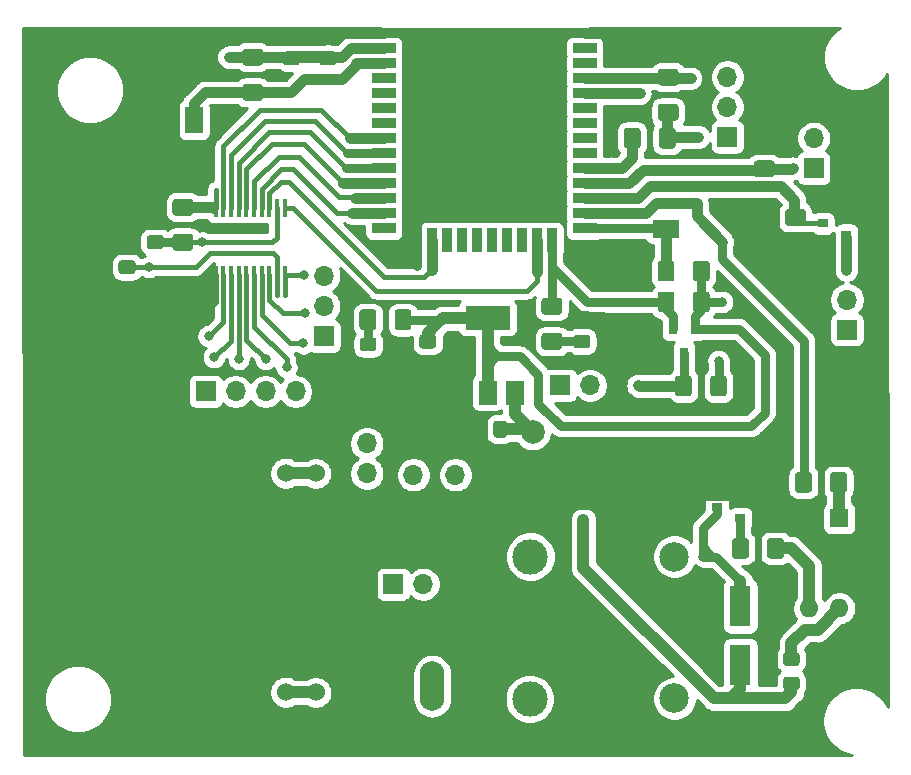
<source format=gtl>
G04 #@! TF.GenerationSoftware,KiCad,Pcbnew,(5.1.9)-1*
G04 #@! TF.CreationDate,2021-04-08T22:43:58+02:00*
G04 #@! TF.ProjectId,autopcb,6175746f-7063-4622-9e6b-696361645f70,rev?*
G04 #@! TF.SameCoordinates,Original*
G04 #@! TF.FileFunction,Copper,L1,Top*
G04 #@! TF.FilePolarity,Positive*
%FSLAX46Y46*%
G04 Gerber Fmt 4.6, Leading zero omitted, Abs format (unit mm)*
G04 Created by KiCad (PCBNEW (5.1.9)-1) date 2021-04-08 22:43:58*
%MOMM*%
%LPD*%
G01*
G04 APERTURE LIST*
G04 #@! TA.AperFunction,SMDPad,CuDef*
%ADD10R,2.000000X0.900000*%
G04 #@! TD*
G04 #@! TA.AperFunction,SMDPad,CuDef*
%ADD11R,0.900000X2.000000*%
G04 #@! TD*
G04 #@! TA.AperFunction,SMDPad,CuDef*
%ADD12R,1.330000X1.330000*%
G04 #@! TD*
G04 #@! TA.AperFunction,ComponentPad*
%ADD13C,0.400000*%
G04 #@! TD*
G04 #@! TA.AperFunction,SMDPad,CuDef*
%ADD14R,0.900000X0.800000*%
G04 #@! TD*
G04 #@! TA.AperFunction,ComponentPad*
%ADD15O,1.700000X1.700000*%
G04 #@! TD*
G04 #@! TA.AperFunction,ComponentPad*
%ADD16R,1.700000X1.700000*%
G04 #@! TD*
G04 #@! TA.AperFunction,ComponentPad*
%ADD17C,1.524000*%
G04 #@! TD*
G04 #@! TA.AperFunction,SMDPad,CuDef*
%ADD18R,1.800000X3.500000*%
G04 #@! TD*
G04 #@! TA.AperFunction,ComponentPad*
%ADD19C,2.500000*%
G04 #@! TD*
G04 #@! TA.AperFunction,ComponentPad*
%ADD20C,3.000000*%
G04 #@! TD*
G04 #@! TA.AperFunction,SMDPad,CuDef*
%ADD21R,0.800000X0.900000*%
G04 #@! TD*
G04 #@! TA.AperFunction,SMDPad,CuDef*
%ADD22R,1.500000X2.300000*%
G04 #@! TD*
G04 #@! TA.AperFunction,SMDPad,CuDef*
%ADD23R,2.300000X1.500000*%
G04 #@! TD*
G04 #@! TA.AperFunction,SMDPad,CuDef*
%ADD24R,3.800000X2.000000*%
G04 #@! TD*
G04 #@! TA.AperFunction,SMDPad,CuDef*
%ADD25R,1.500000X2.000000*%
G04 #@! TD*
G04 #@! TA.AperFunction,ComponentPad*
%ADD26R,1.600000X1.600000*%
G04 #@! TD*
G04 #@! TA.AperFunction,ComponentPad*
%ADD27O,1.600000X1.600000*%
G04 #@! TD*
G04 #@! TA.AperFunction,ComponentPad*
%ADD28O,2.098040X4.198620*%
G04 #@! TD*
G04 #@! TA.AperFunction,SMDPad,CuDef*
%ADD29R,0.410000X1.570000*%
G04 #@! TD*
G04 #@! TA.AperFunction,ViaPad*
%ADD30C,0.800000*%
G04 #@! TD*
G04 #@! TA.AperFunction,ViaPad*
%ADD31C,2.000000*%
G04 #@! TD*
G04 #@! TA.AperFunction,Conductor*
%ADD32C,0.762000*%
G04 #@! TD*
G04 #@! TA.AperFunction,Conductor*
%ADD33C,1.016000*%
G04 #@! TD*
G04 #@! TA.AperFunction,Conductor*
%ADD34C,0.406400*%
G04 #@! TD*
G04 #@! TA.AperFunction,Conductor*
%ADD35C,0.900000*%
G04 #@! TD*
G04 #@! TA.AperFunction,Conductor*
%ADD36C,0.254000*%
G04 #@! TD*
G04 #@! TA.AperFunction,Conductor*
%ADD37C,0.100000*%
G04 #@! TD*
G04 APERTURE END LIST*
D10*
X136702000Y-41160000D03*
X136702000Y-42430000D03*
X136702000Y-43700000D03*
X136702000Y-44970000D03*
X136702000Y-46240000D03*
X136702000Y-47510000D03*
X136702000Y-48780000D03*
X136702000Y-50050000D03*
X136702000Y-51320000D03*
X136702000Y-52590000D03*
X136702000Y-53860000D03*
X136702000Y-55130000D03*
X136702000Y-56400000D03*
X136702000Y-57670000D03*
D11*
X139487000Y-58670000D03*
X140757000Y-58670000D03*
X142027000Y-58670000D03*
X143297000Y-58670000D03*
X144567000Y-58670000D03*
X145837000Y-58670000D03*
X147107000Y-58670000D03*
X148377000Y-58670000D03*
X149647000Y-58670000D03*
X150917000Y-58670000D03*
D10*
X153702000Y-57670000D03*
X153702000Y-56400000D03*
X153702000Y-55130000D03*
X153702000Y-53860000D03*
X153702000Y-52590000D03*
X153702000Y-51320000D03*
X153702000Y-50050000D03*
X153702000Y-48780000D03*
X153702000Y-47510000D03*
X153702000Y-46240000D03*
X153702000Y-44970000D03*
X153702000Y-43700000D03*
X153702000Y-42430000D03*
X153702000Y-41160000D03*
D12*
X142367000Y-46825000D03*
X144202000Y-46825000D03*
X146037000Y-46825000D03*
X142367000Y-48660000D03*
X144202000Y-48660000D03*
X146037000Y-48660000D03*
X142367000Y-50495000D03*
X144202000Y-50495000D03*
X146037000Y-50495000D03*
D13*
X142367000Y-49577500D03*
X143297000Y-50484000D03*
X144211400Y-49569600D03*
X145125800Y-50509400D03*
X146065600Y-49569600D03*
X146065600Y-47740800D03*
X144211400Y-47766200D03*
X142382600Y-47740800D03*
X143297000Y-46801000D03*
X145100400Y-46826400D03*
G04 #@! TA.AperFunction,SMDPad,CuDef*
G36*
G01*
X172176600Y-60431100D02*
X170926600Y-60431100D01*
G75*
G02*
X170676600Y-60181100I0J250000D01*
G01*
X170676600Y-59256100D01*
G75*
G02*
X170926600Y-59006100I250000J0D01*
G01*
X172176600Y-59006100D01*
G75*
G02*
X172426600Y-59256100I0J-250000D01*
G01*
X172426600Y-60181100D01*
G75*
G02*
X172176600Y-60431100I-250000J0D01*
G01*
G37*
G04 #@! TD.AperFunction*
G04 #@! TA.AperFunction,SMDPad,CuDef*
G36*
G01*
X172176600Y-57456100D02*
X170926600Y-57456100D01*
G75*
G02*
X170676600Y-57206100I0J250000D01*
G01*
X170676600Y-56281100D01*
G75*
G02*
X170926600Y-56031100I250000J0D01*
G01*
X172176600Y-56031100D01*
G75*
G02*
X172426600Y-56281100I0J-250000D01*
G01*
X172426600Y-57206100D01*
G75*
G02*
X172176600Y-57456100I-250000J0D01*
G01*
G37*
G04 #@! TD.AperFunction*
D14*
X173869600Y-57251600D03*
X173869600Y-59151600D03*
X175869600Y-58201600D03*
D15*
X173101000Y-50038000D03*
D16*
X173101000Y-52578000D03*
D17*
X130943200Y-78418640D03*
X128403200Y-78403400D03*
X120265040Y-78418640D03*
X117727580Y-78408480D03*
X117745360Y-96975880D03*
X120287900Y-96958100D03*
X128408280Y-96947940D03*
X130943200Y-96960640D03*
G04 #@! TA.AperFunction,SMDPad,CuDef*
G36*
G01*
X145068900Y-74194600D02*
X145068900Y-75144600D01*
G75*
G02*
X144818900Y-75394600I-250000J0D01*
G01*
X144143900Y-75394600D01*
G75*
G02*
X143893900Y-75144600I0J250000D01*
G01*
X143893900Y-74194600D01*
G75*
G02*
X144143900Y-73944600I250000J0D01*
G01*
X144818900Y-73944600D01*
G75*
G02*
X145068900Y-74194600I0J-250000D01*
G01*
G37*
G04 #@! TD.AperFunction*
G04 #@! TA.AperFunction,SMDPad,CuDef*
G36*
G01*
X147143900Y-74194600D02*
X147143900Y-75144600D01*
G75*
G02*
X146893900Y-75394600I-250000J0D01*
G01*
X146218900Y-75394600D01*
G75*
G02*
X145968900Y-75144600I0J250000D01*
G01*
X145968900Y-74194600D01*
G75*
G02*
X146218900Y-73944600I250000J0D01*
G01*
X146893900Y-73944600D01*
G75*
G02*
X147143900Y-74194600I0J-250000D01*
G01*
G37*
G04 #@! TD.AperFunction*
G04 #@! TA.AperFunction,SMDPad,CuDef*
G36*
G01*
X132428000Y-43861300D02*
X131478000Y-43861300D01*
G75*
G02*
X131228000Y-43611300I0J250000D01*
G01*
X131228000Y-42936300D01*
G75*
G02*
X131478000Y-42686300I250000J0D01*
G01*
X132428000Y-42686300D01*
G75*
G02*
X132678000Y-42936300I0J-250000D01*
G01*
X132678000Y-43611300D01*
G75*
G02*
X132428000Y-43861300I-250000J0D01*
G01*
G37*
G04 #@! TD.AperFunction*
G04 #@! TA.AperFunction,SMDPad,CuDef*
G36*
G01*
X132427725Y-41786300D02*
X131478275Y-41786300D01*
G75*
G02*
X131228000Y-41536025I0J250275D01*
G01*
X131228000Y-40861575D01*
G75*
G02*
X131478275Y-40611300I250275J0D01*
G01*
X132427725Y-40611300D01*
G75*
G02*
X132678000Y-40861575I0J-250275D01*
G01*
X132678000Y-41536025D01*
G75*
G02*
X132427725Y-41786300I-250275J0D01*
G01*
G37*
G04 #@! TD.AperFunction*
G04 #@! TA.AperFunction,SMDPad,CuDef*
G36*
G01*
X139942400Y-68748100D02*
X140892400Y-68748100D01*
G75*
G02*
X141142400Y-68998100I0J-250000D01*
G01*
X141142400Y-69673100D01*
G75*
G02*
X140892400Y-69923100I-250000J0D01*
G01*
X139942400Y-69923100D01*
G75*
G02*
X139692400Y-69673100I0J250000D01*
G01*
X139692400Y-68998100D01*
G75*
G02*
X139942400Y-68748100I250000J0D01*
G01*
G37*
G04 #@! TD.AperFunction*
G04 #@! TA.AperFunction,SMDPad,CuDef*
G36*
G01*
X139942400Y-66673100D02*
X140892400Y-66673100D01*
G75*
G02*
X141142400Y-66923100I0J-250000D01*
G01*
X141142400Y-67598100D01*
G75*
G02*
X140892400Y-67848100I-250000J0D01*
G01*
X139942400Y-67848100D01*
G75*
G02*
X139692400Y-67598100I0J250000D01*
G01*
X139692400Y-66923100D01*
G75*
G02*
X139942400Y-66673100I250000J0D01*
G01*
G37*
G04 #@! TD.AperFunction*
G04 #@! TA.AperFunction,SMDPad,CuDef*
G36*
G01*
X129354600Y-43865200D02*
X128404600Y-43865200D01*
G75*
G02*
X128154600Y-43615200I0J250000D01*
G01*
X128154600Y-42940200D01*
G75*
G02*
X128404600Y-42690200I250000J0D01*
G01*
X129354600Y-42690200D01*
G75*
G02*
X129604600Y-42940200I0J-250000D01*
G01*
X129604600Y-43615200D01*
G75*
G02*
X129354600Y-43865200I-250000J0D01*
G01*
G37*
G04 #@! TD.AperFunction*
G04 #@! TA.AperFunction,SMDPad,CuDef*
G36*
G01*
X129354600Y-41790200D02*
X128404600Y-41790200D01*
G75*
G02*
X128154600Y-41540200I0J250000D01*
G01*
X128154600Y-40865200D01*
G75*
G02*
X128404600Y-40615200I250000J0D01*
G01*
X129354600Y-40615200D01*
G75*
G02*
X129604600Y-40865200I0J-250000D01*
G01*
X129604600Y-41540200D01*
G75*
G02*
X129354600Y-41790200I-250000J0D01*
G01*
G37*
G04 #@! TD.AperFunction*
G04 #@! TA.AperFunction,SMDPad,CuDef*
G36*
G01*
X153016799Y-64634200D02*
X153916801Y-64634200D01*
G75*
G02*
X154166800Y-64884199I0J-249999D01*
G01*
X154166800Y-65534201D01*
G75*
G02*
X153916801Y-65784200I-249999J0D01*
G01*
X153016799Y-65784200D01*
G75*
G02*
X152766800Y-65534201I0J249999D01*
G01*
X152766800Y-64884199D01*
G75*
G02*
X153016799Y-64634200I249999J0D01*
G01*
G37*
G04 #@! TD.AperFunction*
G04 #@! TA.AperFunction,SMDPad,CuDef*
G36*
G01*
X153016799Y-66684200D02*
X153916801Y-66684200D01*
G75*
G02*
X154166800Y-66934199I0J-249999D01*
G01*
X154166800Y-67584201D01*
G75*
G02*
X153916801Y-67834200I-249999J0D01*
G01*
X153016799Y-67834200D01*
G75*
G02*
X152766800Y-67584201I0J249999D01*
G01*
X152766800Y-66934199D01*
G75*
G02*
X153016799Y-66684200I249999J0D01*
G01*
G37*
G04 #@! TD.AperFunction*
D18*
X166896900Y-94672100D03*
X166896900Y-89672100D03*
G04 #@! TA.AperFunction,SMDPad,CuDef*
G36*
G01*
X170764899Y-95621100D02*
X171664901Y-95621100D01*
G75*
G02*
X171914900Y-95871099I0J-249999D01*
G01*
X171914900Y-96521101D01*
G75*
G02*
X171664901Y-96771100I-249999J0D01*
G01*
X170764899Y-96771100D01*
G75*
G02*
X170514900Y-96521101I0J249999D01*
G01*
X170514900Y-95871099D01*
G75*
G02*
X170764899Y-95621100I249999J0D01*
G01*
G37*
G04 #@! TD.AperFunction*
G04 #@! TA.AperFunction,SMDPad,CuDef*
G36*
G01*
X170764899Y-93571100D02*
X171664901Y-93571100D01*
G75*
G02*
X171914900Y-93821099I0J-249999D01*
G01*
X171914900Y-94471101D01*
G75*
G02*
X171664901Y-94721100I-249999J0D01*
G01*
X170764899Y-94721100D01*
G75*
G02*
X170514900Y-94471101I0J249999D01*
G01*
X170514900Y-93821099D01*
G75*
G02*
X170764899Y-93571100I249999J0D01*
G01*
G37*
G04 #@! TD.AperFunction*
D15*
X165792000Y-42310000D03*
X165792000Y-44850000D03*
X165792000Y-47390000D03*
D16*
X165792000Y-49930000D03*
X151638000Y-70967600D03*
D15*
X154178000Y-70967600D03*
D16*
X131635500Y-66802000D03*
D15*
X131635500Y-64262000D03*
X131635500Y-61722000D03*
D16*
X121615200Y-71475600D03*
D15*
X124155200Y-71475600D03*
X126695200Y-71475600D03*
X129235200Y-71475600D03*
D19*
X161308900Y-85466100D03*
D20*
X149108900Y-85466100D03*
X149058900Y-97516100D03*
D19*
X161308900Y-97466100D03*
D20*
X163258900Y-91516100D03*
D21*
X163071800Y-66202200D03*
X161171800Y-66202200D03*
X162121800Y-68202200D03*
D14*
X166896900Y-82226100D03*
X166896900Y-80326100D03*
X164896900Y-81276100D03*
G04 #@! TA.AperFunction,SMDPad,CuDef*
G36*
G01*
X161407000Y-45580000D02*
X160157000Y-45580000D01*
G75*
G02*
X159907000Y-45330000I0J250000D01*
G01*
X159907000Y-44405000D01*
G75*
G02*
X160157000Y-44155000I250000J0D01*
G01*
X161407000Y-44155000D01*
G75*
G02*
X161657000Y-44405000I0J-250000D01*
G01*
X161657000Y-45330000D01*
G75*
G02*
X161407000Y-45580000I-250000J0D01*
G01*
G37*
G04 #@! TD.AperFunction*
G04 #@! TA.AperFunction,SMDPad,CuDef*
G36*
G01*
X161407000Y-48555000D02*
X160157000Y-48555000D01*
G75*
G02*
X159907000Y-48305000I0J250000D01*
G01*
X159907000Y-47380000D01*
G75*
G02*
X160157000Y-47130000I250000J0D01*
G01*
X161407000Y-47130000D01*
G75*
G02*
X161657000Y-47380000I0J-250000D01*
G01*
X161657000Y-48305000D01*
G75*
G02*
X161407000Y-48555000I-250000J0D01*
G01*
G37*
G04 #@! TD.AperFunction*
G04 #@! TA.AperFunction,SMDPad,CuDef*
G36*
G01*
X126228000Y-46867500D02*
X124978000Y-46867500D01*
G75*
G02*
X124728000Y-46617500I0J250000D01*
G01*
X124728000Y-45692500D01*
G75*
G02*
X124978000Y-45442500I250000J0D01*
G01*
X126228000Y-45442500D01*
G75*
G02*
X126478000Y-45692500I0J-250000D01*
G01*
X126478000Y-46617500D01*
G75*
G02*
X126228000Y-46867500I-250000J0D01*
G01*
G37*
G04 #@! TD.AperFunction*
G04 #@! TA.AperFunction,SMDPad,CuDef*
G36*
G01*
X126228000Y-43892500D02*
X124978000Y-43892500D01*
G75*
G02*
X124728000Y-43642500I0J250000D01*
G01*
X124728000Y-42717500D01*
G75*
G02*
X124978000Y-42467500I250000J0D01*
G01*
X126228000Y-42467500D01*
G75*
G02*
X126478000Y-42717500I0J-250000D01*
G01*
X126478000Y-43642500D01*
G75*
G02*
X126228000Y-43892500I-250000J0D01*
G01*
G37*
G04 #@! TD.AperFunction*
G04 #@! TA.AperFunction,SMDPad,CuDef*
G36*
G01*
X151551800Y-67949500D02*
X150301800Y-67949500D01*
G75*
G02*
X150051800Y-67699500I0J250000D01*
G01*
X150051800Y-66774500D01*
G75*
G02*
X150301800Y-66524500I250000J0D01*
G01*
X151551800Y-66524500D01*
G75*
G02*
X151801800Y-66774500I0J-250000D01*
G01*
X151801800Y-67699500D01*
G75*
G02*
X151551800Y-67949500I-250000J0D01*
G01*
G37*
G04 #@! TD.AperFunction*
G04 #@! TA.AperFunction,SMDPad,CuDef*
G36*
G01*
X151551800Y-64974500D02*
X150301800Y-64974500D01*
G75*
G02*
X150051800Y-64724500I0J250000D01*
G01*
X150051800Y-63799500D01*
G75*
G02*
X150301800Y-63549500I250000J0D01*
G01*
X151551800Y-63549500D01*
G75*
G02*
X151801800Y-63799500I0J-250000D01*
G01*
X151801800Y-64724500D01*
G75*
G02*
X151551800Y-64974500I-250000J0D01*
G01*
G37*
G04 #@! TD.AperFunction*
G04 #@! TA.AperFunction,SMDPad,CuDef*
G36*
G01*
X159996500Y-50663000D02*
X159996500Y-49413000D01*
G75*
G02*
X160246500Y-49163000I250000J0D01*
G01*
X161171500Y-49163000D01*
G75*
G02*
X161421500Y-49413000I0J-250000D01*
G01*
X161421500Y-50663000D01*
G75*
G02*
X161171500Y-50913000I-250000J0D01*
G01*
X160246500Y-50913000D01*
G75*
G02*
X159996500Y-50663000I0J250000D01*
G01*
G37*
G04 #@! TD.AperFunction*
G04 #@! TA.AperFunction,SMDPad,CuDef*
G36*
G01*
X157021500Y-50663000D02*
X157021500Y-49413000D01*
G75*
G02*
X157271500Y-49163000I250000J0D01*
G01*
X158196500Y-49163000D01*
G75*
G02*
X158446500Y-49413000I0J-250000D01*
G01*
X158446500Y-50663000D01*
G75*
G02*
X158196500Y-50913000I-250000J0D01*
G01*
X157271500Y-50913000D01*
G75*
G02*
X157021500Y-50663000I0J250000D01*
G01*
G37*
G04 #@! TD.AperFunction*
G04 #@! TA.AperFunction,SMDPad,CuDef*
G36*
G01*
X161313500Y-60665200D02*
X161313500Y-61915200D01*
G75*
G02*
X161063500Y-62165200I-250000J0D01*
G01*
X160138500Y-62165200D01*
G75*
G02*
X159888500Y-61915200I0J250000D01*
G01*
X159888500Y-60665200D01*
G75*
G02*
X160138500Y-60415200I250000J0D01*
G01*
X161063500Y-60415200D01*
G75*
G02*
X161313500Y-60665200I0J-250000D01*
G01*
G37*
G04 #@! TD.AperFunction*
G04 #@! TA.AperFunction,SMDPad,CuDef*
G36*
G01*
X164288500Y-60665200D02*
X164288500Y-61915200D01*
G75*
G02*
X164038500Y-62165200I-250000J0D01*
G01*
X163113500Y-62165200D01*
G75*
G02*
X162863500Y-61915200I0J250000D01*
G01*
X162863500Y-60665200D01*
G75*
G02*
X163113500Y-60415200I250000J0D01*
G01*
X164038500Y-60415200D01*
G75*
G02*
X164288500Y-60665200I0J-250000D01*
G01*
G37*
G04 #@! TD.AperFunction*
G04 #@! TA.AperFunction,SMDPad,CuDef*
G36*
G01*
X164285300Y-63275200D02*
X164285300Y-64525200D01*
G75*
G02*
X164035300Y-64775200I-250000J0D01*
G01*
X163110300Y-64775200D01*
G75*
G02*
X162860300Y-64525200I0J250000D01*
G01*
X162860300Y-63275200D01*
G75*
G02*
X163110300Y-63025200I250000J0D01*
G01*
X164035300Y-63025200D01*
G75*
G02*
X164285300Y-63275200I0J-250000D01*
G01*
G37*
G04 #@! TD.AperFunction*
G04 #@! TA.AperFunction,SMDPad,CuDef*
G36*
G01*
X161310300Y-63275200D02*
X161310300Y-64525200D01*
G75*
G02*
X161060300Y-64775200I-250000J0D01*
G01*
X160135300Y-64775200D01*
G75*
G02*
X159885300Y-64525200I0J250000D01*
G01*
X159885300Y-63275200D01*
G75*
G02*
X160135300Y-63025200I250000J0D01*
G01*
X161060300Y-63025200D01*
G75*
G02*
X161310300Y-63275200I0J-250000D01*
G01*
G37*
G04 #@! TD.AperFunction*
G04 #@! TA.AperFunction,SMDPad,CuDef*
G36*
G01*
X164330300Y-71637200D02*
X164330300Y-70387200D01*
G75*
G02*
X164580300Y-70137200I250000J0D01*
G01*
X165505300Y-70137200D01*
G75*
G02*
X165755300Y-70387200I0J-250000D01*
G01*
X165755300Y-71637200D01*
G75*
G02*
X165505300Y-71887200I-250000J0D01*
G01*
X164580300Y-71887200D01*
G75*
G02*
X164330300Y-71637200I0J250000D01*
G01*
G37*
G04 #@! TD.AperFunction*
G04 #@! TA.AperFunction,SMDPad,CuDef*
G36*
G01*
X161355300Y-71637200D02*
X161355300Y-70387200D01*
G75*
G02*
X161605300Y-70137200I250000J0D01*
G01*
X162530300Y-70137200D01*
G75*
G02*
X162780300Y-70387200I0J-250000D01*
G01*
X162780300Y-71637200D01*
G75*
G02*
X162530300Y-71887200I-250000J0D01*
G01*
X161605300Y-71887200D01*
G75*
G02*
X161355300Y-71637200I0J250000D01*
G01*
G37*
G04 #@! TD.AperFunction*
G04 #@! TA.AperFunction,SMDPad,CuDef*
G36*
G01*
X175918400Y-78553100D02*
X175918400Y-79803100D01*
G75*
G02*
X175668400Y-80053100I-250000J0D01*
G01*
X174743400Y-80053100D01*
G75*
G02*
X174493400Y-79803100I0J250000D01*
G01*
X174493400Y-78553100D01*
G75*
G02*
X174743400Y-78303100I250000J0D01*
G01*
X175668400Y-78303100D01*
G75*
G02*
X175918400Y-78553100I0J-250000D01*
G01*
G37*
G04 #@! TD.AperFunction*
G04 #@! TA.AperFunction,SMDPad,CuDef*
G36*
G01*
X172943400Y-78553100D02*
X172943400Y-79803100D01*
G75*
G02*
X172693400Y-80053100I-250000J0D01*
G01*
X171768400Y-80053100D01*
G75*
G02*
X171518400Y-79803100I0J250000D01*
G01*
X171518400Y-78553100D01*
G75*
G02*
X171768400Y-78303100I250000J0D01*
G01*
X172693400Y-78303100D01*
G75*
G02*
X172943400Y-78553100I0J-250000D01*
G01*
G37*
G04 #@! TD.AperFunction*
G04 #@! TA.AperFunction,SMDPad,CuDef*
G36*
G01*
X167609400Y-84141100D02*
X167609400Y-85391100D01*
G75*
G02*
X167359400Y-85641100I-250000J0D01*
G01*
X166434400Y-85641100D01*
G75*
G02*
X166184400Y-85391100I0J250000D01*
G01*
X166184400Y-84141100D01*
G75*
G02*
X166434400Y-83891100I250000J0D01*
G01*
X167359400Y-83891100D01*
G75*
G02*
X167609400Y-84141100I0J-250000D01*
G01*
G37*
G04 #@! TD.AperFunction*
G04 #@! TA.AperFunction,SMDPad,CuDef*
G36*
G01*
X170584400Y-84141100D02*
X170584400Y-85391100D01*
G75*
G02*
X170334400Y-85641100I-250000J0D01*
G01*
X169409400Y-85641100D01*
G75*
G02*
X169159400Y-85391100I0J250000D01*
G01*
X169159400Y-84141100D01*
G75*
G02*
X169409400Y-83891100I250000J0D01*
G01*
X170334400Y-83891100D01*
G75*
G02*
X170584400Y-84141100I0J-250000D01*
G01*
G37*
G04 #@! TD.AperFunction*
D22*
X120650000Y-48514000D03*
X120650000Y-41814000D03*
D23*
X160584400Y-57683400D03*
X167284400Y-57683400D03*
D24*
X145497400Y-65271600D03*
D25*
X145497400Y-71571600D03*
X147797400Y-71571600D03*
X143197400Y-71571600D03*
D26*
X175278900Y-82226100D03*
D27*
X172738900Y-89846100D03*
X172738900Y-82226100D03*
X175278900Y-89846100D03*
D28*
X135806180Y-96431100D03*
X140804900Y-96431100D03*
D16*
X135273900Y-80956100D03*
D15*
X135273900Y-78416100D03*
X135273900Y-75876100D03*
X139210900Y-78543100D03*
D16*
X139210900Y-81083100D03*
X142766900Y-81083100D03*
D15*
X142766900Y-78543100D03*
D16*
X175920400Y-66243200D03*
D15*
X175920400Y-63703200D03*
D16*
X137502900Y-87795100D03*
D15*
X140042900Y-87795100D03*
D29*
X128320800Y-55905800D03*
X127670800Y-55905800D03*
X127020800Y-55905800D03*
X126370800Y-55905800D03*
X125720800Y-55905800D03*
X125070800Y-55905800D03*
X124420800Y-55905800D03*
X123770800Y-55905800D03*
X123120800Y-55905800D03*
X122470800Y-55905800D03*
X122470800Y-61645800D03*
X123120800Y-61645800D03*
X123770800Y-61645800D03*
X124420800Y-61645800D03*
X125070800Y-61645800D03*
X125720800Y-61645800D03*
X126370800Y-61645800D03*
X127020800Y-61645800D03*
X127670800Y-61645800D03*
X128320800Y-61645800D03*
G04 #@! TA.AperFunction,SMDPad,CuDef*
G36*
G01*
X116873275Y-56163900D02*
X117822725Y-56163900D01*
G75*
G02*
X118073000Y-56414175I0J-250275D01*
G01*
X118073000Y-57088625D01*
G75*
G02*
X117822725Y-57338900I-250275J0D01*
G01*
X116873275Y-57338900D01*
G75*
G02*
X116623000Y-57088625I0J250275D01*
G01*
X116623000Y-56414175D01*
G75*
G02*
X116873275Y-56163900I250275J0D01*
G01*
G37*
G04 #@! TD.AperFunction*
G04 #@! TA.AperFunction,SMDPad,CuDef*
G36*
G01*
X116873000Y-58238900D02*
X117823000Y-58238900D01*
G75*
G02*
X118073000Y-58488900I0J-250000D01*
G01*
X118073000Y-59163900D01*
G75*
G02*
X117823000Y-59413900I-250000J0D01*
G01*
X116873000Y-59413900D01*
G75*
G02*
X116623000Y-59163900I0J250000D01*
G01*
X116623000Y-58488900D01*
G75*
G02*
X116873000Y-58238900I250000J0D01*
G01*
G37*
G04 #@! TD.AperFunction*
G04 #@! TA.AperFunction,SMDPad,CuDef*
G36*
G01*
X115435400Y-59464700D02*
X114485400Y-59464700D01*
G75*
G02*
X114235400Y-59214700I0J250000D01*
G01*
X114235400Y-58539700D01*
G75*
G02*
X114485400Y-58289700I250000J0D01*
G01*
X115435400Y-58289700D01*
G75*
G02*
X115685400Y-58539700I0J-250000D01*
G01*
X115685400Y-59214700D01*
G75*
G02*
X115435400Y-59464700I-250000J0D01*
G01*
G37*
G04 #@! TD.AperFunction*
G04 #@! TA.AperFunction,SMDPad,CuDef*
G36*
G01*
X115435400Y-61539700D02*
X114485400Y-61539700D01*
G75*
G02*
X114235400Y-61289700I0J250000D01*
G01*
X114235400Y-60614700D01*
G75*
G02*
X114485400Y-60364700I250000J0D01*
G01*
X115435400Y-60364700D01*
G75*
G02*
X115685400Y-60614700I0J-250000D01*
G01*
X115685400Y-61289700D01*
G75*
G02*
X115435400Y-61539700I-250000J0D01*
G01*
G37*
G04 #@! TD.AperFunction*
G04 #@! TA.AperFunction,SMDPad,CuDef*
G36*
G01*
X169535000Y-53344500D02*
X168285000Y-53344500D01*
G75*
G02*
X168035000Y-53094500I0J250000D01*
G01*
X168035000Y-52169500D01*
G75*
G02*
X168285000Y-51919500I250000J0D01*
G01*
X169535000Y-51919500D01*
G75*
G02*
X169785000Y-52169500I0J-250000D01*
G01*
X169785000Y-53094500D01*
G75*
G02*
X169535000Y-53344500I-250000J0D01*
G01*
G37*
G04 #@! TD.AperFunction*
G04 #@! TA.AperFunction,SMDPad,CuDef*
G36*
G01*
X169535000Y-50369500D02*
X168285000Y-50369500D01*
G75*
G02*
X168035000Y-50119500I0J250000D01*
G01*
X168035000Y-49194500D01*
G75*
G02*
X168285000Y-48944500I250000J0D01*
G01*
X169535000Y-48944500D01*
G75*
G02*
X169785000Y-49194500I0J-250000D01*
G01*
X169785000Y-50119500D01*
G75*
G02*
X169535000Y-50369500I-250000J0D01*
G01*
G37*
G04 #@! TD.AperFunction*
G04 #@! TA.AperFunction,SMDPad,CuDef*
G36*
G01*
X120309800Y-56592500D02*
X119059800Y-56592500D01*
G75*
G02*
X118809800Y-56342500I0J250000D01*
G01*
X118809800Y-55417500D01*
G75*
G02*
X119059800Y-55167500I250000J0D01*
G01*
X120309800Y-55167500D01*
G75*
G02*
X120559800Y-55417500I0J-250000D01*
G01*
X120559800Y-56342500D01*
G75*
G02*
X120309800Y-56592500I-250000J0D01*
G01*
G37*
G04 #@! TD.AperFunction*
G04 #@! TA.AperFunction,SMDPad,CuDef*
G36*
G01*
X120309800Y-59567500D02*
X119059800Y-59567500D01*
G75*
G02*
X118809800Y-59317500I0J250000D01*
G01*
X118809800Y-58392500D01*
G75*
G02*
X119059800Y-58142500I250000J0D01*
G01*
X120309800Y-58142500D01*
G75*
G02*
X120559800Y-58392500I0J-250000D01*
G01*
X120559800Y-59317500D01*
G75*
G02*
X120309800Y-59567500I-250000J0D01*
G01*
G37*
G04 #@! TD.AperFunction*
G04 #@! TA.AperFunction,SMDPad,CuDef*
G36*
G01*
X135832001Y-70116500D02*
X134931999Y-70116500D01*
G75*
G02*
X134682000Y-69866501I0J249999D01*
G01*
X134682000Y-69216499D01*
G75*
G02*
X134931999Y-68966500I249999J0D01*
G01*
X135832001Y-68966500D01*
G75*
G02*
X136082000Y-69216499I0J-249999D01*
G01*
X136082000Y-69866501D01*
G75*
G02*
X135832001Y-70116500I-249999J0D01*
G01*
G37*
G04 #@! TD.AperFunction*
G04 #@! TA.AperFunction,SMDPad,CuDef*
G36*
G01*
X135832001Y-68066500D02*
X134931999Y-68066500D01*
G75*
G02*
X134682000Y-67816501I0J249999D01*
G01*
X134682000Y-67166499D01*
G75*
G02*
X134931999Y-66916500I249999J0D01*
G01*
X135832001Y-66916500D01*
G75*
G02*
X136082000Y-67166499I0J-249999D01*
G01*
X136082000Y-67816501D01*
G75*
G02*
X135832001Y-68066500I-249999J0D01*
G01*
G37*
G04 #@! TD.AperFunction*
G04 #@! TA.AperFunction,SMDPad,CuDef*
G36*
G01*
X134640900Y-66030000D02*
X134640900Y-64780000D01*
G75*
G02*
X134890900Y-64530000I250000J0D01*
G01*
X135815900Y-64530000D01*
G75*
G02*
X136065900Y-64780000I0J-250000D01*
G01*
X136065900Y-66030000D01*
G75*
G02*
X135815900Y-66280000I-250000J0D01*
G01*
X134890900Y-66280000D01*
G75*
G02*
X134640900Y-66030000I0J250000D01*
G01*
G37*
G04 #@! TD.AperFunction*
G04 #@! TA.AperFunction,SMDPad,CuDef*
G36*
G01*
X137615900Y-66030000D02*
X137615900Y-64780000D01*
G75*
G02*
X137865900Y-64530000I250000J0D01*
G01*
X138790900Y-64530000D01*
G75*
G02*
X139040900Y-64780000I0J-250000D01*
G01*
X139040900Y-66030000D01*
G75*
G02*
X138790900Y-66280000I-250000J0D01*
G01*
X137865900Y-66280000D01*
G75*
G02*
X137615900Y-66030000I0J250000D01*
G01*
G37*
G04 #@! TD.AperFunction*
D30*
X163758700Y-85466100D03*
X121869200Y-66802000D03*
X158242000Y-70967600D03*
X129895600Y-67411600D03*
X129997200Y-64871600D03*
X129921000Y-61645800D03*
X124420800Y-68720800D03*
X126695200Y-68732400D03*
X128473200Y-69443600D03*
D31*
X138074400Y-69335600D03*
D30*
X126764900Y-41090800D03*
X168891000Y-42310000D03*
X169008400Y-59718600D03*
X139487000Y-60868200D03*
X117348000Y-54457600D03*
X120599200Y-65278000D03*
X149840900Y-81083100D03*
X157468000Y-41160000D03*
X155277600Y-65209200D03*
X116847800Y-60952200D03*
D31*
X149294700Y-74925900D03*
D30*
X165042800Y-68891200D03*
X166134900Y-97466100D03*
X153606500Y-82359500D03*
X163341000Y-49930000D03*
X123571000Y-43180000D03*
X121332600Y-58855000D03*
X141160400Y-65798600D03*
X165347800Y-63900200D03*
X171323000Y-52578000D03*
X122326400Y-68580000D03*
X162675000Y-44970000D03*
X158369000Y-46228000D03*
X175869600Y-60858400D03*
D32*
X153444600Y-67237000D02*
X153466800Y-67259200D01*
X150926800Y-67237000D02*
X153444600Y-67237000D01*
X164896900Y-81276100D02*
X164896900Y-81878100D01*
D33*
X166896900Y-87547600D02*
X166896900Y-89672100D01*
D32*
X163735400Y-85442800D02*
X163758700Y-85466100D01*
X164896900Y-81878100D02*
X163735400Y-83039600D01*
X164815400Y-85466100D02*
X166896900Y-87547600D01*
X163758700Y-85466100D02*
X164815400Y-85466100D01*
X164524900Y-85466100D02*
X163735400Y-84676600D01*
X164815400Y-85466100D02*
X164524900Y-85466100D01*
X163735400Y-84676600D02*
X163735400Y-85442800D01*
X163735400Y-83039600D02*
X163735400Y-84676600D01*
D33*
X173443900Y-91668600D02*
X173450150Y-91674850D01*
X172364400Y-91668600D02*
X173443900Y-91668600D01*
X171214900Y-92818100D02*
X172364400Y-91668600D01*
X171214900Y-94146100D02*
X171214900Y-92818100D01*
X173450150Y-91674850D02*
X175278900Y-89846100D01*
D34*
X123120800Y-61703600D02*
X123088400Y-61736000D01*
X123120800Y-61645800D02*
X123120800Y-61703600D01*
X123120800Y-61645800D02*
X123120800Y-63670800D01*
X123077210Y-63728390D02*
X123077210Y-65289190D01*
X123120800Y-63684800D02*
X123077210Y-63728390D01*
X123120800Y-63670800D02*
X123120800Y-63684800D01*
X123077210Y-65289190D02*
X123077210Y-65593990D01*
X123077210Y-65593990D02*
X121869200Y-66802000D01*
D32*
X162121800Y-70958200D02*
X162067800Y-71012200D01*
X162121800Y-68202200D02*
X162121800Y-70958200D01*
D35*
X158286600Y-71012200D02*
X158242000Y-70967600D01*
X162067800Y-71012200D02*
X158286600Y-71012200D01*
D34*
X126370800Y-61645800D02*
X126370800Y-65004400D01*
X128778000Y-67411600D02*
X129895600Y-67411600D01*
X126370800Y-65004400D02*
X128778000Y-67411600D01*
X129180838Y-64871600D02*
X129997200Y-64871600D01*
X128168400Y-64871600D02*
X129180838Y-64871600D01*
X127020800Y-63724000D02*
X128168400Y-64871600D01*
X127020800Y-61645800D02*
X127020800Y-63724000D01*
X128320800Y-61645800D02*
X129921000Y-61645800D01*
X128320800Y-61645800D02*
X128320800Y-63296800D01*
X124420800Y-71210000D02*
X124155200Y-71475600D01*
X124420800Y-61645800D02*
X124420800Y-68720800D01*
X125070800Y-61645800D02*
X125070800Y-67108000D01*
X125070800Y-67108000D02*
X126695200Y-68732400D01*
X125720800Y-61645800D02*
X125720800Y-65980000D01*
X125720800Y-65980000D02*
X128498600Y-68757800D01*
X128498600Y-69418200D02*
X128473200Y-69443600D01*
X128498600Y-68757800D02*
X128498600Y-69418200D01*
D32*
X166896900Y-82226100D02*
X166896900Y-84766100D01*
D33*
X175205900Y-82153100D02*
X175278900Y-82226100D01*
X175205900Y-79178100D02*
X175205900Y-82153100D01*
X172738900Y-89846100D02*
X172738900Y-86290100D01*
X172738900Y-86290100D02*
X171214900Y-84766100D01*
X171214900Y-84766100D02*
X169871900Y-84766100D01*
D32*
X132113400Y-41210800D02*
X131971900Y-41069300D01*
D33*
X117763140Y-96958100D02*
X117745360Y-96975880D01*
X120287900Y-96958100D02*
X117763140Y-96958100D01*
X120287900Y-78441500D02*
X120265040Y-78418640D01*
X117737740Y-78418640D02*
X117727580Y-78408480D01*
X120265040Y-78418640D02*
X117737740Y-78418640D01*
X120265040Y-78418640D02*
X120265040Y-77930960D01*
X120287900Y-87052100D02*
X120287900Y-78441500D01*
X120287900Y-96958100D02*
X120287900Y-87052100D01*
X142367000Y-46825000D02*
X144202000Y-46825000D01*
X144202000Y-46825000D02*
X146037000Y-46825000D01*
X142367000Y-46825000D02*
X142367000Y-48660000D01*
X142367000Y-48660000D02*
X142367000Y-50495000D01*
X142367000Y-50495000D02*
X144202000Y-50495000D01*
X144202000Y-50495000D02*
X144202000Y-48660000D01*
X144202000Y-48660000D02*
X142367000Y-48660000D01*
X144202000Y-48660000D02*
X144202000Y-46825000D01*
X144202000Y-48660000D02*
X146037000Y-48660000D01*
X144202000Y-50495000D02*
X146037000Y-50495000D01*
X146037000Y-50495000D02*
X146037000Y-48660000D01*
D32*
X142367000Y-45063000D02*
X142367000Y-46825000D01*
X138464000Y-41160000D02*
X142367000Y-45063000D01*
X136702000Y-41160000D02*
X138464000Y-41160000D01*
X150275000Y-41160000D02*
X153702000Y-41160000D01*
X146037000Y-45398000D02*
X150275000Y-41160000D01*
X146037000Y-46825000D02*
X146037000Y-45398000D01*
X139487000Y-58670000D02*
X139487000Y-56169000D01*
X142367000Y-53289000D02*
X142367000Y-50495000D01*
X139487000Y-56169000D02*
X142367000Y-53289000D01*
X166865899Y-80295099D02*
X166896900Y-80326100D01*
X171458900Y-82226100D02*
X169558900Y-80326100D01*
X172738900Y-82226100D02*
X171458900Y-82226100D01*
X169558900Y-80326100D02*
X166896900Y-80326100D01*
D33*
X135400900Y-81083100D02*
X135273900Y-80956100D01*
X143197400Y-71571600D02*
X143197400Y-69857600D01*
X143197400Y-69857600D02*
X142675400Y-69335600D01*
X142675400Y-69335600D02*
X140417400Y-69335600D01*
X140417400Y-69335600D02*
X138766400Y-69335600D01*
X138074400Y-69335600D02*
X138766400Y-69335600D01*
D35*
X136702000Y-41160000D02*
X133844600Y-41160000D01*
D32*
X135114500Y-41160000D02*
X133844600Y-41160000D01*
D35*
X132062600Y-41160000D02*
X131971900Y-41069300D01*
X133844600Y-41160000D02*
X132062600Y-41160000D01*
X173869600Y-59151600D02*
X173869600Y-61080400D01*
X173869600Y-61080400D02*
X173482000Y-61468000D01*
X173482000Y-61468000D02*
X172212000Y-61468000D01*
X171551600Y-60807600D02*
X171551600Y-59718600D01*
X172212000Y-61468000D02*
X171551600Y-60807600D01*
X167284400Y-57683400D02*
X167284400Y-59334400D01*
X167668600Y-59718600D02*
X169008400Y-59718600D01*
X167284400Y-59334400D02*
X167668600Y-59718600D01*
X169008400Y-59718600D02*
X171551600Y-59718600D01*
X168891000Y-49638000D02*
X168910000Y-49657000D01*
X168891000Y-42310000D02*
X168891000Y-49638000D01*
X128945400Y-41069300D02*
X128923900Y-41090800D01*
X131971900Y-41069300D02*
X128945400Y-41069300D01*
X128923900Y-41090800D02*
X126764900Y-41090800D01*
X121373200Y-41090800D02*
X120650000Y-41814000D01*
X126764900Y-41090800D02*
X121373200Y-41090800D01*
D32*
X114960400Y-58877200D02*
X114960400Y-56997600D01*
X117348000Y-56751400D02*
X117348000Y-54457600D01*
X114960400Y-56845200D02*
X114960400Y-56997600D01*
X117348000Y-54457600D02*
X114960400Y-56845200D01*
X139487000Y-58670000D02*
X139487000Y-60868200D01*
X135736600Y-69335600D02*
X135704800Y-69367400D01*
X138074400Y-69335600D02*
X135736600Y-69335600D01*
D34*
X122470800Y-61645800D02*
X122470800Y-63542800D01*
D32*
X161969901Y-80295099D02*
X166865899Y-80295099D01*
X161181900Y-81083100D02*
X161969901Y-80295099D01*
X149840900Y-81083100D02*
X156864100Y-81083100D01*
X156864100Y-81083100D02*
X161181900Y-81083100D01*
D34*
X122470800Y-63542800D02*
X122470800Y-63863600D01*
X122470800Y-63863600D02*
X121056400Y-65278000D01*
X121056400Y-65278000D02*
X120548400Y-65278000D01*
D35*
X153702000Y-41160000D02*
X157468000Y-41160000D01*
X153466800Y-65209200D02*
X155277600Y-65209200D01*
D32*
X144481400Y-74669600D02*
X143884600Y-74669600D01*
X143197400Y-73982400D02*
X143197400Y-71571600D01*
X143884600Y-74669600D02*
X143197400Y-73982400D01*
D33*
X130927960Y-78403400D02*
X130943200Y-78418640D01*
X128403200Y-78403400D02*
X130927960Y-78403400D01*
X130945740Y-78416100D02*
X130943200Y-78418640D01*
X149294700Y-74925900D02*
X147797400Y-73428600D01*
X147797400Y-73428600D02*
X147797400Y-71571600D01*
X135400900Y-78543100D02*
X135273900Y-78416100D01*
X171214900Y-96196100D02*
X171214900Y-96958100D01*
X171214900Y-96958100D02*
X170706900Y-97466100D01*
X170706900Y-97466100D02*
X166134900Y-97466100D01*
D34*
X120810200Y-60952200D02*
X116847800Y-60952200D01*
X121970800Y-59791600D02*
X120810200Y-60952200D01*
X127355600Y-59791600D02*
X121970800Y-59791600D01*
X127670800Y-60106800D02*
X127355600Y-59791600D01*
X116847800Y-60952200D02*
X114960400Y-60952200D01*
X127609600Y-60045600D02*
X127355600Y-59791600D01*
X127670800Y-60580038D02*
X127670800Y-60614800D01*
X127670800Y-60614800D02*
X127670800Y-60106800D01*
X127670800Y-61645800D02*
X127670800Y-60614800D01*
X127670800Y-61645800D02*
X127670800Y-62067200D01*
X127670800Y-62372000D02*
X127660400Y-62382400D01*
X127670800Y-61645800D02*
X127670800Y-62372000D01*
X127660400Y-62382400D02*
X127660400Y-63347600D01*
D32*
X165042800Y-71012200D02*
X165042800Y-68891200D01*
D33*
X166134900Y-97466100D02*
X166896900Y-96704100D01*
X166134900Y-97466100D02*
X164649100Y-97466100D01*
X153606500Y-86423500D02*
X153606500Y-82359500D01*
X164649100Y-97466100D02*
X153606500Y-86423500D01*
X149038400Y-74669600D02*
X149294700Y-74925900D01*
X146556400Y-74669600D02*
X149038400Y-74669600D01*
X166896900Y-96704100D02*
X166896900Y-94672100D01*
D32*
X163572800Y-63900200D02*
X163572800Y-64608200D01*
X163071800Y-65109200D02*
X163071800Y-66202200D01*
X163572800Y-64608200D02*
X163071800Y-65109200D01*
D33*
X131950400Y-43165800D02*
X131971900Y-43144300D01*
X128923900Y-43165800D02*
X131950400Y-43165800D01*
X140417400Y-67260600D02*
X140417400Y-66541600D01*
X140417400Y-66541600D02*
X141160400Y-65798600D01*
X141687400Y-65271600D02*
X145497400Y-65271600D01*
D35*
X133182500Y-43144300D02*
X131971900Y-43144300D01*
X133896800Y-42430000D02*
X133182500Y-43144300D01*
X136702000Y-42430000D02*
X133896800Y-42430000D01*
X165773000Y-49911000D02*
X165792000Y-49930000D01*
X160817000Y-49930000D02*
X160709000Y-50038000D01*
X163341000Y-49930000D02*
X160817000Y-49930000D01*
X160709000Y-47915500D02*
X160782000Y-47842500D01*
X160709000Y-50038000D02*
X160709000Y-47915500D01*
X128909700Y-43180000D02*
X128923900Y-43165800D01*
X125603000Y-43180000D02*
X128909700Y-43180000D01*
X125603000Y-43180000D02*
X123571000Y-43180000D01*
D34*
X127670800Y-55905800D02*
X127660800Y-55905800D01*
X126819000Y-58855000D02*
X121332600Y-58855000D01*
X127276200Y-58855000D02*
X126819000Y-58855000D01*
X127670800Y-58460400D02*
X127276200Y-58855000D01*
X127670800Y-55905800D02*
X127670800Y-58460400D01*
D32*
X119656200Y-58826400D02*
X119684800Y-58855000D01*
X117348000Y-58826400D02*
X119656200Y-58826400D01*
D34*
X121332600Y-58855000D02*
X119684800Y-58855000D01*
D32*
X141554000Y-65405000D02*
X141687400Y-65271600D01*
X138328400Y-65405000D02*
X141554000Y-65405000D01*
D33*
X141160400Y-65798600D02*
X141687400Y-65271600D01*
D32*
X163576000Y-63897000D02*
X163572800Y-63900200D01*
X163576000Y-61290200D02*
X163576000Y-63897000D01*
X163572800Y-63900200D02*
X165347800Y-63900200D01*
X163071800Y-66202200D02*
X166786200Y-66202200D01*
X166786200Y-66202200D02*
X168973500Y-68389500D01*
X168973500Y-68389500D02*
X168973500Y-73279000D01*
X168973500Y-73279000D02*
X167830500Y-74422000D01*
X167830500Y-74422000D02*
X151701500Y-74422000D01*
X151701500Y-74422000D02*
X149796500Y-72517000D01*
X149796500Y-72517000D02*
X149796500Y-70104000D01*
X149796500Y-70104000D02*
X148209000Y-68516500D01*
X146214800Y-68516500D02*
X145497400Y-69233900D01*
X148209000Y-68516500D02*
X146214800Y-68516500D01*
D33*
X145497400Y-69233900D02*
X145497400Y-71571600D01*
D32*
X146214800Y-68363800D02*
X145497400Y-67646400D01*
X146214800Y-68516500D02*
X146214800Y-68363800D01*
D33*
X145497400Y-67646400D02*
X145497400Y-69233900D01*
X145497400Y-65271600D02*
X145497400Y-67646400D01*
D35*
X153702000Y-53860000D02*
X157029951Y-53860000D01*
X157029951Y-53860000D02*
X157468000Y-53860000D01*
X157468000Y-53860000D02*
X158623000Y-52705000D01*
X158623000Y-52705000D02*
X168656000Y-52705000D01*
X171269000Y-52632000D02*
X171323000Y-52578000D01*
X168910000Y-52632000D02*
X171269000Y-52632000D01*
D34*
X123729001Y-61944999D02*
X123729001Y-67177399D01*
X123770800Y-61903200D02*
X123729001Y-61944999D01*
X123770800Y-61645800D02*
X123770800Y-61903200D01*
X123729001Y-67177399D02*
X122326400Y-68580000D01*
D33*
X130930500Y-96947940D02*
X130943200Y-96960640D01*
X128408280Y-96947940D02*
X130930500Y-96947940D01*
D32*
X160597800Y-63900200D02*
X160597800Y-64535200D01*
X161171800Y-65109200D02*
X161171800Y-66202200D01*
X160597800Y-64535200D02*
X161171800Y-65109200D01*
X160597800Y-63900200D02*
X158692800Y-63900200D01*
X150917000Y-64252200D02*
X150926800Y-64262000D01*
X150917000Y-60950200D02*
X150967800Y-60950200D01*
X150917000Y-58670000D02*
X150917000Y-60950200D01*
X150917000Y-60950200D02*
X150917000Y-64252200D01*
X153917800Y-63900200D02*
X158692800Y-63900200D01*
X150967800Y-60950200D02*
X153917800Y-63900200D01*
D34*
X149654790Y-58677790D02*
X149647000Y-58670000D01*
D35*
X149647000Y-58670000D02*
X149647000Y-61325400D01*
D34*
X149647000Y-62138200D02*
X149647000Y-61325400D01*
X148844000Y-62941200D02*
X149647000Y-62138200D01*
X136042400Y-62941200D02*
X148844000Y-62941200D01*
X130023000Y-56921800D02*
X136042400Y-62941200D01*
X130023000Y-56921800D02*
X130010300Y-56921800D01*
X128994300Y-55905800D02*
X128320800Y-55905800D01*
X130010300Y-56921800D02*
X128994300Y-55905800D01*
D32*
X136702000Y-51320000D02*
X133971600Y-51320000D01*
X133971600Y-51320000D02*
X133616000Y-51320000D01*
D34*
X131927600Y-49631600D02*
X133616000Y-51320000D01*
X130911600Y-48615600D02*
X131927600Y-49631600D01*
X126644400Y-48615600D02*
X130911600Y-48615600D01*
X123770800Y-51489200D02*
X126644400Y-48615600D01*
X123770800Y-55905800D02*
X123770800Y-51489200D01*
D35*
X136702000Y-55130000D02*
X134227000Y-55130000D01*
D34*
X134113400Y-55016400D02*
X134227000Y-55130000D01*
X132892800Y-55016400D02*
X134113400Y-55016400D01*
X129489200Y-51612800D02*
X132892800Y-55016400D01*
X127812800Y-51612800D02*
X129489200Y-51612800D01*
X125730000Y-53695600D02*
X127812800Y-51612800D01*
X125730000Y-54693200D02*
X125730000Y-53695600D01*
X125720800Y-54702400D02*
X125730000Y-54693200D01*
X125720800Y-55905800D02*
X125720800Y-54702400D01*
D35*
X136702000Y-50050000D02*
X133820600Y-50050000D01*
D34*
X133819200Y-50050000D02*
X133820600Y-50050000D01*
X131419600Y-47650400D02*
X133819200Y-50050000D01*
X126187200Y-47650400D02*
X131419600Y-47650400D01*
X123120800Y-50716800D02*
X126187200Y-47650400D01*
X123120800Y-55905800D02*
X123120800Y-50716800D01*
X140757000Y-58670000D02*
X140757000Y-60076400D01*
D35*
X140757000Y-58670000D02*
X140757000Y-61153400D01*
D34*
X140112200Y-61798200D02*
X140757000Y-61153400D01*
X136728200Y-61798200D02*
X140112200Y-61798200D01*
X128676400Y-53746400D02*
X136728200Y-61798200D01*
X127988800Y-53746400D02*
X128676400Y-53746400D01*
X127020800Y-54714400D02*
X127988800Y-53746400D01*
X127020800Y-55905800D02*
X127020800Y-54714400D01*
X133019800Y-53898800D02*
X133058600Y-53860000D01*
D35*
X136702000Y-53860000D02*
X133287200Y-53860000D01*
D34*
X130938400Y-51511200D02*
X133287200Y-53860000D01*
X129922400Y-50495200D02*
X130938400Y-51511200D01*
X127254000Y-50495200D02*
X129922400Y-50495200D01*
X125070800Y-52678400D02*
X127254000Y-50495200D01*
X125070800Y-55905800D02*
X125070800Y-52678400D01*
X172059600Y-57251600D02*
X171551600Y-56743600D01*
X173869600Y-57251600D02*
X172059600Y-57251600D01*
D35*
X171450000Y-56642000D02*
X171551600Y-56743600D01*
X171450000Y-55245000D02*
X171450000Y-56642000D01*
X170307000Y-54102000D02*
X171450000Y-55245000D01*
X159258000Y-54102000D02*
X170307000Y-54102000D01*
X158230000Y-55130000D02*
X159258000Y-54102000D01*
X153702000Y-55130000D02*
X158230000Y-55130000D01*
X136702000Y-56400000D02*
X134049200Y-56400000D01*
D34*
X132752400Y-56400000D02*
X134049200Y-56400000D01*
X129032000Y-52679600D02*
X132752400Y-56400000D01*
X128016000Y-52679600D02*
X129032000Y-52679600D01*
X126370800Y-54324800D02*
X128016000Y-52679600D01*
X126370800Y-55905800D02*
X126370800Y-54324800D01*
D35*
X153702000Y-56400000D02*
X158052200Y-56400000D01*
X158052200Y-56400000D02*
X158865000Y-56400000D01*
X158865000Y-56400000D02*
X159766000Y-55499000D01*
X159766000Y-55499000D02*
X163195000Y-55499000D01*
X163195000Y-56664002D02*
X165354000Y-58823002D01*
X163195000Y-55499000D02*
X163195000Y-56664002D01*
D32*
X165354000Y-60248800D02*
X172294400Y-67189200D01*
X165354000Y-58823002D02*
X165354000Y-60248800D01*
X172294400Y-79114600D02*
X172230900Y-79178100D01*
X172294400Y-67189200D02*
X172294400Y-79114600D01*
D34*
X131470400Y-50546000D02*
X133514400Y-52590000D01*
X124420800Y-55905800D02*
X124420800Y-52109200D01*
X124420800Y-52109200D02*
X127000000Y-49530000D01*
D32*
X136702000Y-52590000D02*
X133514400Y-52590000D01*
D34*
X130454400Y-49530000D02*
X131470400Y-50546000D01*
X127000000Y-49530000D02*
X130454400Y-49530000D01*
D35*
X155956000Y-52578000D02*
X155944000Y-52590000D01*
X153702000Y-52590000D02*
X155944000Y-52590000D01*
X156198000Y-52590000D02*
X155944000Y-52590000D01*
X157734000Y-50038000D02*
X157734000Y-51689000D01*
X156833000Y-52590000D02*
X156198000Y-52590000D01*
X157734000Y-51689000D02*
X156833000Y-52590000D01*
X165672000Y-44970000D02*
X165792000Y-44850000D01*
X155480000Y-44970000D02*
X162675000Y-44970000D01*
X155480000Y-44970000D02*
X153702000Y-44970000D01*
X153714000Y-46228000D02*
X153702000Y-46240000D01*
X157353000Y-46228000D02*
X153714000Y-46228000D01*
X157353000Y-46228000D02*
X158369000Y-46228000D01*
X175869600Y-58384400D02*
X175869600Y-61188600D01*
X136702000Y-43700000D02*
X134379400Y-43700000D01*
X125603000Y-46155000D02*
X128851000Y-46155000D01*
X128851000Y-46155000D02*
X129971800Y-45034200D01*
X129971800Y-45034200D02*
X133146800Y-45034200D01*
X134379400Y-43801600D02*
X133146800Y-45034200D01*
X134379400Y-43700000D02*
X134379400Y-43801600D01*
X120650000Y-47098000D02*
X121593000Y-46155000D01*
X120650000Y-48514000D02*
X120650000Y-47098000D01*
X121593000Y-46155000D02*
X125603000Y-46155000D01*
X160063000Y-57670000D02*
X160076400Y-57683400D01*
X160093000Y-57700000D02*
X160076400Y-57683400D01*
X160584400Y-61273600D02*
X160601000Y-61290200D01*
X160584400Y-57683400D02*
X160584400Y-61273600D01*
D32*
X160571000Y-57670000D02*
X160584400Y-57683400D01*
X153702000Y-57670000D02*
X160571000Y-57670000D01*
D35*
X122239999Y-55880000D02*
X122265799Y-55905800D01*
X119684800Y-55880000D02*
X122239999Y-55880000D01*
D34*
X122470800Y-55905800D02*
X122470800Y-54399590D01*
D32*
X135382000Y-65433600D02*
X135353400Y-65405000D01*
X135382000Y-67491500D02*
X135382000Y-65433600D01*
D36*
X136349537Y-40673049D02*
X136611839Y-40760483D01*
X136636116Y-40766003D01*
X136652000Y-40767000D01*
X153924000Y-40767000D01*
X153948776Y-40764560D01*
X153980796Y-40753592D01*
X154132145Y-40677917D01*
X175327083Y-40683720D01*
X174944920Y-40939074D01*
X174543074Y-41340920D01*
X174227346Y-41813440D01*
X174009869Y-42338477D01*
X173899000Y-42895852D01*
X173899000Y-43464148D01*
X174009869Y-44021523D01*
X174227346Y-44546560D01*
X174543074Y-45019080D01*
X174944920Y-45420926D01*
X175417440Y-45736654D01*
X175942477Y-45954131D01*
X176499852Y-46065000D01*
X177068148Y-46065000D01*
X177625523Y-45954131D01*
X178150560Y-45736654D01*
X178623080Y-45420926D01*
X179024926Y-45019080D01*
X179318311Y-44579998D01*
X179357081Y-98203901D01*
X179277154Y-98010940D01*
X178961426Y-97538420D01*
X178559580Y-97136574D01*
X178087060Y-96820846D01*
X177562023Y-96603369D01*
X177004648Y-96492500D01*
X176436352Y-96492500D01*
X175878977Y-96603369D01*
X175353940Y-96820846D01*
X174881420Y-97136574D01*
X174479574Y-97538420D01*
X174163846Y-98010940D01*
X173946369Y-98535977D01*
X173835500Y-99093352D01*
X173835500Y-99661648D01*
X173946369Y-100219023D01*
X174163846Y-100744060D01*
X174479574Y-101216580D01*
X174881420Y-101618426D01*
X175353940Y-101934154D01*
X175878977Y-102151631D01*
X176369123Y-102249127D01*
X106221447Y-102261084D01*
X106217406Y-97251852D01*
X107922500Y-97251852D01*
X107922500Y-97820148D01*
X108033369Y-98377523D01*
X108250846Y-98902560D01*
X108566574Y-99375080D01*
X108968420Y-99776926D01*
X109440940Y-100092654D01*
X109965977Y-100310131D01*
X110523352Y-100421000D01*
X111091648Y-100421000D01*
X111649023Y-100310131D01*
X112174060Y-100092654D01*
X112646580Y-99776926D01*
X113048426Y-99375080D01*
X113364154Y-98902560D01*
X113581631Y-98377523D01*
X113692500Y-97820148D01*
X113692500Y-97251852D01*
X113604680Y-96810348D01*
X127011280Y-96810348D01*
X127011280Y-97085532D01*
X127064966Y-97355430D01*
X127170275Y-97609667D01*
X127323160Y-97838475D01*
X127517745Y-98033060D01*
X127746553Y-98185945D01*
X128000790Y-98291254D01*
X128270688Y-98344940D01*
X128545872Y-98344940D01*
X128815770Y-98291254D01*
X129070007Y-98185945D01*
X129212192Y-98090940D01*
X130120281Y-98090940D01*
X130281473Y-98198645D01*
X130535710Y-98303954D01*
X130805608Y-98357640D01*
X131080792Y-98357640D01*
X131350690Y-98303954D01*
X131604927Y-98198645D01*
X131833735Y-98045760D01*
X132028320Y-97851175D01*
X132181205Y-97622367D01*
X132205333Y-97564116D01*
X139120880Y-97564116D01*
X139145247Y-97811515D01*
X139241541Y-98128954D01*
X139397914Y-98421507D01*
X139608357Y-98677933D01*
X139864782Y-98888376D01*
X140157335Y-99044749D01*
X140474774Y-99141043D01*
X140804900Y-99173558D01*
X141135025Y-99141043D01*
X141452464Y-99044749D01*
X141745017Y-98888376D01*
X142001443Y-98677933D01*
X142211886Y-98421508D01*
X142368259Y-98128955D01*
X142464553Y-97811516D01*
X142488920Y-97564117D01*
X142488920Y-97305821D01*
X146923900Y-97305821D01*
X146923900Y-97726379D01*
X147005947Y-98138856D01*
X147166888Y-98527402D01*
X147400537Y-98877083D01*
X147697917Y-99174463D01*
X148047598Y-99408112D01*
X148436144Y-99569053D01*
X148848621Y-99651100D01*
X149269179Y-99651100D01*
X149681656Y-99569053D01*
X150070202Y-99408112D01*
X150419883Y-99174463D01*
X150717263Y-98877083D01*
X150950912Y-98527402D01*
X151111853Y-98138856D01*
X151193900Y-97726379D01*
X151193900Y-97305821D01*
X151111853Y-96893344D01*
X150950912Y-96504798D01*
X150717263Y-96155117D01*
X150419883Y-95857737D01*
X150070202Y-95624088D01*
X149681656Y-95463147D01*
X149269179Y-95381100D01*
X148848621Y-95381100D01*
X148436144Y-95463147D01*
X148047598Y-95624088D01*
X147697917Y-95857737D01*
X147400537Y-96155117D01*
X147166888Y-96504798D01*
X147005947Y-96893344D01*
X146923900Y-97305821D01*
X142488920Y-97305821D01*
X142488920Y-95298083D01*
X142464553Y-95050684D01*
X142368259Y-94733245D01*
X142211886Y-94440692D01*
X142001443Y-94184267D01*
X141745018Y-93973824D01*
X141452465Y-93817451D01*
X141135026Y-93721157D01*
X140804900Y-93688642D01*
X140474775Y-93721157D01*
X140157336Y-93817451D01*
X139864783Y-93973824D01*
X139608358Y-94184267D01*
X139397915Y-94440692D01*
X139241542Y-94733245D01*
X139145248Y-95050684D01*
X139120881Y-95298083D01*
X139120880Y-97564116D01*
X132205333Y-97564116D01*
X132286514Y-97368130D01*
X132340200Y-97098232D01*
X132340200Y-96823048D01*
X132286514Y-96553150D01*
X132181205Y-96298913D01*
X132028320Y-96070105D01*
X131833735Y-95875520D01*
X131604927Y-95722635D01*
X131350690Y-95617326D01*
X131080792Y-95563640D01*
X130805608Y-95563640D01*
X130535710Y-95617326D01*
X130281473Y-95722635D01*
X130158295Y-95804940D01*
X129212192Y-95804940D01*
X129070007Y-95709935D01*
X128815770Y-95604626D01*
X128545872Y-95550940D01*
X128270688Y-95550940D01*
X128000790Y-95604626D01*
X127746553Y-95709935D01*
X127517745Y-95862820D01*
X127323160Y-96057405D01*
X127170275Y-96286213D01*
X127064966Y-96540450D01*
X127011280Y-96810348D01*
X113604680Y-96810348D01*
X113581631Y-96694477D01*
X113364154Y-96169440D01*
X113048426Y-95696920D01*
X112646580Y-95295074D01*
X112174060Y-94979346D01*
X111649023Y-94761869D01*
X111091648Y-94651000D01*
X110523352Y-94651000D01*
X109965977Y-94761869D01*
X109440940Y-94979346D01*
X108968420Y-95295074D01*
X108566574Y-95696920D01*
X108250846Y-96169440D01*
X108033369Y-96694477D01*
X107922500Y-97251852D01*
X106217406Y-97251852D01*
X106209092Y-86945100D01*
X136014828Y-86945100D01*
X136014828Y-88645100D01*
X136027088Y-88769582D01*
X136063398Y-88889280D01*
X136122363Y-88999594D01*
X136201715Y-89096285D01*
X136298406Y-89175637D01*
X136408720Y-89234602D01*
X136528418Y-89270912D01*
X136652900Y-89283172D01*
X138352900Y-89283172D01*
X138477382Y-89270912D01*
X138597080Y-89234602D01*
X138707394Y-89175637D01*
X138804085Y-89096285D01*
X138883437Y-88999594D01*
X138942402Y-88889280D01*
X138964413Y-88816720D01*
X139096268Y-88948575D01*
X139339489Y-89111090D01*
X139609742Y-89223032D01*
X139896640Y-89280100D01*
X140189160Y-89280100D01*
X140476058Y-89223032D01*
X140746311Y-89111090D01*
X140989532Y-88948575D01*
X141196375Y-88741732D01*
X141358890Y-88498511D01*
X141470832Y-88228258D01*
X141527900Y-87941360D01*
X141527900Y-87648840D01*
X141470832Y-87361942D01*
X141358890Y-87091689D01*
X141196375Y-86848468D01*
X140989532Y-86641625D01*
X140746311Y-86479110D01*
X140476058Y-86367168D01*
X140189160Y-86310100D01*
X139896640Y-86310100D01*
X139609742Y-86367168D01*
X139339489Y-86479110D01*
X139096268Y-86641625D01*
X138964413Y-86773480D01*
X138942402Y-86700920D01*
X138883437Y-86590606D01*
X138804085Y-86493915D01*
X138707394Y-86414563D01*
X138597080Y-86355598D01*
X138477382Y-86319288D01*
X138352900Y-86307028D01*
X136652900Y-86307028D01*
X136528418Y-86319288D01*
X136408720Y-86355598D01*
X136298406Y-86414563D01*
X136201715Y-86493915D01*
X136122363Y-86590606D01*
X136063398Y-86700920D01*
X136027088Y-86820618D01*
X136014828Y-86945100D01*
X106209092Y-86945100D01*
X106207730Y-85255821D01*
X146973900Y-85255821D01*
X146973900Y-85676379D01*
X147055947Y-86088856D01*
X147216888Y-86477402D01*
X147450537Y-86827083D01*
X147747917Y-87124463D01*
X148097598Y-87358112D01*
X148486144Y-87519053D01*
X148898621Y-87601100D01*
X149319179Y-87601100D01*
X149731656Y-87519053D01*
X150120202Y-87358112D01*
X150469883Y-87124463D01*
X150767263Y-86827083D01*
X151000912Y-86477402D01*
X151023238Y-86423500D01*
X152457971Y-86423500D01*
X152463500Y-86479639D01*
X152463500Y-86479645D01*
X152480039Y-86647566D01*
X152545397Y-86863022D01*
X152651532Y-87061588D01*
X152794367Y-87235633D01*
X152837983Y-87271428D01*
X161147654Y-95581100D01*
X161123244Y-95581100D01*
X160759066Y-95653539D01*
X160416018Y-95795634D01*
X160107282Y-96001925D01*
X159844725Y-96264482D01*
X159638434Y-96573218D01*
X159496339Y-96916266D01*
X159423900Y-97280444D01*
X159423900Y-97651756D01*
X159496339Y-98015934D01*
X159638434Y-98358982D01*
X159844725Y-98667718D01*
X160107282Y-98930275D01*
X160416018Y-99136566D01*
X160759066Y-99278661D01*
X161123244Y-99351100D01*
X161494556Y-99351100D01*
X161858734Y-99278661D01*
X162201782Y-99136566D01*
X162510518Y-98930275D01*
X162773075Y-98667718D01*
X162979366Y-98358982D01*
X163121461Y-98015934D01*
X163193900Y-97651756D01*
X163193900Y-97627346D01*
X163801177Y-98234623D01*
X163836967Y-98278233D01*
X164011011Y-98421068D01*
X164140411Y-98490233D01*
X164209576Y-98527203D01*
X164425032Y-98592561D01*
X164445617Y-98594588D01*
X164592954Y-98609100D01*
X164592961Y-98609100D01*
X164649100Y-98614629D01*
X164705239Y-98609100D01*
X166078761Y-98609100D01*
X166134900Y-98614629D01*
X166191039Y-98609100D01*
X170650761Y-98609100D01*
X170706900Y-98614629D01*
X170763039Y-98609100D01*
X170763046Y-98609100D01*
X170930967Y-98592561D01*
X171146423Y-98527203D01*
X171344989Y-98421068D01*
X171519033Y-98278233D01*
X171554828Y-98234617D01*
X171983417Y-97806028D01*
X172027033Y-97770233D01*
X172169868Y-97596189D01*
X172276003Y-97397623D01*
X172323201Y-97242032D01*
X172341361Y-97182168D01*
X172350879Y-97085532D01*
X172351681Y-97077392D01*
X172403305Y-97014487D01*
X172485372Y-96860951D01*
X172535908Y-96694355D01*
X172552972Y-96521101D01*
X172552972Y-95871099D01*
X172535908Y-95697845D01*
X172485372Y-95531249D01*
X172403305Y-95377713D01*
X172292862Y-95243138D01*
X172205084Y-95171100D01*
X172292862Y-95099062D01*
X172403305Y-94964487D01*
X172485372Y-94810951D01*
X172535908Y-94644355D01*
X172552972Y-94471101D01*
X172552972Y-93821099D01*
X172535908Y-93647845D01*
X172485372Y-93481249D01*
X172403305Y-93327713D01*
X172366536Y-93282910D01*
X172837846Y-92811600D01*
X173330552Y-92811600D01*
X173450150Y-92823379D01*
X173674217Y-92801311D01*
X173889673Y-92735952D01*
X174088239Y-92629817D01*
X174262283Y-92486983D01*
X174298076Y-92443369D01*
X175470305Y-91271140D01*
X175697474Y-91225953D01*
X175958627Y-91117780D01*
X176193659Y-90960737D01*
X176393537Y-90760859D01*
X176550580Y-90525827D01*
X176658753Y-90264674D01*
X176713900Y-89987435D01*
X176713900Y-89704765D01*
X176658753Y-89427526D01*
X176550580Y-89166373D01*
X176393537Y-88931341D01*
X176193659Y-88731463D01*
X175958627Y-88574420D01*
X175697474Y-88466247D01*
X175420235Y-88411100D01*
X175137565Y-88411100D01*
X174860326Y-88466247D01*
X174599173Y-88574420D01*
X174364141Y-88731463D01*
X174164263Y-88931341D01*
X174008900Y-89163859D01*
X173881900Y-88973789D01*
X173881900Y-86346238D01*
X173887429Y-86290099D01*
X173881900Y-86233960D01*
X173881900Y-86233954D01*
X173865361Y-86066033D01*
X173855429Y-86033290D01*
X173845535Y-86000674D01*
X173800003Y-85850577D01*
X173693868Y-85652011D01*
X173551033Y-85477967D01*
X173507423Y-85442177D01*
X172062827Y-83997582D01*
X172027033Y-83953967D01*
X171852989Y-83811132D01*
X171654423Y-83704997D01*
X171438967Y-83639639D01*
X171271046Y-83623100D01*
X171271039Y-83623100D01*
X171214900Y-83617571D01*
X171158761Y-83623100D01*
X171052605Y-83623100D01*
X170962362Y-83513138D01*
X170827786Y-83402695D01*
X170674250Y-83320628D01*
X170507654Y-83270092D01*
X170334400Y-83253028D01*
X169409400Y-83253028D01*
X169236146Y-83270092D01*
X169069550Y-83320628D01*
X168916014Y-83402695D01*
X168781438Y-83513138D01*
X168670995Y-83647714D01*
X168588928Y-83801250D01*
X168538392Y-83967846D01*
X168521328Y-84141100D01*
X168521328Y-85391100D01*
X168538392Y-85564354D01*
X168588928Y-85730950D01*
X168670995Y-85884486D01*
X168781438Y-86019062D01*
X168916014Y-86129505D01*
X169069550Y-86211572D01*
X169236146Y-86262108D01*
X169409400Y-86279172D01*
X170334400Y-86279172D01*
X170507654Y-86262108D01*
X170674250Y-86211572D01*
X170827786Y-86129505D01*
X170901426Y-86069071D01*
X171595901Y-86763547D01*
X171595900Y-88973789D01*
X171467220Y-89166373D01*
X171359047Y-89427526D01*
X171303900Y-89704765D01*
X171303900Y-89987435D01*
X171359047Y-90264674D01*
X171467220Y-90525827D01*
X171624263Y-90760859D01*
X171644323Y-90780919D01*
X171552267Y-90856467D01*
X171516477Y-90900077D01*
X170446378Y-91970177D01*
X170402768Y-92005967D01*
X170259933Y-92180011D01*
X170153797Y-92378577D01*
X170088439Y-92594033D01*
X170071900Y-92761954D01*
X170071900Y-92761961D01*
X170066371Y-92818100D01*
X170071900Y-92874239D01*
X170071900Y-93272387D01*
X170026495Y-93327713D01*
X169944428Y-93481249D01*
X169893892Y-93647845D01*
X169876828Y-93821099D01*
X169876828Y-94471101D01*
X169893892Y-94644355D01*
X169944428Y-94810951D01*
X170026495Y-94964487D01*
X170136938Y-95099062D01*
X170224716Y-95171100D01*
X170136938Y-95243138D01*
X170026495Y-95377713D01*
X169944428Y-95531249D01*
X169893892Y-95697845D01*
X169876828Y-95871099D01*
X169876828Y-96323100D01*
X168434972Y-96323100D01*
X168434972Y-92922100D01*
X168422712Y-92797618D01*
X168386402Y-92677920D01*
X168327437Y-92567606D01*
X168248085Y-92470915D01*
X168151394Y-92391563D01*
X168041080Y-92332598D01*
X167921382Y-92296288D01*
X167796900Y-92284028D01*
X165996900Y-92284028D01*
X165872418Y-92296288D01*
X165752720Y-92332598D01*
X165642406Y-92391563D01*
X165545715Y-92470915D01*
X165466363Y-92567606D01*
X165407398Y-92677920D01*
X165371088Y-92797618D01*
X165358828Y-92922100D01*
X165358828Y-96323100D01*
X165122546Y-96323100D01*
X154749500Y-85950055D01*
X154749500Y-85280444D01*
X159423900Y-85280444D01*
X159423900Y-85651756D01*
X159496339Y-86015934D01*
X159638434Y-86358982D01*
X159844725Y-86667718D01*
X160107282Y-86930275D01*
X160416018Y-87136566D01*
X160759066Y-87278661D01*
X161123244Y-87351100D01*
X161494556Y-87351100D01*
X161858734Y-87278661D01*
X162201782Y-87136566D01*
X162510518Y-86930275D01*
X162773075Y-86667718D01*
X162979366Y-86358982D01*
X163040436Y-86211547D01*
X163098926Y-86270037D01*
X163268444Y-86383305D01*
X163456802Y-86461326D01*
X163656761Y-86501100D01*
X163860639Y-86501100D01*
X163956159Y-86482100D01*
X164394560Y-86482100D01*
X165472539Y-87560080D01*
X165466363Y-87567606D01*
X165407398Y-87677920D01*
X165371088Y-87797618D01*
X165358828Y-87922100D01*
X165358828Y-91422100D01*
X165371088Y-91546582D01*
X165407398Y-91666280D01*
X165466363Y-91776594D01*
X165545715Y-91873285D01*
X165642406Y-91952637D01*
X165752720Y-92011602D01*
X165872418Y-92047912D01*
X165996900Y-92060172D01*
X167796900Y-92060172D01*
X167921382Y-92047912D01*
X168041080Y-92011602D01*
X168151394Y-91952637D01*
X168248085Y-91873285D01*
X168327437Y-91776594D01*
X168386402Y-91666280D01*
X168422712Y-91546582D01*
X168434972Y-91422100D01*
X168434972Y-87922100D01*
X168422712Y-87797618D01*
X168386402Y-87677920D01*
X168327437Y-87567606D01*
X168248085Y-87470915D01*
X168151394Y-87391563D01*
X168041080Y-87332598D01*
X168023736Y-87327337D01*
X168023361Y-87323533D01*
X167958003Y-87108077D01*
X167851868Y-86909511D01*
X167709033Y-86735467D01*
X167534988Y-86592632D01*
X167336422Y-86486497D01*
X167244864Y-86458723D01*
X167065313Y-86279172D01*
X167359400Y-86279172D01*
X167532654Y-86262108D01*
X167699250Y-86211572D01*
X167852786Y-86129505D01*
X167987362Y-86019062D01*
X168097805Y-85884486D01*
X168179872Y-85730950D01*
X168230408Y-85564354D01*
X168247472Y-85391100D01*
X168247472Y-84141100D01*
X168230408Y-83967846D01*
X168179872Y-83801250D01*
X168097805Y-83647714D01*
X167987362Y-83513138D01*
X167912900Y-83452029D01*
X167912900Y-82914248D01*
X167936402Y-82870280D01*
X167972712Y-82750582D01*
X167984972Y-82626100D01*
X167984972Y-81826100D01*
X167972712Y-81701618D01*
X167936402Y-81581920D01*
X167877437Y-81471606D01*
X167840092Y-81426100D01*
X173840828Y-81426100D01*
X173840828Y-83026100D01*
X173853088Y-83150582D01*
X173889398Y-83270280D01*
X173948363Y-83380594D01*
X174027715Y-83477285D01*
X174124406Y-83556637D01*
X174234720Y-83615602D01*
X174354418Y-83651912D01*
X174478900Y-83664172D01*
X176078900Y-83664172D01*
X176203382Y-83651912D01*
X176323080Y-83615602D01*
X176433394Y-83556637D01*
X176530085Y-83477285D01*
X176609437Y-83380594D01*
X176668402Y-83270280D01*
X176704712Y-83150582D01*
X176716972Y-83026100D01*
X176716972Y-81426100D01*
X176704712Y-81301618D01*
X176668402Y-81181920D01*
X176609437Y-81071606D01*
X176530085Y-80974915D01*
X176433394Y-80895563D01*
X176348900Y-80850399D01*
X176348900Y-80367044D01*
X176406805Y-80296486D01*
X176488872Y-80142950D01*
X176539408Y-79976354D01*
X176556472Y-79803100D01*
X176556472Y-78553100D01*
X176539408Y-78379846D01*
X176488872Y-78213250D01*
X176406805Y-78059714D01*
X176296362Y-77925138D01*
X176161786Y-77814695D01*
X176008250Y-77732628D01*
X175841654Y-77682092D01*
X175668400Y-77665028D01*
X174743400Y-77665028D01*
X174570146Y-77682092D01*
X174403550Y-77732628D01*
X174250014Y-77814695D01*
X174115438Y-77925138D01*
X174004995Y-78059714D01*
X173922928Y-78213250D01*
X173872392Y-78379846D01*
X173855328Y-78553100D01*
X173855328Y-79803100D01*
X173872392Y-79976354D01*
X173922928Y-80142950D01*
X174004995Y-80296486D01*
X174062900Y-80367044D01*
X174062901Y-80946039D01*
X174027715Y-80974915D01*
X173948363Y-81071606D01*
X173889398Y-81181920D01*
X173853088Y-81301618D01*
X173840828Y-81426100D01*
X167840092Y-81426100D01*
X167798085Y-81374915D01*
X167701394Y-81295563D01*
X167591080Y-81236598D01*
X167471382Y-81200288D01*
X167346900Y-81188028D01*
X166446900Y-81188028D01*
X166322418Y-81200288D01*
X166202720Y-81236598D01*
X166092406Y-81295563D01*
X165995715Y-81374915D01*
X165984972Y-81388005D01*
X165984972Y-80876100D01*
X165972712Y-80751618D01*
X165936402Y-80631920D01*
X165877437Y-80521606D01*
X165798085Y-80424915D01*
X165701394Y-80345563D01*
X165591080Y-80286598D01*
X165471382Y-80250288D01*
X165346900Y-80238028D01*
X164446900Y-80238028D01*
X164322418Y-80250288D01*
X164202720Y-80286598D01*
X164092406Y-80345563D01*
X163995715Y-80424915D01*
X163916363Y-80521606D01*
X163857398Y-80631920D01*
X163821088Y-80751618D01*
X163808828Y-80876100D01*
X163808828Y-81529331D01*
X163052272Y-82285888D01*
X163013504Y-82317704D01*
X162886540Y-82472410D01*
X162792198Y-82648914D01*
X162734102Y-82840429D01*
X162734102Y-82840430D01*
X162714485Y-83039600D01*
X162719400Y-83089502D01*
X162719401Y-84210808D01*
X162510518Y-84001925D01*
X162201782Y-83795634D01*
X161858734Y-83653539D01*
X161494556Y-83581100D01*
X161123244Y-83581100D01*
X160759066Y-83653539D01*
X160416018Y-83795634D01*
X160107282Y-84001925D01*
X159844725Y-84264482D01*
X159638434Y-84573218D01*
X159496339Y-84916266D01*
X159423900Y-85280444D01*
X154749500Y-85280444D01*
X154749500Y-82303354D01*
X154732961Y-82135433D01*
X154667603Y-81919977D01*
X154561468Y-81721411D01*
X154418633Y-81547367D01*
X154244589Y-81404532D01*
X154046023Y-81298397D01*
X153830567Y-81233039D01*
X153606500Y-81210970D01*
X153382434Y-81233039D01*
X153166978Y-81298397D01*
X152968412Y-81404532D01*
X152794368Y-81547367D01*
X152651533Y-81721411D01*
X152545398Y-81919977D01*
X152480040Y-82135433D01*
X152463501Y-82303354D01*
X152463500Y-86367361D01*
X152457971Y-86423500D01*
X151023238Y-86423500D01*
X151161853Y-86088856D01*
X151243900Y-85676379D01*
X151243900Y-85255821D01*
X151161853Y-84843344D01*
X151000912Y-84454798D01*
X150767263Y-84105117D01*
X150469883Y-83807737D01*
X150120202Y-83574088D01*
X149731656Y-83413147D01*
X149319179Y-83331100D01*
X148898621Y-83331100D01*
X148486144Y-83413147D01*
X148097598Y-83574088D01*
X147747917Y-83807737D01*
X147450537Y-84105117D01*
X147216888Y-84454798D01*
X147055947Y-84843344D01*
X146973900Y-85255821D01*
X106207730Y-85255821D01*
X106202090Y-78265808D01*
X127006200Y-78265808D01*
X127006200Y-78540992D01*
X127059886Y-78810890D01*
X127165195Y-79065127D01*
X127318080Y-79293935D01*
X127512665Y-79488520D01*
X127741473Y-79641405D01*
X127995710Y-79746714D01*
X128265608Y-79800400D01*
X128540792Y-79800400D01*
X128810690Y-79746714D01*
X129064927Y-79641405D01*
X129207112Y-79546400D01*
X130116480Y-79546400D01*
X130281473Y-79656645D01*
X130535710Y-79761954D01*
X130805608Y-79815640D01*
X131080792Y-79815640D01*
X131350690Y-79761954D01*
X131604927Y-79656645D01*
X131833735Y-79503760D01*
X132028320Y-79309175D01*
X132181205Y-79080367D01*
X132286514Y-78826130D01*
X132340200Y-78556232D01*
X132340200Y-78281048D01*
X132286514Y-78011150D01*
X132181205Y-77756913D01*
X132028320Y-77528105D01*
X131833735Y-77333520D01*
X131604927Y-77180635D01*
X131350690Y-77075326D01*
X131080792Y-77021640D01*
X130805608Y-77021640D01*
X130535710Y-77075326D01*
X130281473Y-77180635D01*
X130162097Y-77260400D01*
X129207112Y-77260400D01*
X129064927Y-77165395D01*
X128810690Y-77060086D01*
X128540792Y-77006400D01*
X128265608Y-77006400D01*
X127995710Y-77060086D01*
X127741473Y-77165395D01*
X127512665Y-77318280D01*
X127318080Y-77512865D01*
X127165195Y-77741673D01*
X127059886Y-77995910D01*
X127006200Y-78265808D01*
X106202090Y-78265808D01*
X106200044Y-75729840D01*
X133788900Y-75729840D01*
X133788900Y-76022360D01*
X133845968Y-76309258D01*
X133957910Y-76579511D01*
X134120425Y-76822732D01*
X134327268Y-77029575D01*
X134501660Y-77146100D01*
X134327268Y-77262625D01*
X134120425Y-77469468D01*
X133957910Y-77712689D01*
X133845968Y-77982942D01*
X133788900Y-78269840D01*
X133788900Y-78562360D01*
X133845968Y-78849258D01*
X133957910Y-79119511D01*
X134120425Y-79362732D01*
X134327268Y-79569575D01*
X134570489Y-79732090D01*
X134840742Y-79844032D01*
X135127640Y-79901100D01*
X135420160Y-79901100D01*
X135707058Y-79844032D01*
X135977311Y-79732090D01*
X136220532Y-79569575D01*
X136427375Y-79362732D01*
X136589890Y-79119511D01*
X136701832Y-78849258D01*
X136758900Y-78562360D01*
X136758900Y-78396840D01*
X137725900Y-78396840D01*
X137725900Y-78689360D01*
X137782968Y-78976258D01*
X137894910Y-79246511D01*
X138057425Y-79489732D01*
X138264268Y-79696575D01*
X138507489Y-79859090D01*
X138777742Y-79971032D01*
X139064640Y-80028100D01*
X139357160Y-80028100D01*
X139644058Y-79971032D01*
X139914311Y-79859090D01*
X140157532Y-79696575D01*
X140364375Y-79489732D01*
X140526890Y-79246511D01*
X140638832Y-78976258D01*
X140695900Y-78689360D01*
X140695900Y-78396840D01*
X141281900Y-78396840D01*
X141281900Y-78689360D01*
X141338968Y-78976258D01*
X141450910Y-79246511D01*
X141613425Y-79489732D01*
X141820268Y-79696575D01*
X142063489Y-79859090D01*
X142333742Y-79971032D01*
X142620640Y-80028100D01*
X142913160Y-80028100D01*
X143200058Y-79971032D01*
X143470311Y-79859090D01*
X143713532Y-79696575D01*
X143920375Y-79489732D01*
X144082890Y-79246511D01*
X144194832Y-78976258D01*
X144251900Y-78689360D01*
X144251900Y-78396840D01*
X144194832Y-78109942D01*
X144082890Y-77839689D01*
X143920375Y-77596468D01*
X143713532Y-77389625D01*
X143470311Y-77227110D01*
X143200058Y-77115168D01*
X142913160Y-77058100D01*
X142620640Y-77058100D01*
X142333742Y-77115168D01*
X142063489Y-77227110D01*
X141820268Y-77389625D01*
X141613425Y-77596468D01*
X141450910Y-77839689D01*
X141338968Y-78109942D01*
X141281900Y-78396840D01*
X140695900Y-78396840D01*
X140638832Y-78109942D01*
X140526890Y-77839689D01*
X140364375Y-77596468D01*
X140157532Y-77389625D01*
X139914311Y-77227110D01*
X139644058Y-77115168D01*
X139357160Y-77058100D01*
X139064640Y-77058100D01*
X138777742Y-77115168D01*
X138507489Y-77227110D01*
X138264268Y-77389625D01*
X138057425Y-77596468D01*
X137894910Y-77839689D01*
X137782968Y-78109942D01*
X137725900Y-78396840D01*
X136758900Y-78396840D01*
X136758900Y-78269840D01*
X136701832Y-77982942D01*
X136589890Y-77712689D01*
X136427375Y-77469468D01*
X136220532Y-77262625D01*
X136046140Y-77146100D01*
X136220532Y-77029575D01*
X136427375Y-76822732D01*
X136589890Y-76579511D01*
X136701832Y-76309258D01*
X136758900Y-76022360D01*
X136758900Y-75729840D01*
X136701832Y-75442942D01*
X136589890Y-75172689D01*
X136427375Y-74929468D01*
X136220532Y-74722625D01*
X135977311Y-74560110D01*
X135707058Y-74448168D01*
X135420160Y-74391100D01*
X135127640Y-74391100D01*
X134840742Y-74448168D01*
X134570489Y-74560110D01*
X134327268Y-74722625D01*
X134120425Y-74929468D01*
X133957910Y-75172689D01*
X133845968Y-75442942D01*
X133788900Y-75729840D01*
X106200044Y-75729840D01*
X106187849Y-60614700D01*
X113597328Y-60614700D01*
X113597328Y-61289700D01*
X113614392Y-61462954D01*
X113664928Y-61629550D01*
X113746995Y-61783086D01*
X113857438Y-61917662D01*
X113992014Y-62028105D01*
X114145550Y-62110172D01*
X114312146Y-62160708D01*
X114485400Y-62177772D01*
X115435400Y-62177772D01*
X115608654Y-62160708D01*
X115775250Y-62110172D01*
X115928786Y-62028105D01*
X116063362Y-61917662D01*
X116167803Y-61790400D01*
X116239304Y-61790400D01*
X116357544Y-61869405D01*
X116545902Y-61947426D01*
X116745861Y-61987200D01*
X116949739Y-61987200D01*
X117149698Y-61947426D01*
X117338056Y-61869405D01*
X117456296Y-61790400D01*
X120769037Y-61790400D01*
X120810200Y-61794454D01*
X120851363Y-61790400D01*
X120851370Y-61790400D01*
X120974516Y-61778271D01*
X121132517Y-61730342D01*
X121278132Y-61652509D01*
X121405764Y-61547764D01*
X121432011Y-61515782D01*
X122317994Y-60629800D01*
X122322300Y-60629800D01*
X122289988Y-60736318D01*
X122277728Y-60860800D01*
X122277728Y-61520921D01*
X122262329Y-61571685D01*
X122246146Y-61736000D01*
X122262329Y-61900315D01*
X122277728Y-61951079D01*
X122277728Y-62430800D01*
X122282600Y-62480272D01*
X122282601Y-63460359D01*
X122251139Y-63564075D01*
X122239010Y-63687221D01*
X122239010Y-63687227D01*
X122234956Y-63728390D01*
X122239010Y-63769553D01*
X122239011Y-65246795D01*
X121706775Y-65779031D01*
X121567302Y-65806774D01*
X121378944Y-65884795D01*
X121209426Y-65998063D01*
X121065263Y-66142226D01*
X120951995Y-66311744D01*
X120873974Y-66500102D01*
X120834200Y-66700061D01*
X120834200Y-66903939D01*
X120873974Y-67103898D01*
X120951995Y-67292256D01*
X121065263Y-67461774D01*
X121209426Y-67605937D01*
X121378944Y-67719205D01*
X121567302Y-67797226D01*
X121632495Y-67810194D01*
X121522463Y-67920226D01*
X121409195Y-68089744D01*
X121331174Y-68278102D01*
X121291400Y-68478061D01*
X121291400Y-68681939D01*
X121331174Y-68881898D01*
X121409195Y-69070256D01*
X121522463Y-69239774D01*
X121666626Y-69383937D01*
X121836144Y-69497205D01*
X122024502Y-69575226D01*
X122224461Y-69615000D01*
X122428339Y-69615000D01*
X122628298Y-69575226D01*
X122816656Y-69497205D01*
X122986174Y-69383937D01*
X123130337Y-69239774D01*
X123243605Y-69070256D01*
X123321626Y-68881898D01*
X123349369Y-68742425D01*
X123385800Y-68705993D01*
X123385800Y-68822739D01*
X123425574Y-69022698D01*
X123503595Y-69211056D01*
X123616863Y-69380574D01*
X123761026Y-69524737D01*
X123930544Y-69638005D01*
X124118902Y-69716026D01*
X124318861Y-69755800D01*
X124522739Y-69755800D01*
X124722698Y-69716026D01*
X124911056Y-69638005D01*
X125080574Y-69524737D01*
X125224737Y-69380574D01*
X125338005Y-69211056D01*
X125416026Y-69022698D01*
X125455800Y-68822739D01*
X125455800Y-68678393D01*
X125672231Y-68894824D01*
X125699974Y-69034298D01*
X125777995Y-69222656D01*
X125891263Y-69392174D01*
X126035426Y-69536337D01*
X126204944Y-69649605D01*
X126393302Y-69727626D01*
X126593261Y-69767400D01*
X126797139Y-69767400D01*
X126997098Y-69727626D01*
X127185456Y-69649605D01*
X127354974Y-69536337D01*
X127438200Y-69453111D01*
X127438200Y-69545539D01*
X127477974Y-69745498D01*
X127555995Y-69933856D01*
X127669263Y-70103374D01*
X127813426Y-70247537D01*
X127982944Y-70360805D01*
X128171302Y-70438826D01*
X128171773Y-70438920D01*
X128081725Y-70528968D01*
X127965200Y-70703360D01*
X127848675Y-70528968D01*
X127641832Y-70322125D01*
X127398611Y-70159610D01*
X127128358Y-70047668D01*
X126841460Y-69990600D01*
X126548940Y-69990600D01*
X126262042Y-70047668D01*
X125991789Y-70159610D01*
X125748568Y-70322125D01*
X125541725Y-70528968D01*
X125425200Y-70703360D01*
X125308675Y-70528968D01*
X125101832Y-70322125D01*
X124858611Y-70159610D01*
X124588358Y-70047668D01*
X124301460Y-69990600D01*
X124008940Y-69990600D01*
X123722042Y-70047668D01*
X123451789Y-70159610D01*
X123208568Y-70322125D01*
X123076713Y-70453980D01*
X123054702Y-70381420D01*
X122995737Y-70271106D01*
X122916385Y-70174415D01*
X122819694Y-70095063D01*
X122709380Y-70036098D01*
X122589682Y-69999788D01*
X122465200Y-69987528D01*
X120765200Y-69987528D01*
X120640718Y-69999788D01*
X120521020Y-70036098D01*
X120410706Y-70095063D01*
X120314015Y-70174415D01*
X120234663Y-70271106D01*
X120175698Y-70381420D01*
X120139388Y-70501118D01*
X120127128Y-70625600D01*
X120127128Y-72325600D01*
X120139388Y-72450082D01*
X120175698Y-72569780D01*
X120234663Y-72680094D01*
X120314015Y-72776785D01*
X120410706Y-72856137D01*
X120521020Y-72915102D01*
X120640718Y-72951412D01*
X120765200Y-72963672D01*
X122465200Y-72963672D01*
X122589682Y-72951412D01*
X122709380Y-72915102D01*
X122819694Y-72856137D01*
X122916385Y-72776785D01*
X122995737Y-72680094D01*
X123054702Y-72569780D01*
X123076713Y-72497220D01*
X123208568Y-72629075D01*
X123451789Y-72791590D01*
X123722042Y-72903532D01*
X124008940Y-72960600D01*
X124301460Y-72960600D01*
X124588358Y-72903532D01*
X124858611Y-72791590D01*
X125101832Y-72629075D01*
X125308675Y-72422232D01*
X125425200Y-72247840D01*
X125541725Y-72422232D01*
X125748568Y-72629075D01*
X125991789Y-72791590D01*
X126262042Y-72903532D01*
X126548940Y-72960600D01*
X126841460Y-72960600D01*
X127128358Y-72903532D01*
X127398611Y-72791590D01*
X127641832Y-72629075D01*
X127848675Y-72422232D01*
X127965200Y-72247840D01*
X128081725Y-72422232D01*
X128288568Y-72629075D01*
X128531789Y-72791590D01*
X128802042Y-72903532D01*
X129088940Y-72960600D01*
X129381460Y-72960600D01*
X129668358Y-72903532D01*
X129938611Y-72791590D01*
X130181832Y-72629075D01*
X130388675Y-72422232D01*
X130551190Y-72179011D01*
X130663132Y-71908758D01*
X130720200Y-71621860D01*
X130720200Y-71329340D01*
X130663132Y-71042442D01*
X130551190Y-70772189D01*
X130388675Y-70528968D01*
X130181832Y-70322125D01*
X129938611Y-70159610D01*
X129668358Y-70047668D01*
X129381460Y-69990600D01*
X129352490Y-69990600D01*
X129390405Y-69933856D01*
X129468426Y-69745498D01*
X129508200Y-69545539D01*
X129508200Y-69341661D01*
X129468426Y-69141702D01*
X129390405Y-68953344D01*
X129336800Y-68873118D01*
X129336800Y-68798959D01*
X129340854Y-68757799D01*
X129336800Y-68716639D01*
X129336800Y-68716630D01*
X129324671Y-68593484D01*
X129276742Y-68435483D01*
X129198909Y-68289868D01*
X129166026Y-68249800D01*
X129287104Y-68249800D01*
X129405344Y-68328805D01*
X129593702Y-68406826D01*
X129793661Y-68446600D01*
X129997539Y-68446600D01*
X130197498Y-68406826D01*
X130385856Y-68328805D01*
X130527539Y-68234136D01*
X130541320Y-68241502D01*
X130661018Y-68277812D01*
X130785500Y-68290072D01*
X132485500Y-68290072D01*
X132609982Y-68277812D01*
X132729680Y-68241502D01*
X132839994Y-68182537D01*
X132936685Y-68103185D01*
X133016037Y-68006494D01*
X133075002Y-67896180D01*
X133111312Y-67776482D01*
X133123572Y-67652000D01*
X133123572Y-65952000D01*
X133111312Y-65827518D01*
X133075002Y-65707820D01*
X133016037Y-65597506D01*
X132936685Y-65500815D01*
X132839994Y-65421463D01*
X132729680Y-65362498D01*
X132657120Y-65340487D01*
X132788975Y-65208632D01*
X132951490Y-64965411D01*
X133028289Y-64780000D01*
X134002828Y-64780000D01*
X134002828Y-66030000D01*
X134019892Y-66203254D01*
X134070428Y-66369850D01*
X134152495Y-66523386D01*
X134234484Y-66623290D01*
X134193595Y-66673113D01*
X134111528Y-66826649D01*
X134060992Y-66993245D01*
X134043928Y-67166499D01*
X134043928Y-67816501D01*
X134060992Y-67989755D01*
X134111528Y-68156351D01*
X134193595Y-68309887D01*
X134304038Y-68444462D01*
X134438613Y-68554905D01*
X134592149Y-68636972D01*
X134758745Y-68687508D01*
X134931999Y-68704572D01*
X135832001Y-68704572D01*
X136005255Y-68687508D01*
X136171851Y-68636972D01*
X136325387Y-68554905D01*
X136459962Y-68444462D01*
X136570405Y-68309887D01*
X136652472Y-68156351D01*
X136703008Y-67989755D01*
X136720072Y-67816501D01*
X136720072Y-67166499D01*
X136703008Y-66993245D01*
X136652472Y-66826649D01*
X136570405Y-66673113D01*
X136500916Y-66588441D01*
X136554305Y-66523386D01*
X136636372Y-66369850D01*
X136686908Y-66203254D01*
X136703972Y-66030000D01*
X136703972Y-64780000D01*
X136686908Y-64606746D01*
X136636372Y-64440150D01*
X136554305Y-64286614D01*
X136443862Y-64152038D01*
X136309286Y-64041595D01*
X136155750Y-63959528D01*
X135989154Y-63908992D01*
X135815900Y-63891928D01*
X134890900Y-63891928D01*
X134717646Y-63908992D01*
X134551050Y-63959528D01*
X134397514Y-64041595D01*
X134262938Y-64152038D01*
X134152495Y-64286614D01*
X134070428Y-64440150D01*
X134019892Y-64606746D01*
X134002828Y-64780000D01*
X133028289Y-64780000D01*
X133063432Y-64695158D01*
X133120500Y-64408260D01*
X133120500Y-64115740D01*
X133063432Y-63828842D01*
X132951490Y-63558589D01*
X132788975Y-63315368D01*
X132582132Y-63108525D01*
X132407740Y-62992000D01*
X132582132Y-62875475D01*
X132788975Y-62668632D01*
X132951490Y-62425411D01*
X133063432Y-62155158D01*
X133120500Y-61868260D01*
X133120500Y-61575740D01*
X133063432Y-61288842D01*
X132963578Y-61047771D01*
X135420594Y-63504788D01*
X135446836Y-63536764D01*
X135478812Y-63563006D01*
X135478814Y-63563008D01*
X135498137Y-63578866D01*
X135574468Y-63641509D01*
X135720083Y-63719342D01*
X135878084Y-63767271D01*
X136001230Y-63779400D01*
X136001236Y-63779400D01*
X136042399Y-63783454D01*
X136083562Y-63779400D01*
X143196192Y-63779400D01*
X143146215Y-63820415D01*
X143066863Y-63917106D01*
X143007898Y-64027420D01*
X142977205Y-64128600D01*
X141743539Y-64128600D01*
X141687400Y-64123071D01*
X141631261Y-64128600D01*
X141631254Y-64128600D01*
X141469689Y-64144513D01*
X141463333Y-64145139D01*
X141247876Y-64210497D01*
X141218390Y-64226258D01*
X141049311Y-64316632D01*
X140961131Y-64389000D01*
X139584032Y-64389000D01*
X139529305Y-64286614D01*
X139418862Y-64152038D01*
X139284286Y-64041595D01*
X139130750Y-63959528D01*
X138964154Y-63908992D01*
X138790900Y-63891928D01*
X137865900Y-63891928D01*
X137692646Y-63908992D01*
X137526050Y-63959528D01*
X137372514Y-64041595D01*
X137237938Y-64152038D01*
X137127495Y-64286614D01*
X137045428Y-64440150D01*
X136994892Y-64606746D01*
X136977828Y-64780000D01*
X136977828Y-66030000D01*
X136994892Y-66203254D01*
X137045428Y-66369850D01*
X137127495Y-66523386D01*
X137237938Y-66657962D01*
X137372514Y-66768405D01*
X137526050Y-66850472D01*
X137692646Y-66901008D01*
X137865900Y-66918072D01*
X138790900Y-66918072D01*
X138964154Y-66901008D01*
X139059348Y-66872131D01*
X139054328Y-66923100D01*
X139054328Y-67598100D01*
X139071392Y-67771354D01*
X139121928Y-67937950D01*
X139203995Y-68091486D01*
X139314438Y-68226062D01*
X139449014Y-68336505D01*
X139602550Y-68418572D01*
X139769146Y-68469108D01*
X139942400Y-68486172D01*
X140892400Y-68486172D01*
X141065654Y-68469108D01*
X141232250Y-68418572D01*
X141385786Y-68336505D01*
X141520362Y-68226062D01*
X141630805Y-68091486D01*
X141712872Y-67937950D01*
X141763408Y-67771354D01*
X141780472Y-67598100D01*
X141780472Y-66923100D01*
X141768984Y-66806461D01*
X142160845Y-66414600D01*
X142977205Y-66414600D01*
X143007898Y-66515780D01*
X143066863Y-66626094D01*
X143146215Y-66722785D01*
X143242906Y-66802137D01*
X143353220Y-66861102D01*
X143472918Y-66897412D01*
X143597400Y-66909672D01*
X144354401Y-66909672D01*
X144354401Y-67590245D01*
X144354400Y-67590255D01*
X144354400Y-70072664D01*
X144296215Y-70120415D01*
X144216863Y-70217106D01*
X144157898Y-70327420D01*
X144121588Y-70447118D01*
X144109328Y-70571600D01*
X144109328Y-72571600D01*
X144121588Y-72696082D01*
X144157898Y-72815780D01*
X144216863Y-72926094D01*
X144296215Y-73022785D01*
X144392906Y-73102137D01*
X144503220Y-73161102D01*
X144622918Y-73197412D01*
X144747400Y-73209672D01*
X146247400Y-73209672D01*
X146371882Y-73197412D01*
X146491580Y-73161102D01*
X146601894Y-73102137D01*
X146647400Y-73064791D01*
X146654400Y-73070536D01*
X146654400Y-73306528D01*
X146218900Y-73306528D01*
X146045646Y-73323592D01*
X145879050Y-73374128D01*
X145725514Y-73456195D01*
X145590938Y-73566638D01*
X145480495Y-73701214D01*
X145398428Y-73854750D01*
X145347892Y-74021346D01*
X145330828Y-74194600D01*
X145330828Y-75144600D01*
X145347892Y-75317854D01*
X145398428Y-75484450D01*
X145480495Y-75637986D01*
X145590938Y-75772562D01*
X145725514Y-75883005D01*
X145879050Y-75965072D01*
X146045646Y-76015608D01*
X146218900Y-76032672D01*
X146893900Y-76032672D01*
X147067154Y-76015608D01*
X147233750Y-75965072D01*
X147387286Y-75883005D01*
X147473075Y-75812600D01*
X147920776Y-75812600D01*
X148024713Y-75968152D01*
X148252448Y-76195887D01*
X148520237Y-76374818D01*
X148817788Y-76498068D01*
X149133667Y-76560900D01*
X149455733Y-76560900D01*
X149771612Y-76498068D01*
X150069163Y-76374818D01*
X150336952Y-76195887D01*
X150564687Y-75968152D01*
X150743618Y-75700363D01*
X150866868Y-75402812D01*
X150929682Y-75087023D01*
X150947792Y-75105133D01*
X150979604Y-75143896D01*
X151134310Y-75270860D01*
X151310811Y-75365201D01*
X151310813Y-75365202D01*
X151502329Y-75423298D01*
X151701500Y-75442915D01*
X151751402Y-75438000D01*
X167780598Y-75438000D01*
X167830500Y-75442915D01*
X167880402Y-75438000D01*
X168029671Y-75423298D01*
X168221187Y-75365202D01*
X168397690Y-75270860D01*
X168552396Y-75143896D01*
X168584212Y-75105128D01*
X169656633Y-74032708D01*
X169695396Y-74000896D01*
X169822360Y-73846190D01*
X169916702Y-73669687D01*
X169974798Y-73478171D01*
X169989500Y-73328902D01*
X169994415Y-73279001D01*
X169989500Y-73229099D01*
X169989500Y-68439393D01*
X169994414Y-68389499D01*
X169989500Y-68339605D01*
X169989500Y-68339598D01*
X169974798Y-68190329D01*
X169916702Y-67998813D01*
X169822360Y-67822310D01*
X169695396Y-67667604D01*
X169656633Y-67635792D01*
X167539912Y-65519072D01*
X167508096Y-65480304D01*
X167353390Y-65353340D01*
X167176887Y-65258998D01*
X166985371Y-65200902D01*
X166836102Y-65186200D01*
X166786200Y-65181285D01*
X166736298Y-65186200D01*
X164623005Y-65186200D01*
X164663262Y-65153162D01*
X164773705Y-65018586D01*
X164828432Y-64916200D01*
X165150341Y-64916200D01*
X165245861Y-64935200D01*
X165449739Y-64935200D01*
X165649698Y-64895426D01*
X165838056Y-64817405D01*
X166007574Y-64704137D01*
X166151737Y-64559974D01*
X166265005Y-64390456D01*
X166343026Y-64202098D01*
X166382800Y-64002139D01*
X166382800Y-63798261D01*
X166343026Y-63598302D01*
X166265005Y-63409944D01*
X166151737Y-63240426D01*
X166007574Y-63096263D01*
X165838056Y-62982995D01*
X165649698Y-62904974D01*
X165449739Y-62865200D01*
X165245861Y-62865200D01*
X165150341Y-62884200D01*
X164828432Y-62884200D01*
X164773705Y-62781814D01*
X164663262Y-62647238D01*
X164601453Y-62596513D01*
X164666462Y-62543162D01*
X164776905Y-62408586D01*
X164858972Y-62255050D01*
X164909508Y-62088454D01*
X164926572Y-61915200D01*
X164926572Y-61258212D01*
X171278400Y-67610041D01*
X171278401Y-77812885D01*
X171275014Y-77814695D01*
X171140438Y-77925138D01*
X171029995Y-78059714D01*
X170947928Y-78213250D01*
X170897392Y-78379846D01*
X170880328Y-78553100D01*
X170880328Y-79803100D01*
X170897392Y-79976354D01*
X170947928Y-80142950D01*
X171029995Y-80296486D01*
X171140438Y-80431062D01*
X171275014Y-80541505D01*
X171428550Y-80623572D01*
X171595146Y-80674108D01*
X171768400Y-80691172D01*
X172693400Y-80691172D01*
X172866654Y-80674108D01*
X173033250Y-80623572D01*
X173186786Y-80541505D01*
X173321362Y-80431062D01*
X173431805Y-80296486D01*
X173513872Y-80142950D01*
X173564408Y-79976354D01*
X173581472Y-79803100D01*
X173581472Y-78553100D01*
X173564408Y-78379846D01*
X173513872Y-78213250D01*
X173431805Y-78059714D01*
X173321362Y-77925138D01*
X173310400Y-77916142D01*
X173310400Y-67239102D01*
X173315315Y-67189200D01*
X173295698Y-66990029D01*
X173237602Y-66798513D01*
X173224767Y-66774500D01*
X173143260Y-66622010D01*
X173016296Y-66467304D01*
X172977533Y-66435492D01*
X166370000Y-59827960D01*
X166370000Y-59211404D01*
X166423300Y-59035698D01*
X166444248Y-58823001D01*
X166423300Y-58610304D01*
X166361258Y-58405781D01*
X166260508Y-58217292D01*
X166158895Y-58093475D01*
X164280000Y-56214581D01*
X164280000Y-55552294D01*
X164285249Y-55499000D01*
X164264300Y-55286303D01*
X164234177Y-55187000D01*
X169857579Y-55187000D01*
X170312412Y-55641834D01*
X170298638Y-55653138D01*
X170188195Y-55787714D01*
X170106128Y-55941250D01*
X170055592Y-56107846D01*
X170038528Y-56281100D01*
X170038528Y-57206100D01*
X170055592Y-57379354D01*
X170106128Y-57545950D01*
X170188195Y-57699486D01*
X170298638Y-57834062D01*
X170433214Y-57944505D01*
X170586750Y-58026572D01*
X170753346Y-58077108D01*
X170926600Y-58094172D01*
X172176600Y-58094172D01*
X172220990Y-58089800D01*
X172957759Y-58089800D01*
X172968415Y-58102785D01*
X173065106Y-58182137D01*
X173175420Y-58241102D01*
X173295118Y-58277412D01*
X173419600Y-58289672D01*
X174319600Y-58289672D01*
X174444082Y-58277412D01*
X174563780Y-58241102D01*
X174674094Y-58182137D01*
X174770785Y-58102785D01*
X174781528Y-58089695D01*
X174781528Y-58601600D01*
X174784600Y-58632793D01*
X174784601Y-61241894D01*
X174800301Y-61401297D01*
X174862342Y-61605820D01*
X174963092Y-61794310D01*
X175098679Y-61959522D01*
X175263891Y-62095109D01*
X175452381Y-62195859D01*
X175624291Y-62248007D01*
X175487242Y-62275268D01*
X175216989Y-62387210D01*
X174973768Y-62549725D01*
X174766925Y-62756568D01*
X174604410Y-62999789D01*
X174492468Y-63270042D01*
X174435400Y-63556940D01*
X174435400Y-63849460D01*
X174492468Y-64136358D01*
X174604410Y-64406611D01*
X174766925Y-64649832D01*
X174898780Y-64781687D01*
X174826220Y-64803698D01*
X174715906Y-64862663D01*
X174619215Y-64942015D01*
X174539863Y-65038706D01*
X174480898Y-65149020D01*
X174444588Y-65268718D01*
X174432328Y-65393200D01*
X174432328Y-67093200D01*
X174444588Y-67217682D01*
X174480898Y-67337380D01*
X174539863Y-67447694D01*
X174619215Y-67544385D01*
X174715906Y-67623737D01*
X174826220Y-67682702D01*
X174945918Y-67719012D01*
X175070400Y-67731272D01*
X176770400Y-67731272D01*
X176894882Y-67719012D01*
X177014580Y-67682702D01*
X177124894Y-67623737D01*
X177221585Y-67544385D01*
X177300937Y-67447694D01*
X177359902Y-67337380D01*
X177396212Y-67217682D01*
X177408472Y-67093200D01*
X177408472Y-65393200D01*
X177396212Y-65268718D01*
X177359902Y-65149020D01*
X177300937Y-65038706D01*
X177221585Y-64942015D01*
X177124894Y-64862663D01*
X177014580Y-64803698D01*
X176942020Y-64781687D01*
X177073875Y-64649832D01*
X177236390Y-64406611D01*
X177348332Y-64136358D01*
X177405400Y-63849460D01*
X177405400Y-63556940D01*
X177348332Y-63270042D01*
X177236390Y-62999789D01*
X177073875Y-62756568D01*
X176867032Y-62549725D01*
X176623811Y-62387210D01*
X176353558Y-62275268D01*
X176155147Y-62235801D01*
X176286820Y-62195859D01*
X176475310Y-62095109D01*
X176640522Y-61959522D01*
X176776109Y-61794310D01*
X176876859Y-61605820D01*
X176938900Y-61401297D01*
X176954600Y-61241894D01*
X176954600Y-58632792D01*
X176957672Y-58601600D01*
X176957672Y-57801600D01*
X176945412Y-57677118D01*
X176909102Y-57557420D01*
X176850137Y-57447106D01*
X176770785Y-57350415D01*
X176674094Y-57271063D01*
X176563780Y-57212098D01*
X176444082Y-57175788D01*
X176319600Y-57163528D01*
X175419600Y-57163528D01*
X175295118Y-57175788D01*
X175175420Y-57212098D01*
X175065106Y-57271063D01*
X174968415Y-57350415D01*
X174957672Y-57363505D01*
X174957672Y-56851600D01*
X174945412Y-56727118D01*
X174909102Y-56607420D01*
X174850137Y-56497106D01*
X174770785Y-56400415D01*
X174674094Y-56321063D01*
X174563780Y-56262098D01*
X174444082Y-56225788D01*
X174319600Y-56213528D01*
X173419600Y-56213528D01*
X173295118Y-56225788D01*
X173175420Y-56262098D01*
X173065106Y-56321063D01*
X173064672Y-56321419D01*
X173064672Y-56281100D01*
X173047608Y-56107846D01*
X172997072Y-55941250D01*
X172915005Y-55787714D01*
X172804562Y-55653138D01*
X172669986Y-55542695D01*
X172535000Y-55470543D01*
X172535000Y-55298285D01*
X172540248Y-55244999D01*
X172535000Y-55191713D01*
X172535000Y-55191706D01*
X172519300Y-55032303D01*
X172457259Y-54827780D01*
X172356509Y-54639290D01*
X172296702Y-54566415D01*
X172254895Y-54515473D01*
X172254891Y-54515469D01*
X172220922Y-54474078D01*
X172179531Y-54440109D01*
X171444395Y-53704974D01*
X171481697Y-53701300D01*
X171654436Y-53648900D01*
X171661498Y-53672180D01*
X171720463Y-53782494D01*
X171799815Y-53879185D01*
X171896506Y-53958537D01*
X172006820Y-54017502D01*
X172126518Y-54053812D01*
X172251000Y-54066072D01*
X173951000Y-54066072D01*
X174075482Y-54053812D01*
X174195180Y-54017502D01*
X174305494Y-53958537D01*
X174402185Y-53879185D01*
X174481537Y-53782494D01*
X174540502Y-53672180D01*
X174576812Y-53552482D01*
X174589072Y-53428000D01*
X174589072Y-51728000D01*
X174576812Y-51603518D01*
X174540502Y-51483820D01*
X174481537Y-51373506D01*
X174402185Y-51276815D01*
X174305494Y-51197463D01*
X174195180Y-51138498D01*
X174122620Y-51116487D01*
X174254475Y-50984632D01*
X174416990Y-50741411D01*
X174528932Y-50471158D01*
X174586000Y-50184260D01*
X174586000Y-49891740D01*
X174528932Y-49604842D01*
X174416990Y-49334589D01*
X174254475Y-49091368D01*
X174047632Y-48884525D01*
X173804411Y-48722010D01*
X173534158Y-48610068D01*
X173247260Y-48553000D01*
X172954740Y-48553000D01*
X172667842Y-48610068D01*
X172397589Y-48722010D01*
X172154368Y-48884525D01*
X171947525Y-49091368D01*
X171785010Y-49334589D01*
X171673068Y-49604842D01*
X171616000Y-49891740D01*
X171616000Y-50184260D01*
X171673068Y-50471158D01*
X171785010Y-50741411D01*
X171947525Y-50984632D01*
X172079380Y-51116487D01*
X172006820Y-51138498D01*
X171896506Y-51197463D01*
X171799815Y-51276815D01*
X171720463Y-51373506D01*
X171661498Y-51483820D01*
X171643986Y-51541549D01*
X171535697Y-51508700D01*
X171323000Y-51487752D01*
X171110304Y-51508700D01*
X170984044Y-51547000D01*
X170167445Y-51547000D01*
X170162962Y-51541538D01*
X170028386Y-51431095D01*
X169874850Y-51349028D01*
X169708254Y-51298492D01*
X169535000Y-51281428D01*
X168285000Y-51281428D01*
X168111746Y-51298492D01*
X167945150Y-51349028D01*
X167791614Y-51431095D01*
X167657038Y-51541538D01*
X167592646Y-51620000D01*
X158819000Y-51620000D01*
X158819000Y-51295445D01*
X158824462Y-51290962D01*
X158934905Y-51156386D01*
X159016972Y-51002850D01*
X159067508Y-50836254D01*
X159084572Y-50663000D01*
X159084572Y-49413000D01*
X159067508Y-49239746D01*
X159016972Y-49073150D01*
X158934905Y-48919614D01*
X158824462Y-48785038D01*
X158689886Y-48674595D01*
X158536350Y-48592528D01*
X158369754Y-48541992D01*
X158196500Y-48524928D01*
X157271500Y-48524928D01*
X157098246Y-48541992D01*
X156931650Y-48592528D01*
X156778114Y-48674595D01*
X156643538Y-48785038D01*
X156533095Y-48919614D01*
X156451028Y-49073150D01*
X156400492Y-49239746D01*
X156383428Y-49413000D01*
X156383428Y-50663000D01*
X156400492Y-50836254D01*
X156451028Y-51002850D01*
X156533095Y-51156386D01*
X156622839Y-51265740D01*
X156383579Y-51505000D01*
X156131129Y-51505000D01*
X155956000Y-51487752D01*
X155780872Y-51505000D01*
X155340072Y-51505000D01*
X155340072Y-50870000D01*
X155327812Y-50745518D01*
X155309454Y-50685000D01*
X155327812Y-50624482D01*
X155340072Y-50500000D01*
X155340072Y-49600000D01*
X155327812Y-49475518D01*
X155309454Y-49415000D01*
X155327812Y-49354482D01*
X155340072Y-49230000D01*
X155340072Y-48330000D01*
X155327812Y-48205518D01*
X155309454Y-48145000D01*
X155327812Y-48084482D01*
X155340072Y-47960000D01*
X155340072Y-47380000D01*
X159268928Y-47380000D01*
X159268928Y-48305000D01*
X159285992Y-48478254D01*
X159336528Y-48644850D01*
X159418595Y-48798386D01*
X159513089Y-48913528D01*
X159508095Y-48919614D01*
X159426028Y-49073150D01*
X159375492Y-49239746D01*
X159358428Y-49413000D01*
X159358428Y-50663000D01*
X159375492Y-50836254D01*
X159426028Y-51002850D01*
X159508095Y-51156386D01*
X159618538Y-51290962D01*
X159753114Y-51401405D01*
X159906650Y-51483472D01*
X160073246Y-51534008D01*
X160246500Y-51551072D01*
X161171500Y-51551072D01*
X161344754Y-51534008D01*
X161511350Y-51483472D01*
X161664886Y-51401405D01*
X161799462Y-51290962D01*
X161909905Y-51156386D01*
X161985478Y-51015000D01*
X163394294Y-51015000D01*
X163553697Y-50999300D01*
X163758220Y-50937259D01*
X163946710Y-50836509D01*
X164111922Y-50700922D01*
X164247509Y-50535710D01*
X164303928Y-50430157D01*
X164303928Y-50780000D01*
X164316188Y-50904482D01*
X164352498Y-51024180D01*
X164411463Y-51134494D01*
X164490815Y-51231185D01*
X164587506Y-51310537D01*
X164697820Y-51369502D01*
X164817518Y-51405812D01*
X164942000Y-51418072D01*
X166642000Y-51418072D01*
X166766482Y-51405812D01*
X166886180Y-51369502D01*
X166996494Y-51310537D01*
X167093185Y-51231185D01*
X167172537Y-51134494D01*
X167231502Y-51024180D01*
X167267812Y-50904482D01*
X167280072Y-50780000D01*
X167280072Y-49080000D01*
X167267812Y-48955518D01*
X167231502Y-48835820D01*
X167172537Y-48725506D01*
X167093185Y-48628815D01*
X166996494Y-48549463D01*
X166886180Y-48490498D01*
X166813620Y-48468487D01*
X166945475Y-48336632D01*
X167107990Y-48093411D01*
X167219932Y-47823158D01*
X167277000Y-47536260D01*
X167277000Y-47243740D01*
X167219932Y-46956842D01*
X167107990Y-46686589D01*
X166945475Y-46443368D01*
X166738632Y-46236525D01*
X166564240Y-46120000D01*
X166738632Y-46003475D01*
X166945475Y-45796632D01*
X167107990Y-45553411D01*
X167219932Y-45283158D01*
X167277000Y-44996260D01*
X167277000Y-44703740D01*
X167219932Y-44416842D01*
X167107990Y-44146589D01*
X166945475Y-43903368D01*
X166738632Y-43696525D01*
X166495411Y-43534010D01*
X166225158Y-43422068D01*
X165938260Y-43365000D01*
X165645740Y-43365000D01*
X165358842Y-43422068D01*
X165088589Y-43534010D01*
X164845368Y-43696525D01*
X164638525Y-43903368D01*
X164476010Y-44146589D01*
X164364068Y-44416842D01*
X164307000Y-44703740D01*
X164307000Y-44996260D01*
X164364068Y-45283158D01*
X164476010Y-45553411D01*
X164638525Y-45796632D01*
X164845368Y-46003475D01*
X165019760Y-46120000D01*
X164845368Y-46236525D01*
X164638525Y-46443368D01*
X164476010Y-46686589D01*
X164364068Y-46956842D01*
X164307000Y-47243740D01*
X164307000Y-47536260D01*
X164364068Y-47823158D01*
X164476010Y-48093411D01*
X164638525Y-48336632D01*
X164770380Y-48468487D01*
X164697820Y-48490498D01*
X164587506Y-48549463D01*
X164490815Y-48628815D01*
X164411463Y-48725506D01*
X164352498Y-48835820D01*
X164316188Y-48955518D01*
X164303928Y-49080000D01*
X164303928Y-49429843D01*
X164247509Y-49324290D01*
X164111922Y-49159078D01*
X163946710Y-49023491D01*
X163758220Y-48922741D01*
X163553697Y-48860700D01*
X163394294Y-48845000D01*
X162107150Y-48845000D01*
X162145405Y-48798386D01*
X162227472Y-48644850D01*
X162278008Y-48478254D01*
X162295072Y-48305000D01*
X162295072Y-47380000D01*
X162278008Y-47206746D01*
X162227472Y-47040150D01*
X162145405Y-46886614D01*
X162034962Y-46752038D01*
X161900386Y-46641595D01*
X161746850Y-46559528D01*
X161580254Y-46508992D01*
X161407000Y-46491928D01*
X160157000Y-46491928D01*
X159983746Y-46508992D01*
X159817150Y-46559528D01*
X159663614Y-46641595D01*
X159529038Y-46752038D01*
X159418595Y-46886614D01*
X159336528Y-47040150D01*
X159285992Y-47206746D01*
X159268928Y-47380000D01*
X155340072Y-47380000D01*
X155340072Y-47313000D01*
X158422294Y-47313000D01*
X158581697Y-47297300D01*
X158786220Y-47235259D01*
X158974710Y-47134509D01*
X159139922Y-46998922D01*
X159275509Y-46833710D01*
X159376259Y-46645220D01*
X159438300Y-46440697D01*
X159459249Y-46228000D01*
X159442210Y-46055000D01*
X159647280Y-46055000D01*
X159663614Y-46068405D01*
X159817150Y-46150472D01*
X159983746Y-46201008D01*
X160157000Y-46218072D01*
X161407000Y-46218072D01*
X161580254Y-46201008D01*
X161746850Y-46150472D01*
X161900386Y-46068405D01*
X161916720Y-46055000D01*
X162728294Y-46055000D01*
X162887697Y-46039300D01*
X163092220Y-45977259D01*
X163280710Y-45876509D01*
X163445922Y-45740922D01*
X163581509Y-45575710D01*
X163682259Y-45387220D01*
X163744300Y-45182697D01*
X163765249Y-44970000D01*
X163744300Y-44757303D01*
X163682259Y-44552780D01*
X163581509Y-44364290D01*
X163445922Y-44199078D01*
X163280710Y-44063491D01*
X163092220Y-43962741D01*
X162887697Y-43900700D01*
X162728294Y-43885000D01*
X162123564Y-43885000D01*
X162034962Y-43777038D01*
X161900386Y-43666595D01*
X161746850Y-43584528D01*
X161580254Y-43533992D01*
X161407000Y-43516928D01*
X160157000Y-43516928D01*
X159983746Y-43533992D01*
X159817150Y-43584528D01*
X159663614Y-43666595D01*
X159529038Y-43777038D01*
X159440436Y-43885000D01*
X155340072Y-43885000D01*
X155340072Y-43250000D01*
X155327812Y-43125518D01*
X155309454Y-43065000D01*
X155327812Y-43004482D01*
X155340072Y-42880000D01*
X155340072Y-41980000D01*
X155327812Y-41855518D01*
X155291502Y-41735820D01*
X155232537Y-41625506D01*
X155153185Y-41528815D01*
X155056494Y-41449463D01*
X154946180Y-41390498D01*
X154826482Y-41354188D01*
X154702000Y-41341928D01*
X152702000Y-41341928D01*
X152577518Y-41354188D01*
X152457820Y-41390498D01*
X152347506Y-41449463D01*
X152250815Y-41528815D01*
X152171463Y-41625506D01*
X152112498Y-41735820D01*
X152076188Y-41855518D01*
X152063928Y-41980000D01*
X152063928Y-42880000D01*
X152076188Y-43004482D01*
X152094546Y-43065000D01*
X152076188Y-43125518D01*
X152063928Y-43250000D01*
X152063928Y-44150000D01*
X152076188Y-44274482D01*
X152094546Y-44335000D01*
X152076188Y-44395518D01*
X152063928Y-44520000D01*
X152063928Y-45420000D01*
X152076188Y-45544482D01*
X152094546Y-45605000D01*
X152076188Y-45665518D01*
X152063928Y-45790000D01*
X152063928Y-46690000D01*
X152076188Y-46814482D01*
X152094546Y-46875000D01*
X152076188Y-46935518D01*
X152063928Y-47060000D01*
X152063928Y-47960000D01*
X152076188Y-48084482D01*
X152094546Y-48145000D01*
X152076188Y-48205518D01*
X152063928Y-48330000D01*
X152063928Y-49230000D01*
X152076188Y-49354482D01*
X152094546Y-49415000D01*
X152076188Y-49475518D01*
X152063928Y-49600000D01*
X152063928Y-50500000D01*
X152076188Y-50624482D01*
X152094546Y-50685000D01*
X152076188Y-50745518D01*
X152063928Y-50870000D01*
X152063928Y-51770000D01*
X152076188Y-51894482D01*
X152094546Y-51955000D01*
X152076188Y-52015518D01*
X152063928Y-52140000D01*
X152063928Y-53040000D01*
X152076188Y-53164482D01*
X152094546Y-53225000D01*
X152076188Y-53285518D01*
X152063928Y-53410000D01*
X152063928Y-54310000D01*
X152076188Y-54434482D01*
X152094546Y-54495000D01*
X152076188Y-54555518D01*
X152063928Y-54680000D01*
X152063928Y-55580000D01*
X152076188Y-55704482D01*
X152094546Y-55765000D01*
X152076188Y-55825518D01*
X152063928Y-55950000D01*
X152063928Y-56850000D01*
X152076188Y-56974482D01*
X152094546Y-57035000D01*
X152076188Y-57095518D01*
X152063928Y-57220000D01*
X152063928Y-58120000D01*
X152076188Y-58244482D01*
X152112498Y-58364180D01*
X152171463Y-58474494D01*
X152250815Y-58571185D01*
X152347506Y-58650537D01*
X152457820Y-58709502D01*
X152577518Y-58745812D01*
X152702000Y-58758072D01*
X154702000Y-58758072D01*
X154826482Y-58745812D01*
X154946180Y-58709502D01*
X154990148Y-58686000D01*
X158849399Y-58686000D01*
X158903863Y-58787894D01*
X158983215Y-58884585D01*
X159079906Y-58963937D01*
X159190220Y-59022902D01*
X159309918Y-59059212D01*
X159434400Y-59071472D01*
X159499400Y-59071472D01*
X159499401Y-60050809D01*
X159400095Y-60171814D01*
X159318028Y-60325350D01*
X159267492Y-60491946D01*
X159250428Y-60665200D01*
X159250428Y-61915200D01*
X159267492Y-62088454D01*
X159318028Y-62255050D01*
X159400095Y-62408586D01*
X159510538Y-62543162D01*
X159572347Y-62593887D01*
X159507338Y-62647238D01*
X159396895Y-62781814D01*
X159342168Y-62884200D01*
X154338641Y-62884200D01*
X151933000Y-60478560D01*
X151933000Y-59958148D01*
X151956502Y-59914180D01*
X151992812Y-59794482D01*
X152005072Y-59670000D01*
X152005072Y-57670000D01*
X151992812Y-57545518D01*
X151956502Y-57425820D01*
X151897537Y-57315506D01*
X151818185Y-57218815D01*
X151721494Y-57139463D01*
X151611180Y-57080498D01*
X151491482Y-57044188D01*
X151367000Y-57031928D01*
X150467000Y-57031928D01*
X150342518Y-57044188D01*
X150282000Y-57062546D01*
X150221482Y-57044188D01*
X150097000Y-57031928D01*
X149197000Y-57031928D01*
X149072518Y-57044188D01*
X149012000Y-57062546D01*
X148951482Y-57044188D01*
X148827000Y-57031928D01*
X147927000Y-57031928D01*
X147802518Y-57044188D01*
X147742000Y-57062546D01*
X147681482Y-57044188D01*
X147557000Y-57031928D01*
X146657000Y-57031928D01*
X146532518Y-57044188D01*
X146472000Y-57062546D01*
X146411482Y-57044188D01*
X146287000Y-57031928D01*
X145387000Y-57031928D01*
X145262518Y-57044188D01*
X145202000Y-57062546D01*
X145141482Y-57044188D01*
X145017000Y-57031928D01*
X144117000Y-57031928D01*
X143992518Y-57044188D01*
X143932000Y-57062546D01*
X143871482Y-57044188D01*
X143747000Y-57031928D01*
X142847000Y-57031928D01*
X142722518Y-57044188D01*
X142662000Y-57062546D01*
X142601482Y-57044188D01*
X142477000Y-57031928D01*
X141577000Y-57031928D01*
X141452518Y-57044188D01*
X141392000Y-57062546D01*
X141331482Y-57044188D01*
X141207000Y-57031928D01*
X140307000Y-57031928D01*
X140182518Y-57044188D01*
X140062820Y-57080498D01*
X139952506Y-57139463D01*
X139855815Y-57218815D01*
X139776463Y-57315506D01*
X139717498Y-57425820D01*
X139681188Y-57545518D01*
X139668928Y-57670000D01*
X139668928Y-59670000D01*
X139672000Y-59701196D01*
X139672001Y-60960000D01*
X137075394Y-60960000D01*
X133353594Y-57238200D01*
X133360256Y-57238200D01*
X133443490Y-57306509D01*
X133631980Y-57407259D01*
X133836503Y-57469300D01*
X133995906Y-57485000D01*
X135063928Y-57485000D01*
X135063928Y-58120000D01*
X135076188Y-58244482D01*
X135112498Y-58364180D01*
X135171463Y-58474494D01*
X135250815Y-58571185D01*
X135347506Y-58650537D01*
X135457820Y-58709502D01*
X135577518Y-58745812D01*
X135702000Y-58758072D01*
X137702000Y-58758072D01*
X137826482Y-58745812D01*
X137946180Y-58709502D01*
X138056494Y-58650537D01*
X138153185Y-58571185D01*
X138232537Y-58474494D01*
X138291502Y-58364180D01*
X138327812Y-58244482D01*
X138340072Y-58120000D01*
X138340072Y-57220000D01*
X138327812Y-57095518D01*
X138309454Y-57035000D01*
X138327812Y-56974482D01*
X138340072Y-56850000D01*
X138340072Y-55950000D01*
X138327812Y-55825518D01*
X138309454Y-55765000D01*
X138327812Y-55704482D01*
X138340072Y-55580000D01*
X138340072Y-54680000D01*
X138327812Y-54555518D01*
X138309454Y-54495000D01*
X138327812Y-54434482D01*
X138340072Y-54310000D01*
X138340072Y-53410000D01*
X138327812Y-53285518D01*
X138309454Y-53225000D01*
X138327812Y-53164482D01*
X138340072Y-53040000D01*
X138340072Y-52140000D01*
X138327812Y-52015518D01*
X138309454Y-51955000D01*
X138327812Y-51894482D01*
X138340072Y-51770000D01*
X138340072Y-50870000D01*
X138327812Y-50745518D01*
X138309454Y-50685000D01*
X138327812Y-50624482D01*
X138340072Y-50500000D01*
X138340072Y-49600000D01*
X138327812Y-49475518D01*
X138309454Y-49415000D01*
X138327812Y-49354482D01*
X138340072Y-49230000D01*
X138340072Y-48330000D01*
X138327812Y-48205518D01*
X138309454Y-48145000D01*
X138327812Y-48084482D01*
X138340072Y-47960000D01*
X138340072Y-47060000D01*
X138327812Y-46935518D01*
X138309454Y-46875000D01*
X138327812Y-46814482D01*
X138340072Y-46690000D01*
X138340072Y-45790000D01*
X138327812Y-45665518D01*
X138309454Y-45605000D01*
X138327812Y-45544482D01*
X138340072Y-45420000D01*
X138340072Y-44520000D01*
X138327812Y-44395518D01*
X138309454Y-44335000D01*
X138327812Y-44274482D01*
X138340072Y-44150000D01*
X138340072Y-43250000D01*
X138327812Y-43125518D01*
X138309454Y-43065000D01*
X138327812Y-43004482D01*
X138340072Y-42880000D01*
X138340072Y-41980000D01*
X138327812Y-41855518D01*
X138291502Y-41735820D01*
X138232537Y-41625506D01*
X138153185Y-41528815D01*
X138056494Y-41449463D01*
X137946180Y-41390498D01*
X137826482Y-41354188D01*
X137702000Y-41341928D01*
X135702000Y-41341928D01*
X135670808Y-41345000D01*
X133950086Y-41345000D01*
X133896800Y-41339752D01*
X133843514Y-41345000D01*
X133843506Y-41345000D01*
X133684103Y-41360700D01*
X133479580Y-41422741D01*
X133291090Y-41523491D01*
X133125878Y-41659078D01*
X133091905Y-41700474D01*
X132733079Y-42059300D01*
X132540416Y-42059300D01*
X132428000Y-42048228D01*
X132296146Y-42048228D01*
X132195967Y-42017839D01*
X131971900Y-41995771D01*
X131747833Y-42017839D01*
X131731479Y-42022800D01*
X128867754Y-42022800D01*
X128699833Y-42039339D01*
X128657673Y-42052128D01*
X128404600Y-42052128D01*
X128231346Y-42069192D01*
X128146268Y-42095000D01*
X126860445Y-42095000D01*
X126855962Y-42089538D01*
X126721386Y-41979095D01*
X126567850Y-41897028D01*
X126401254Y-41846492D01*
X126228000Y-41829428D01*
X124978000Y-41829428D01*
X124804746Y-41846492D01*
X124638150Y-41897028D01*
X124484614Y-41979095D01*
X124350038Y-42089538D01*
X124345555Y-42095000D01*
X123517706Y-42095000D01*
X123358303Y-42110700D01*
X123153780Y-42172741D01*
X122965290Y-42273491D01*
X122800078Y-42409078D01*
X122664491Y-42574290D01*
X122563741Y-42762780D01*
X122501700Y-42967303D01*
X122480751Y-43180000D01*
X122501700Y-43392697D01*
X122563741Y-43597220D01*
X122664491Y-43785710D01*
X122800078Y-43950922D01*
X122965290Y-44086509D01*
X123153780Y-44187259D01*
X123358303Y-44249300D01*
X123517706Y-44265000D01*
X124345555Y-44265000D01*
X124350038Y-44270462D01*
X124484614Y-44380905D01*
X124638150Y-44462972D01*
X124804746Y-44513508D01*
X124978000Y-44530572D01*
X126228000Y-44530572D01*
X126401254Y-44513508D01*
X126567850Y-44462972D01*
X126721386Y-44380905D01*
X126855962Y-44270462D01*
X126860445Y-44265000D01*
X127803248Y-44265000D01*
X127911214Y-44353605D01*
X128064750Y-44435672D01*
X128231346Y-44486208D01*
X128404600Y-44503272D01*
X128968307Y-44503272D01*
X128401579Y-45070000D01*
X126860445Y-45070000D01*
X126855962Y-45064538D01*
X126721386Y-44954095D01*
X126567850Y-44872028D01*
X126401254Y-44821492D01*
X126228000Y-44804428D01*
X124978000Y-44804428D01*
X124804746Y-44821492D01*
X124638150Y-44872028D01*
X124484614Y-44954095D01*
X124350038Y-45064538D01*
X124345555Y-45070000D01*
X121646285Y-45070000D01*
X121592999Y-45064752D01*
X121539713Y-45070000D01*
X121539706Y-45070000D01*
X121400078Y-45083752D01*
X121380302Y-45085700D01*
X121318261Y-45104520D01*
X121175780Y-45147741D01*
X120987290Y-45248491D01*
X120987288Y-45248492D01*
X120987289Y-45248492D01*
X120863473Y-45350105D01*
X120863469Y-45350109D01*
X120822078Y-45384078D01*
X120788109Y-45425469D01*
X119920469Y-46293110D01*
X119879079Y-46327078D01*
X119845110Y-46368469D01*
X119845105Y-46368474D01*
X119801237Y-46421928D01*
X119743492Y-46492290D01*
X119642742Y-46680780D01*
X119606280Y-46800978D01*
X119545506Y-46833463D01*
X119448815Y-46912815D01*
X119369463Y-47009506D01*
X119310498Y-47119820D01*
X119274188Y-47239518D01*
X119261928Y-47364000D01*
X119261928Y-49664000D01*
X119274188Y-49788482D01*
X119310498Y-49908180D01*
X119369463Y-50018494D01*
X119448815Y-50115185D01*
X119545506Y-50194537D01*
X119655820Y-50253502D01*
X119775518Y-50289812D01*
X119900000Y-50302072D01*
X121400000Y-50302072D01*
X121524482Y-50289812D01*
X121644180Y-50253502D01*
X121754494Y-50194537D01*
X121851185Y-50115185D01*
X121930537Y-50018494D01*
X121989502Y-49908180D01*
X122025812Y-49788482D01*
X122038072Y-49664000D01*
X122038072Y-47364000D01*
X122027344Y-47255077D01*
X122042422Y-47240000D01*
X124345555Y-47240000D01*
X124350038Y-47245462D01*
X124484614Y-47355905D01*
X124638150Y-47437972D01*
X124804746Y-47488508D01*
X124978000Y-47505572D01*
X125146634Y-47505572D01*
X122557213Y-50094994D01*
X122525237Y-50121236D01*
X122498995Y-50153212D01*
X122498992Y-50153215D01*
X122420491Y-50248869D01*
X122342658Y-50394484D01*
X122294729Y-50552485D01*
X122278546Y-50716800D01*
X122282601Y-50757973D01*
X122282600Y-53580764D01*
X122148484Y-53621448D01*
X122002869Y-53699281D01*
X121875237Y-53804026D01*
X121770492Y-53931658D01*
X121692659Y-54077273D01*
X121644730Y-54235274D01*
X121632601Y-54358420D01*
X121632601Y-54795000D01*
X120942245Y-54795000D01*
X120937762Y-54789538D01*
X120803186Y-54679095D01*
X120649650Y-54597028D01*
X120483054Y-54546492D01*
X120309800Y-54529428D01*
X119059800Y-54529428D01*
X118886546Y-54546492D01*
X118719950Y-54597028D01*
X118566414Y-54679095D01*
X118431838Y-54789538D01*
X118321395Y-54924114D01*
X118239328Y-55077650D01*
X118188792Y-55244246D01*
X118171728Y-55417500D01*
X118171728Y-56342500D01*
X118188792Y-56515754D01*
X118239328Y-56682350D01*
X118321395Y-56835886D01*
X118431838Y-56970462D01*
X118566414Y-57080905D01*
X118719950Y-57162972D01*
X118886546Y-57213508D01*
X119059800Y-57230572D01*
X120309800Y-57230572D01*
X120483054Y-57213508D01*
X120649650Y-57162972D01*
X120803186Y-57080905D01*
X120937762Y-56970462D01*
X120942245Y-56965000D01*
X121692344Y-56965000D01*
X121735263Y-57045294D01*
X121814615Y-57141985D01*
X121911306Y-57221337D01*
X122021620Y-57280302D01*
X122141318Y-57316612D01*
X122265800Y-57328872D01*
X122675800Y-57328872D01*
X122795800Y-57317053D01*
X122915800Y-57328872D01*
X123325800Y-57328872D01*
X123445800Y-57317053D01*
X123565800Y-57328872D01*
X123975800Y-57328872D01*
X124095800Y-57317053D01*
X124215800Y-57328872D01*
X124625800Y-57328872D01*
X124745800Y-57317053D01*
X124865800Y-57328872D01*
X125275800Y-57328872D01*
X125395800Y-57317053D01*
X125515800Y-57328872D01*
X125925800Y-57328872D01*
X126045800Y-57317053D01*
X126165800Y-57328872D01*
X126575800Y-57328872D01*
X126695800Y-57317053D01*
X126815800Y-57328872D01*
X126832601Y-57328872D01*
X126832601Y-58016800D01*
X121941096Y-58016800D01*
X121822856Y-57937795D01*
X121634498Y-57859774D01*
X121434539Y-57820000D01*
X121230661Y-57820000D01*
X121030702Y-57859774D01*
X121019670Y-57864344D01*
X120937762Y-57764538D01*
X120803186Y-57654095D01*
X120649650Y-57572028D01*
X120483054Y-57521492D01*
X120309800Y-57504428D01*
X119059800Y-57504428D01*
X118886546Y-57521492D01*
X118719950Y-57572028D01*
X118566414Y-57654095D01*
X118431838Y-57764538D01*
X118394200Y-57810400D01*
X118389381Y-57810400D01*
X118316386Y-57750495D01*
X118162850Y-57668428D01*
X117996254Y-57617892D01*
X117823000Y-57600828D01*
X116873000Y-57600828D01*
X116699746Y-57617892D01*
X116533150Y-57668428D01*
X116379614Y-57750495D01*
X116245038Y-57860938D01*
X116134595Y-57995514D01*
X116052528Y-58149050D01*
X116001992Y-58315646D01*
X115984928Y-58488900D01*
X115984928Y-59163900D01*
X116001992Y-59337154D01*
X116052528Y-59503750D01*
X116134595Y-59657286D01*
X116245038Y-59791862D01*
X116379614Y-59902305D01*
X116509839Y-59971912D01*
X116357544Y-60034995D01*
X116239304Y-60114000D01*
X116167803Y-60114000D01*
X116063362Y-59986738D01*
X115928786Y-59876295D01*
X115775250Y-59794228D01*
X115608654Y-59743692D01*
X115435400Y-59726628D01*
X114485400Y-59726628D01*
X114312146Y-59743692D01*
X114145550Y-59794228D01*
X113992014Y-59876295D01*
X113857438Y-59986738D01*
X113746995Y-60121314D01*
X113664928Y-60274850D01*
X113614392Y-60441446D01*
X113597328Y-60614700D01*
X106187849Y-60614700D01*
X106175807Y-45689852D01*
X108951200Y-45689852D01*
X108951200Y-46258148D01*
X109062069Y-46815523D01*
X109279546Y-47340560D01*
X109595274Y-47813080D01*
X109997120Y-48214926D01*
X110469640Y-48530654D01*
X110994677Y-48748131D01*
X111552052Y-48859000D01*
X112120348Y-48859000D01*
X112677723Y-48748131D01*
X113202760Y-48530654D01*
X113675280Y-48214926D01*
X114077126Y-47813080D01*
X114392854Y-47340560D01*
X114610331Y-46815523D01*
X114721200Y-46258148D01*
X114721200Y-45689852D01*
X114610331Y-45132477D01*
X114392854Y-44607440D01*
X114077126Y-44134920D01*
X113675280Y-43733074D01*
X113202760Y-43417346D01*
X112677723Y-43199869D01*
X112120348Y-43089000D01*
X111552052Y-43089000D01*
X110994677Y-43199869D01*
X110469640Y-43417346D01*
X109997120Y-43733074D01*
X109595274Y-44134920D01*
X109279546Y-44607440D01*
X109062069Y-45132477D01*
X108951200Y-45689852D01*
X106175807Y-45689852D01*
X106171752Y-40664787D01*
X136349537Y-40673049D01*
G04 #@! TA.AperFunction,Conductor*
D37*
G36*
X136349537Y-40673049D02*
G01*
X136611839Y-40760483D01*
X136636116Y-40766003D01*
X136652000Y-40767000D01*
X153924000Y-40767000D01*
X153948776Y-40764560D01*
X153980796Y-40753592D01*
X154132145Y-40677917D01*
X175327083Y-40683720D01*
X174944920Y-40939074D01*
X174543074Y-41340920D01*
X174227346Y-41813440D01*
X174009869Y-42338477D01*
X173899000Y-42895852D01*
X173899000Y-43464148D01*
X174009869Y-44021523D01*
X174227346Y-44546560D01*
X174543074Y-45019080D01*
X174944920Y-45420926D01*
X175417440Y-45736654D01*
X175942477Y-45954131D01*
X176499852Y-46065000D01*
X177068148Y-46065000D01*
X177625523Y-45954131D01*
X178150560Y-45736654D01*
X178623080Y-45420926D01*
X179024926Y-45019080D01*
X179318311Y-44579998D01*
X179357081Y-98203901D01*
X179277154Y-98010940D01*
X178961426Y-97538420D01*
X178559580Y-97136574D01*
X178087060Y-96820846D01*
X177562023Y-96603369D01*
X177004648Y-96492500D01*
X176436352Y-96492500D01*
X175878977Y-96603369D01*
X175353940Y-96820846D01*
X174881420Y-97136574D01*
X174479574Y-97538420D01*
X174163846Y-98010940D01*
X173946369Y-98535977D01*
X173835500Y-99093352D01*
X173835500Y-99661648D01*
X173946369Y-100219023D01*
X174163846Y-100744060D01*
X174479574Y-101216580D01*
X174881420Y-101618426D01*
X175353940Y-101934154D01*
X175878977Y-102151631D01*
X176369123Y-102249127D01*
X106221447Y-102261084D01*
X106217406Y-97251852D01*
X107922500Y-97251852D01*
X107922500Y-97820148D01*
X108033369Y-98377523D01*
X108250846Y-98902560D01*
X108566574Y-99375080D01*
X108968420Y-99776926D01*
X109440940Y-100092654D01*
X109965977Y-100310131D01*
X110523352Y-100421000D01*
X111091648Y-100421000D01*
X111649023Y-100310131D01*
X112174060Y-100092654D01*
X112646580Y-99776926D01*
X113048426Y-99375080D01*
X113364154Y-98902560D01*
X113581631Y-98377523D01*
X113692500Y-97820148D01*
X113692500Y-97251852D01*
X113604680Y-96810348D01*
X127011280Y-96810348D01*
X127011280Y-97085532D01*
X127064966Y-97355430D01*
X127170275Y-97609667D01*
X127323160Y-97838475D01*
X127517745Y-98033060D01*
X127746553Y-98185945D01*
X128000790Y-98291254D01*
X128270688Y-98344940D01*
X128545872Y-98344940D01*
X128815770Y-98291254D01*
X129070007Y-98185945D01*
X129212192Y-98090940D01*
X130120281Y-98090940D01*
X130281473Y-98198645D01*
X130535710Y-98303954D01*
X130805608Y-98357640D01*
X131080792Y-98357640D01*
X131350690Y-98303954D01*
X131604927Y-98198645D01*
X131833735Y-98045760D01*
X132028320Y-97851175D01*
X132181205Y-97622367D01*
X132205333Y-97564116D01*
X139120880Y-97564116D01*
X139145247Y-97811515D01*
X139241541Y-98128954D01*
X139397914Y-98421507D01*
X139608357Y-98677933D01*
X139864782Y-98888376D01*
X140157335Y-99044749D01*
X140474774Y-99141043D01*
X140804900Y-99173558D01*
X141135025Y-99141043D01*
X141452464Y-99044749D01*
X141745017Y-98888376D01*
X142001443Y-98677933D01*
X142211886Y-98421508D01*
X142368259Y-98128955D01*
X142464553Y-97811516D01*
X142488920Y-97564117D01*
X142488920Y-97305821D01*
X146923900Y-97305821D01*
X146923900Y-97726379D01*
X147005947Y-98138856D01*
X147166888Y-98527402D01*
X147400537Y-98877083D01*
X147697917Y-99174463D01*
X148047598Y-99408112D01*
X148436144Y-99569053D01*
X148848621Y-99651100D01*
X149269179Y-99651100D01*
X149681656Y-99569053D01*
X150070202Y-99408112D01*
X150419883Y-99174463D01*
X150717263Y-98877083D01*
X150950912Y-98527402D01*
X151111853Y-98138856D01*
X151193900Y-97726379D01*
X151193900Y-97305821D01*
X151111853Y-96893344D01*
X150950912Y-96504798D01*
X150717263Y-96155117D01*
X150419883Y-95857737D01*
X150070202Y-95624088D01*
X149681656Y-95463147D01*
X149269179Y-95381100D01*
X148848621Y-95381100D01*
X148436144Y-95463147D01*
X148047598Y-95624088D01*
X147697917Y-95857737D01*
X147400537Y-96155117D01*
X147166888Y-96504798D01*
X147005947Y-96893344D01*
X146923900Y-97305821D01*
X142488920Y-97305821D01*
X142488920Y-95298083D01*
X142464553Y-95050684D01*
X142368259Y-94733245D01*
X142211886Y-94440692D01*
X142001443Y-94184267D01*
X141745018Y-93973824D01*
X141452465Y-93817451D01*
X141135026Y-93721157D01*
X140804900Y-93688642D01*
X140474775Y-93721157D01*
X140157336Y-93817451D01*
X139864783Y-93973824D01*
X139608358Y-94184267D01*
X139397915Y-94440692D01*
X139241542Y-94733245D01*
X139145248Y-95050684D01*
X139120881Y-95298083D01*
X139120880Y-97564116D01*
X132205333Y-97564116D01*
X132286514Y-97368130D01*
X132340200Y-97098232D01*
X132340200Y-96823048D01*
X132286514Y-96553150D01*
X132181205Y-96298913D01*
X132028320Y-96070105D01*
X131833735Y-95875520D01*
X131604927Y-95722635D01*
X131350690Y-95617326D01*
X131080792Y-95563640D01*
X130805608Y-95563640D01*
X130535710Y-95617326D01*
X130281473Y-95722635D01*
X130158295Y-95804940D01*
X129212192Y-95804940D01*
X129070007Y-95709935D01*
X128815770Y-95604626D01*
X128545872Y-95550940D01*
X128270688Y-95550940D01*
X128000790Y-95604626D01*
X127746553Y-95709935D01*
X127517745Y-95862820D01*
X127323160Y-96057405D01*
X127170275Y-96286213D01*
X127064966Y-96540450D01*
X127011280Y-96810348D01*
X113604680Y-96810348D01*
X113581631Y-96694477D01*
X113364154Y-96169440D01*
X113048426Y-95696920D01*
X112646580Y-95295074D01*
X112174060Y-94979346D01*
X111649023Y-94761869D01*
X111091648Y-94651000D01*
X110523352Y-94651000D01*
X109965977Y-94761869D01*
X109440940Y-94979346D01*
X108968420Y-95295074D01*
X108566574Y-95696920D01*
X108250846Y-96169440D01*
X108033369Y-96694477D01*
X107922500Y-97251852D01*
X106217406Y-97251852D01*
X106209092Y-86945100D01*
X136014828Y-86945100D01*
X136014828Y-88645100D01*
X136027088Y-88769582D01*
X136063398Y-88889280D01*
X136122363Y-88999594D01*
X136201715Y-89096285D01*
X136298406Y-89175637D01*
X136408720Y-89234602D01*
X136528418Y-89270912D01*
X136652900Y-89283172D01*
X138352900Y-89283172D01*
X138477382Y-89270912D01*
X138597080Y-89234602D01*
X138707394Y-89175637D01*
X138804085Y-89096285D01*
X138883437Y-88999594D01*
X138942402Y-88889280D01*
X138964413Y-88816720D01*
X139096268Y-88948575D01*
X139339489Y-89111090D01*
X139609742Y-89223032D01*
X139896640Y-89280100D01*
X140189160Y-89280100D01*
X140476058Y-89223032D01*
X140746311Y-89111090D01*
X140989532Y-88948575D01*
X141196375Y-88741732D01*
X141358890Y-88498511D01*
X141470832Y-88228258D01*
X141527900Y-87941360D01*
X141527900Y-87648840D01*
X141470832Y-87361942D01*
X141358890Y-87091689D01*
X141196375Y-86848468D01*
X140989532Y-86641625D01*
X140746311Y-86479110D01*
X140476058Y-86367168D01*
X140189160Y-86310100D01*
X139896640Y-86310100D01*
X139609742Y-86367168D01*
X139339489Y-86479110D01*
X139096268Y-86641625D01*
X138964413Y-86773480D01*
X138942402Y-86700920D01*
X138883437Y-86590606D01*
X138804085Y-86493915D01*
X138707394Y-86414563D01*
X138597080Y-86355598D01*
X138477382Y-86319288D01*
X138352900Y-86307028D01*
X136652900Y-86307028D01*
X136528418Y-86319288D01*
X136408720Y-86355598D01*
X136298406Y-86414563D01*
X136201715Y-86493915D01*
X136122363Y-86590606D01*
X136063398Y-86700920D01*
X136027088Y-86820618D01*
X136014828Y-86945100D01*
X106209092Y-86945100D01*
X106207730Y-85255821D01*
X146973900Y-85255821D01*
X146973900Y-85676379D01*
X147055947Y-86088856D01*
X147216888Y-86477402D01*
X147450537Y-86827083D01*
X147747917Y-87124463D01*
X148097598Y-87358112D01*
X148486144Y-87519053D01*
X148898621Y-87601100D01*
X149319179Y-87601100D01*
X149731656Y-87519053D01*
X150120202Y-87358112D01*
X150469883Y-87124463D01*
X150767263Y-86827083D01*
X151000912Y-86477402D01*
X151023238Y-86423500D01*
X152457971Y-86423500D01*
X152463500Y-86479639D01*
X152463500Y-86479645D01*
X152480039Y-86647566D01*
X152545397Y-86863022D01*
X152651532Y-87061588D01*
X152794367Y-87235633D01*
X152837983Y-87271428D01*
X161147654Y-95581100D01*
X161123244Y-95581100D01*
X160759066Y-95653539D01*
X160416018Y-95795634D01*
X160107282Y-96001925D01*
X159844725Y-96264482D01*
X159638434Y-96573218D01*
X159496339Y-96916266D01*
X159423900Y-97280444D01*
X159423900Y-97651756D01*
X159496339Y-98015934D01*
X159638434Y-98358982D01*
X159844725Y-98667718D01*
X160107282Y-98930275D01*
X160416018Y-99136566D01*
X160759066Y-99278661D01*
X161123244Y-99351100D01*
X161494556Y-99351100D01*
X161858734Y-99278661D01*
X162201782Y-99136566D01*
X162510518Y-98930275D01*
X162773075Y-98667718D01*
X162979366Y-98358982D01*
X163121461Y-98015934D01*
X163193900Y-97651756D01*
X163193900Y-97627346D01*
X163801177Y-98234623D01*
X163836967Y-98278233D01*
X164011011Y-98421068D01*
X164140411Y-98490233D01*
X164209576Y-98527203D01*
X164425032Y-98592561D01*
X164445617Y-98594588D01*
X164592954Y-98609100D01*
X164592961Y-98609100D01*
X164649100Y-98614629D01*
X164705239Y-98609100D01*
X166078761Y-98609100D01*
X166134900Y-98614629D01*
X166191039Y-98609100D01*
X170650761Y-98609100D01*
X170706900Y-98614629D01*
X170763039Y-98609100D01*
X170763046Y-98609100D01*
X170930967Y-98592561D01*
X171146423Y-98527203D01*
X171344989Y-98421068D01*
X171519033Y-98278233D01*
X171554828Y-98234617D01*
X171983417Y-97806028D01*
X172027033Y-97770233D01*
X172169868Y-97596189D01*
X172276003Y-97397623D01*
X172323201Y-97242032D01*
X172341361Y-97182168D01*
X172350879Y-97085532D01*
X172351681Y-97077392D01*
X172403305Y-97014487D01*
X172485372Y-96860951D01*
X172535908Y-96694355D01*
X172552972Y-96521101D01*
X172552972Y-95871099D01*
X172535908Y-95697845D01*
X172485372Y-95531249D01*
X172403305Y-95377713D01*
X172292862Y-95243138D01*
X172205084Y-95171100D01*
X172292862Y-95099062D01*
X172403305Y-94964487D01*
X172485372Y-94810951D01*
X172535908Y-94644355D01*
X172552972Y-94471101D01*
X172552972Y-93821099D01*
X172535908Y-93647845D01*
X172485372Y-93481249D01*
X172403305Y-93327713D01*
X172366536Y-93282910D01*
X172837846Y-92811600D01*
X173330552Y-92811600D01*
X173450150Y-92823379D01*
X173674217Y-92801311D01*
X173889673Y-92735952D01*
X174088239Y-92629817D01*
X174262283Y-92486983D01*
X174298076Y-92443369D01*
X175470305Y-91271140D01*
X175697474Y-91225953D01*
X175958627Y-91117780D01*
X176193659Y-90960737D01*
X176393537Y-90760859D01*
X176550580Y-90525827D01*
X176658753Y-90264674D01*
X176713900Y-89987435D01*
X176713900Y-89704765D01*
X176658753Y-89427526D01*
X176550580Y-89166373D01*
X176393537Y-88931341D01*
X176193659Y-88731463D01*
X175958627Y-88574420D01*
X175697474Y-88466247D01*
X175420235Y-88411100D01*
X175137565Y-88411100D01*
X174860326Y-88466247D01*
X174599173Y-88574420D01*
X174364141Y-88731463D01*
X174164263Y-88931341D01*
X174008900Y-89163859D01*
X173881900Y-88973789D01*
X173881900Y-86346238D01*
X173887429Y-86290099D01*
X173881900Y-86233960D01*
X173881900Y-86233954D01*
X173865361Y-86066033D01*
X173855429Y-86033290D01*
X173845535Y-86000674D01*
X173800003Y-85850577D01*
X173693868Y-85652011D01*
X173551033Y-85477967D01*
X173507423Y-85442177D01*
X172062827Y-83997582D01*
X172027033Y-83953967D01*
X171852989Y-83811132D01*
X171654423Y-83704997D01*
X171438967Y-83639639D01*
X171271046Y-83623100D01*
X171271039Y-83623100D01*
X171214900Y-83617571D01*
X171158761Y-83623100D01*
X171052605Y-83623100D01*
X170962362Y-83513138D01*
X170827786Y-83402695D01*
X170674250Y-83320628D01*
X170507654Y-83270092D01*
X170334400Y-83253028D01*
X169409400Y-83253028D01*
X169236146Y-83270092D01*
X169069550Y-83320628D01*
X168916014Y-83402695D01*
X168781438Y-83513138D01*
X168670995Y-83647714D01*
X168588928Y-83801250D01*
X168538392Y-83967846D01*
X168521328Y-84141100D01*
X168521328Y-85391100D01*
X168538392Y-85564354D01*
X168588928Y-85730950D01*
X168670995Y-85884486D01*
X168781438Y-86019062D01*
X168916014Y-86129505D01*
X169069550Y-86211572D01*
X169236146Y-86262108D01*
X169409400Y-86279172D01*
X170334400Y-86279172D01*
X170507654Y-86262108D01*
X170674250Y-86211572D01*
X170827786Y-86129505D01*
X170901426Y-86069071D01*
X171595901Y-86763547D01*
X171595900Y-88973789D01*
X171467220Y-89166373D01*
X171359047Y-89427526D01*
X171303900Y-89704765D01*
X171303900Y-89987435D01*
X171359047Y-90264674D01*
X171467220Y-90525827D01*
X171624263Y-90760859D01*
X171644323Y-90780919D01*
X171552267Y-90856467D01*
X171516477Y-90900077D01*
X170446378Y-91970177D01*
X170402768Y-92005967D01*
X170259933Y-92180011D01*
X170153797Y-92378577D01*
X170088439Y-92594033D01*
X170071900Y-92761954D01*
X170071900Y-92761961D01*
X170066371Y-92818100D01*
X170071900Y-92874239D01*
X170071900Y-93272387D01*
X170026495Y-93327713D01*
X169944428Y-93481249D01*
X169893892Y-93647845D01*
X169876828Y-93821099D01*
X169876828Y-94471101D01*
X169893892Y-94644355D01*
X169944428Y-94810951D01*
X170026495Y-94964487D01*
X170136938Y-95099062D01*
X170224716Y-95171100D01*
X170136938Y-95243138D01*
X170026495Y-95377713D01*
X169944428Y-95531249D01*
X169893892Y-95697845D01*
X169876828Y-95871099D01*
X169876828Y-96323100D01*
X168434972Y-96323100D01*
X168434972Y-92922100D01*
X168422712Y-92797618D01*
X168386402Y-92677920D01*
X168327437Y-92567606D01*
X168248085Y-92470915D01*
X168151394Y-92391563D01*
X168041080Y-92332598D01*
X167921382Y-92296288D01*
X167796900Y-92284028D01*
X165996900Y-92284028D01*
X165872418Y-92296288D01*
X165752720Y-92332598D01*
X165642406Y-92391563D01*
X165545715Y-92470915D01*
X165466363Y-92567606D01*
X165407398Y-92677920D01*
X165371088Y-92797618D01*
X165358828Y-92922100D01*
X165358828Y-96323100D01*
X165122546Y-96323100D01*
X154749500Y-85950055D01*
X154749500Y-85280444D01*
X159423900Y-85280444D01*
X159423900Y-85651756D01*
X159496339Y-86015934D01*
X159638434Y-86358982D01*
X159844725Y-86667718D01*
X160107282Y-86930275D01*
X160416018Y-87136566D01*
X160759066Y-87278661D01*
X161123244Y-87351100D01*
X161494556Y-87351100D01*
X161858734Y-87278661D01*
X162201782Y-87136566D01*
X162510518Y-86930275D01*
X162773075Y-86667718D01*
X162979366Y-86358982D01*
X163040436Y-86211547D01*
X163098926Y-86270037D01*
X163268444Y-86383305D01*
X163456802Y-86461326D01*
X163656761Y-86501100D01*
X163860639Y-86501100D01*
X163956159Y-86482100D01*
X164394560Y-86482100D01*
X165472539Y-87560080D01*
X165466363Y-87567606D01*
X165407398Y-87677920D01*
X165371088Y-87797618D01*
X165358828Y-87922100D01*
X165358828Y-91422100D01*
X165371088Y-91546582D01*
X165407398Y-91666280D01*
X165466363Y-91776594D01*
X165545715Y-91873285D01*
X165642406Y-91952637D01*
X165752720Y-92011602D01*
X165872418Y-92047912D01*
X165996900Y-92060172D01*
X167796900Y-92060172D01*
X167921382Y-92047912D01*
X168041080Y-92011602D01*
X168151394Y-91952637D01*
X168248085Y-91873285D01*
X168327437Y-91776594D01*
X168386402Y-91666280D01*
X168422712Y-91546582D01*
X168434972Y-91422100D01*
X168434972Y-87922100D01*
X168422712Y-87797618D01*
X168386402Y-87677920D01*
X168327437Y-87567606D01*
X168248085Y-87470915D01*
X168151394Y-87391563D01*
X168041080Y-87332598D01*
X168023736Y-87327337D01*
X168023361Y-87323533D01*
X167958003Y-87108077D01*
X167851868Y-86909511D01*
X167709033Y-86735467D01*
X167534988Y-86592632D01*
X167336422Y-86486497D01*
X167244864Y-86458723D01*
X167065313Y-86279172D01*
X167359400Y-86279172D01*
X167532654Y-86262108D01*
X167699250Y-86211572D01*
X167852786Y-86129505D01*
X167987362Y-86019062D01*
X168097805Y-85884486D01*
X168179872Y-85730950D01*
X168230408Y-85564354D01*
X168247472Y-85391100D01*
X168247472Y-84141100D01*
X168230408Y-83967846D01*
X168179872Y-83801250D01*
X168097805Y-83647714D01*
X167987362Y-83513138D01*
X167912900Y-83452029D01*
X167912900Y-82914248D01*
X167936402Y-82870280D01*
X167972712Y-82750582D01*
X167984972Y-82626100D01*
X167984972Y-81826100D01*
X167972712Y-81701618D01*
X167936402Y-81581920D01*
X167877437Y-81471606D01*
X167840092Y-81426100D01*
X173840828Y-81426100D01*
X173840828Y-83026100D01*
X173853088Y-83150582D01*
X173889398Y-83270280D01*
X173948363Y-83380594D01*
X174027715Y-83477285D01*
X174124406Y-83556637D01*
X174234720Y-83615602D01*
X174354418Y-83651912D01*
X174478900Y-83664172D01*
X176078900Y-83664172D01*
X176203382Y-83651912D01*
X176323080Y-83615602D01*
X176433394Y-83556637D01*
X176530085Y-83477285D01*
X176609437Y-83380594D01*
X176668402Y-83270280D01*
X176704712Y-83150582D01*
X176716972Y-83026100D01*
X176716972Y-81426100D01*
X176704712Y-81301618D01*
X176668402Y-81181920D01*
X176609437Y-81071606D01*
X176530085Y-80974915D01*
X176433394Y-80895563D01*
X176348900Y-80850399D01*
X176348900Y-80367044D01*
X176406805Y-80296486D01*
X176488872Y-80142950D01*
X176539408Y-79976354D01*
X176556472Y-79803100D01*
X176556472Y-78553100D01*
X176539408Y-78379846D01*
X176488872Y-78213250D01*
X176406805Y-78059714D01*
X176296362Y-77925138D01*
X176161786Y-77814695D01*
X176008250Y-77732628D01*
X175841654Y-77682092D01*
X175668400Y-77665028D01*
X174743400Y-77665028D01*
X174570146Y-77682092D01*
X174403550Y-77732628D01*
X174250014Y-77814695D01*
X174115438Y-77925138D01*
X174004995Y-78059714D01*
X173922928Y-78213250D01*
X173872392Y-78379846D01*
X173855328Y-78553100D01*
X173855328Y-79803100D01*
X173872392Y-79976354D01*
X173922928Y-80142950D01*
X174004995Y-80296486D01*
X174062900Y-80367044D01*
X174062901Y-80946039D01*
X174027715Y-80974915D01*
X173948363Y-81071606D01*
X173889398Y-81181920D01*
X173853088Y-81301618D01*
X173840828Y-81426100D01*
X167840092Y-81426100D01*
X167798085Y-81374915D01*
X167701394Y-81295563D01*
X167591080Y-81236598D01*
X167471382Y-81200288D01*
X167346900Y-81188028D01*
X166446900Y-81188028D01*
X166322418Y-81200288D01*
X166202720Y-81236598D01*
X166092406Y-81295563D01*
X165995715Y-81374915D01*
X165984972Y-81388005D01*
X165984972Y-80876100D01*
X165972712Y-80751618D01*
X165936402Y-80631920D01*
X165877437Y-80521606D01*
X165798085Y-80424915D01*
X165701394Y-80345563D01*
X165591080Y-80286598D01*
X165471382Y-80250288D01*
X165346900Y-80238028D01*
X164446900Y-80238028D01*
X164322418Y-80250288D01*
X164202720Y-80286598D01*
X164092406Y-80345563D01*
X163995715Y-80424915D01*
X163916363Y-80521606D01*
X163857398Y-80631920D01*
X163821088Y-80751618D01*
X163808828Y-80876100D01*
X163808828Y-81529331D01*
X163052272Y-82285888D01*
X163013504Y-82317704D01*
X162886540Y-82472410D01*
X162792198Y-82648914D01*
X162734102Y-82840429D01*
X162734102Y-82840430D01*
X162714485Y-83039600D01*
X162719400Y-83089502D01*
X162719401Y-84210808D01*
X162510518Y-84001925D01*
X162201782Y-83795634D01*
X161858734Y-83653539D01*
X161494556Y-83581100D01*
X161123244Y-83581100D01*
X160759066Y-83653539D01*
X160416018Y-83795634D01*
X160107282Y-84001925D01*
X159844725Y-84264482D01*
X159638434Y-84573218D01*
X159496339Y-84916266D01*
X159423900Y-85280444D01*
X154749500Y-85280444D01*
X154749500Y-82303354D01*
X154732961Y-82135433D01*
X154667603Y-81919977D01*
X154561468Y-81721411D01*
X154418633Y-81547367D01*
X154244589Y-81404532D01*
X154046023Y-81298397D01*
X153830567Y-81233039D01*
X153606500Y-81210970D01*
X153382434Y-81233039D01*
X153166978Y-81298397D01*
X152968412Y-81404532D01*
X152794368Y-81547367D01*
X152651533Y-81721411D01*
X152545398Y-81919977D01*
X152480040Y-82135433D01*
X152463501Y-82303354D01*
X152463500Y-86367361D01*
X152457971Y-86423500D01*
X151023238Y-86423500D01*
X151161853Y-86088856D01*
X151243900Y-85676379D01*
X151243900Y-85255821D01*
X151161853Y-84843344D01*
X151000912Y-84454798D01*
X150767263Y-84105117D01*
X150469883Y-83807737D01*
X150120202Y-83574088D01*
X149731656Y-83413147D01*
X149319179Y-83331100D01*
X148898621Y-83331100D01*
X148486144Y-83413147D01*
X148097598Y-83574088D01*
X147747917Y-83807737D01*
X147450537Y-84105117D01*
X147216888Y-84454798D01*
X147055947Y-84843344D01*
X146973900Y-85255821D01*
X106207730Y-85255821D01*
X106202090Y-78265808D01*
X127006200Y-78265808D01*
X127006200Y-78540992D01*
X127059886Y-78810890D01*
X127165195Y-79065127D01*
X127318080Y-79293935D01*
X127512665Y-79488520D01*
X127741473Y-79641405D01*
X127995710Y-79746714D01*
X128265608Y-79800400D01*
X128540792Y-79800400D01*
X128810690Y-79746714D01*
X129064927Y-79641405D01*
X129207112Y-79546400D01*
X130116480Y-79546400D01*
X130281473Y-79656645D01*
X130535710Y-79761954D01*
X130805608Y-79815640D01*
X131080792Y-79815640D01*
X131350690Y-79761954D01*
X131604927Y-79656645D01*
X131833735Y-79503760D01*
X132028320Y-79309175D01*
X132181205Y-79080367D01*
X132286514Y-78826130D01*
X132340200Y-78556232D01*
X132340200Y-78281048D01*
X132286514Y-78011150D01*
X132181205Y-77756913D01*
X132028320Y-77528105D01*
X131833735Y-77333520D01*
X131604927Y-77180635D01*
X131350690Y-77075326D01*
X131080792Y-77021640D01*
X130805608Y-77021640D01*
X130535710Y-77075326D01*
X130281473Y-77180635D01*
X130162097Y-77260400D01*
X129207112Y-77260400D01*
X129064927Y-77165395D01*
X128810690Y-77060086D01*
X128540792Y-77006400D01*
X128265608Y-77006400D01*
X127995710Y-77060086D01*
X127741473Y-77165395D01*
X127512665Y-77318280D01*
X127318080Y-77512865D01*
X127165195Y-77741673D01*
X127059886Y-77995910D01*
X127006200Y-78265808D01*
X106202090Y-78265808D01*
X106200044Y-75729840D01*
X133788900Y-75729840D01*
X133788900Y-76022360D01*
X133845968Y-76309258D01*
X133957910Y-76579511D01*
X134120425Y-76822732D01*
X134327268Y-77029575D01*
X134501660Y-77146100D01*
X134327268Y-77262625D01*
X134120425Y-77469468D01*
X133957910Y-77712689D01*
X133845968Y-77982942D01*
X133788900Y-78269840D01*
X133788900Y-78562360D01*
X133845968Y-78849258D01*
X133957910Y-79119511D01*
X134120425Y-79362732D01*
X134327268Y-79569575D01*
X134570489Y-79732090D01*
X134840742Y-79844032D01*
X135127640Y-79901100D01*
X135420160Y-79901100D01*
X135707058Y-79844032D01*
X135977311Y-79732090D01*
X136220532Y-79569575D01*
X136427375Y-79362732D01*
X136589890Y-79119511D01*
X136701832Y-78849258D01*
X136758900Y-78562360D01*
X136758900Y-78396840D01*
X137725900Y-78396840D01*
X137725900Y-78689360D01*
X137782968Y-78976258D01*
X137894910Y-79246511D01*
X138057425Y-79489732D01*
X138264268Y-79696575D01*
X138507489Y-79859090D01*
X138777742Y-79971032D01*
X139064640Y-80028100D01*
X139357160Y-80028100D01*
X139644058Y-79971032D01*
X139914311Y-79859090D01*
X140157532Y-79696575D01*
X140364375Y-79489732D01*
X140526890Y-79246511D01*
X140638832Y-78976258D01*
X140695900Y-78689360D01*
X140695900Y-78396840D01*
X141281900Y-78396840D01*
X141281900Y-78689360D01*
X141338968Y-78976258D01*
X141450910Y-79246511D01*
X141613425Y-79489732D01*
X141820268Y-79696575D01*
X142063489Y-79859090D01*
X142333742Y-79971032D01*
X142620640Y-80028100D01*
X142913160Y-80028100D01*
X143200058Y-79971032D01*
X143470311Y-79859090D01*
X143713532Y-79696575D01*
X143920375Y-79489732D01*
X144082890Y-79246511D01*
X144194832Y-78976258D01*
X144251900Y-78689360D01*
X144251900Y-78396840D01*
X144194832Y-78109942D01*
X144082890Y-77839689D01*
X143920375Y-77596468D01*
X143713532Y-77389625D01*
X143470311Y-77227110D01*
X143200058Y-77115168D01*
X142913160Y-77058100D01*
X142620640Y-77058100D01*
X142333742Y-77115168D01*
X142063489Y-77227110D01*
X141820268Y-77389625D01*
X141613425Y-77596468D01*
X141450910Y-77839689D01*
X141338968Y-78109942D01*
X141281900Y-78396840D01*
X140695900Y-78396840D01*
X140638832Y-78109942D01*
X140526890Y-77839689D01*
X140364375Y-77596468D01*
X140157532Y-77389625D01*
X139914311Y-77227110D01*
X139644058Y-77115168D01*
X139357160Y-77058100D01*
X139064640Y-77058100D01*
X138777742Y-77115168D01*
X138507489Y-77227110D01*
X138264268Y-77389625D01*
X138057425Y-77596468D01*
X137894910Y-77839689D01*
X137782968Y-78109942D01*
X137725900Y-78396840D01*
X136758900Y-78396840D01*
X136758900Y-78269840D01*
X136701832Y-77982942D01*
X136589890Y-77712689D01*
X136427375Y-77469468D01*
X136220532Y-77262625D01*
X136046140Y-77146100D01*
X136220532Y-77029575D01*
X136427375Y-76822732D01*
X136589890Y-76579511D01*
X136701832Y-76309258D01*
X136758900Y-76022360D01*
X136758900Y-75729840D01*
X136701832Y-75442942D01*
X136589890Y-75172689D01*
X136427375Y-74929468D01*
X136220532Y-74722625D01*
X135977311Y-74560110D01*
X135707058Y-74448168D01*
X135420160Y-74391100D01*
X135127640Y-74391100D01*
X134840742Y-74448168D01*
X134570489Y-74560110D01*
X134327268Y-74722625D01*
X134120425Y-74929468D01*
X133957910Y-75172689D01*
X133845968Y-75442942D01*
X133788900Y-75729840D01*
X106200044Y-75729840D01*
X106187849Y-60614700D01*
X113597328Y-60614700D01*
X113597328Y-61289700D01*
X113614392Y-61462954D01*
X113664928Y-61629550D01*
X113746995Y-61783086D01*
X113857438Y-61917662D01*
X113992014Y-62028105D01*
X114145550Y-62110172D01*
X114312146Y-62160708D01*
X114485400Y-62177772D01*
X115435400Y-62177772D01*
X115608654Y-62160708D01*
X115775250Y-62110172D01*
X115928786Y-62028105D01*
X116063362Y-61917662D01*
X116167803Y-61790400D01*
X116239304Y-61790400D01*
X116357544Y-61869405D01*
X116545902Y-61947426D01*
X116745861Y-61987200D01*
X116949739Y-61987200D01*
X117149698Y-61947426D01*
X117338056Y-61869405D01*
X117456296Y-61790400D01*
X120769037Y-61790400D01*
X120810200Y-61794454D01*
X120851363Y-61790400D01*
X120851370Y-61790400D01*
X120974516Y-61778271D01*
X121132517Y-61730342D01*
X121278132Y-61652509D01*
X121405764Y-61547764D01*
X121432011Y-61515782D01*
X122317994Y-60629800D01*
X122322300Y-60629800D01*
X122289988Y-60736318D01*
X122277728Y-60860800D01*
X122277728Y-61520921D01*
X122262329Y-61571685D01*
X122246146Y-61736000D01*
X122262329Y-61900315D01*
X122277728Y-61951079D01*
X122277728Y-62430800D01*
X122282600Y-62480272D01*
X122282601Y-63460359D01*
X122251139Y-63564075D01*
X122239010Y-63687221D01*
X122239010Y-63687227D01*
X122234956Y-63728390D01*
X122239010Y-63769553D01*
X122239011Y-65246795D01*
X121706775Y-65779031D01*
X121567302Y-65806774D01*
X121378944Y-65884795D01*
X121209426Y-65998063D01*
X121065263Y-66142226D01*
X120951995Y-66311744D01*
X120873974Y-66500102D01*
X120834200Y-66700061D01*
X120834200Y-66903939D01*
X120873974Y-67103898D01*
X120951995Y-67292256D01*
X121065263Y-67461774D01*
X121209426Y-67605937D01*
X121378944Y-67719205D01*
X121567302Y-67797226D01*
X121632495Y-67810194D01*
X121522463Y-67920226D01*
X121409195Y-68089744D01*
X121331174Y-68278102D01*
X121291400Y-68478061D01*
X121291400Y-68681939D01*
X121331174Y-68881898D01*
X121409195Y-69070256D01*
X121522463Y-69239774D01*
X121666626Y-69383937D01*
X121836144Y-69497205D01*
X122024502Y-69575226D01*
X122224461Y-69615000D01*
X122428339Y-69615000D01*
X122628298Y-69575226D01*
X122816656Y-69497205D01*
X122986174Y-69383937D01*
X123130337Y-69239774D01*
X123243605Y-69070256D01*
X123321626Y-68881898D01*
X123349369Y-68742425D01*
X123385800Y-68705993D01*
X123385800Y-68822739D01*
X123425574Y-69022698D01*
X123503595Y-69211056D01*
X123616863Y-69380574D01*
X123761026Y-69524737D01*
X123930544Y-69638005D01*
X124118902Y-69716026D01*
X124318861Y-69755800D01*
X124522739Y-69755800D01*
X124722698Y-69716026D01*
X124911056Y-69638005D01*
X125080574Y-69524737D01*
X125224737Y-69380574D01*
X125338005Y-69211056D01*
X125416026Y-69022698D01*
X125455800Y-68822739D01*
X125455800Y-68678393D01*
X125672231Y-68894824D01*
X125699974Y-69034298D01*
X125777995Y-69222656D01*
X125891263Y-69392174D01*
X126035426Y-69536337D01*
X126204944Y-69649605D01*
X126393302Y-69727626D01*
X126593261Y-69767400D01*
X126797139Y-69767400D01*
X126997098Y-69727626D01*
X127185456Y-69649605D01*
X127354974Y-69536337D01*
X127438200Y-69453111D01*
X127438200Y-69545539D01*
X127477974Y-69745498D01*
X127555995Y-69933856D01*
X127669263Y-70103374D01*
X127813426Y-70247537D01*
X127982944Y-70360805D01*
X128171302Y-70438826D01*
X128171773Y-70438920D01*
X128081725Y-70528968D01*
X127965200Y-70703360D01*
X127848675Y-70528968D01*
X127641832Y-70322125D01*
X127398611Y-70159610D01*
X127128358Y-70047668D01*
X126841460Y-69990600D01*
X126548940Y-69990600D01*
X126262042Y-70047668D01*
X125991789Y-70159610D01*
X125748568Y-70322125D01*
X125541725Y-70528968D01*
X125425200Y-70703360D01*
X125308675Y-70528968D01*
X125101832Y-70322125D01*
X124858611Y-70159610D01*
X124588358Y-70047668D01*
X124301460Y-69990600D01*
X124008940Y-69990600D01*
X123722042Y-70047668D01*
X123451789Y-70159610D01*
X123208568Y-70322125D01*
X123076713Y-70453980D01*
X123054702Y-70381420D01*
X122995737Y-70271106D01*
X122916385Y-70174415D01*
X122819694Y-70095063D01*
X122709380Y-70036098D01*
X122589682Y-69999788D01*
X122465200Y-69987528D01*
X120765200Y-69987528D01*
X120640718Y-69999788D01*
X120521020Y-70036098D01*
X120410706Y-70095063D01*
X120314015Y-70174415D01*
X120234663Y-70271106D01*
X120175698Y-70381420D01*
X120139388Y-70501118D01*
X120127128Y-70625600D01*
X120127128Y-72325600D01*
X120139388Y-72450082D01*
X120175698Y-72569780D01*
X120234663Y-72680094D01*
X120314015Y-72776785D01*
X120410706Y-72856137D01*
X120521020Y-72915102D01*
X120640718Y-72951412D01*
X120765200Y-72963672D01*
X122465200Y-72963672D01*
X122589682Y-72951412D01*
X122709380Y-72915102D01*
X122819694Y-72856137D01*
X122916385Y-72776785D01*
X122995737Y-72680094D01*
X123054702Y-72569780D01*
X123076713Y-72497220D01*
X123208568Y-72629075D01*
X123451789Y-72791590D01*
X123722042Y-72903532D01*
X124008940Y-72960600D01*
X124301460Y-72960600D01*
X124588358Y-72903532D01*
X124858611Y-72791590D01*
X125101832Y-72629075D01*
X125308675Y-72422232D01*
X125425200Y-72247840D01*
X125541725Y-72422232D01*
X125748568Y-72629075D01*
X125991789Y-72791590D01*
X126262042Y-72903532D01*
X126548940Y-72960600D01*
X126841460Y-72960600D01*
X127128358Y-72903532D01*
X127398611Y-72791590D01*
X127641832Y-72629075D01*
X127848675Y-72422232D01*
X127965200Y-72247840D01*
X128081725Y-72422232D01*
X128288568Y-72629075D01*
X128531789Y-72791590D01*
X128802042Y-72903532D01*
X129088940Y-72960600D01*
X129381460Y-72960600D01*
X129668358Y-72903532D01*
X129938611Y-72791590D01*
X130181832Y-72629075D01*
X130388675Y-72422232D01*
X130551190Y-72179011D01*
X130663132Y-71908758D01*
X130720200Y-71621860D01*
X130720200Y-71329340D01*
X130663132Y-71042442D01*
X130551190Y-70772189D01*
X130388675Y-70528968D01*
X130181832Y-70322125D01*
X129938611Y-70159610D01*
X129668358Y-70047668D01*
X129381460Y-69990600D01*
X129352490Y-69990600D01*
X129390405Y-69933856D01*
X129468426Y-69745498D01*
X129508200Y-69545539D01*
X129508200Y-69341661D01*
X129468426Y-69141702D01*
X129390405Y-68953344D01*
X129336800Y-68873118D01*
X129336800Y-68798959D01*
X129340854Y-68757799D01*
X129336800Y-68716639D01*
X129336800Y-68716630D01*
X129324671Y-68593484D01*
X129276742Y-68435483D01*
X129198909Y-68289868D01*
X129166026Y-68249800D01*
X129287104Y-68249800D01*
X129405344Y-68328805D01*
X129593702Y-68406826D01*
X129793661Y-68446600D01*
X129997539Y-68446600D01*
X130197498Y-68406826D01*
X130385856Y-68328805D01*
X130527539Y-68234136D01*
X130541320Y-68241502D01*
X130661018Y-68277812D01*
X130785500Y-68290072D01*
X132485500Y-68290072D01*
X132609982Y-68277812D01*
X132729680Y-68241502D01*
X132839994Y-68182537D01*
X132936685Y-68103185D01*
X133016037Y-68006494D01*
X133075002Y-67896180D01*
X133111312Y-67776482D01*
X133123572Y-67652000D01*
X133123572Y-65952000D01*
X133111312Y-65827518D01*
X133075002Y-65707820D01*
X133016037Y-65597506D01*
X132936685Y-65500815D01*
X132839994Y-65421463D01*
X132729680Y-65362498D01*
X132657120Y-65340487D01*
X132788975Y-65208632D01*
X132951490Y-64965411D01*
X133028289Y-64780000D01*
X134002828Y-64780000D01*
X134002828Y-66030000D01*
X134019892Y-66203254D01*
X134070428Y-66369850D01*
X134152495Y-66523386D01*
X134234484Y-66623290D01*
X134193595Y-66673113D01*
X134111528Y-66826649D01*
X134060992Y-66993245D01*
X134043928Y-67166499D01*
X134043928Y-67816501D01*
X134060992Y-67989755D01*
X134111528Y-68156351D01*
X134193595Y-68309887D01*
X134304038Y-68444462D01*
X134438613Y-68554905D01*
X134592149Y-68636972D01*
X134758745Y-68687508D01*
X134931999Y-68704572D01*
X135832001Y-68704572D01*
X136005255Y-68687508D01*
X136171851Y-68636972D01*
X136325387Y-68554905D01*
X136459962Y-68444462D01*
X136570405Y-68309887D01*
X136652472Y-68156351D01*
X136703008Y-67989755D01*
X136720072Y-67816501D01*
X136720072Y-67166499D01*
X136703008Y-66993245D01*
X136652472Y-66826649D01*
X136570405Y-66673113D01*
X136500916Y-66588441D01*
X136554305Y-66523386D01*
X136636372Y-66369850D01*
X136686908Y-66203254D01*
X136703972Y-66030000D01*
X136703972Y-64780000D01*
X136686908Y-64606746D01*
X136636372Y-64440150D01*
X136554305Y-64286614D01*
X136443862Y-64152038D01*
X136309286Y-64041595D01*
X136155750Y-63959528D01*
X135989154Y-63908992D01*
X135815900Y-63891928D01*
X134890900Y-63891928D01*
X134717646Y-63908992D01*
X134551050Y-63959528D01*
X134397514Y-64041595D01*
X134262938Y-64152038D01*
X134152495Y-64286614D01*
X134070428Y-64440150D01*
X134019892Y-64606746D01*
X134002828Y-64780000D01*
X133028289Y-64780000D01*
X133063432Y-64695158D01*
X133120500Y-64408260D01*
X133120500Y-64115740D01*
X133063432Y-63828842D01*
X132951490Y-63558589D01*
X132788975Y-63315368D01*
X132582132Y-63108525D01*
X132407740Y-62992000D01*
X132582132Y-62875475D01*
X132788975Y-62668632D01*
X132951490Y-62425411D01*
X133063432Y-62155158D01*
X133120500Y-61868260D01*
X133120500Y-61575740D01*
X133063432Y-61288842D01*
X132963578Y-61047771D01*
X135420594Y-63504788D01*
X135446836Y-63536764D01*
X135478812Y-63563006D01*
X135478814Y-63563008D01*
X135498137Y-63578866D01*
X135574468Y-63641509D01*
X135720083Y-63719342D01*
X135878084Y-63767271D01*
X136001230Y-63779400D01*
X136001236Y-63779400D01*
X136042399Y-63783454D01*
X136083562Y-63779400D01*
X143196192Y-63779400D01*
X143146215Y-63820415D01*
X143066863Y-63917106D01*
X143007898Y-64027420D01*
X142977205Y-64128600D01*
X141743539Y-64128600D01*
X141687400Y-64123071D01*
X141631261Y-64128600D01*
X141631254Y-64128600D01*
X141469689Y-64144513D01*
X141463333Y-64145139D01*
X141247876Y-64210497D01*
X141218390Y-64226258D01*
X141049311Y-64316632D01*
X140961131Y-64389000D01*
X139584032Y-64389000D01*
X139529305Y-64286614D01*
X139418862Y-64152038D01*
X139284286Y-64041595D01*
X139130750Y-63959528D01*
X138964154Y-63908992D01*
X138790900Y-63891928D01*
X137865900Y-63891928D01*
X137692646Y-63908992D01*
X137526050Y-63959528D01*
X137372514Y-64041595D01*
X137237938Y-64152038D01*
X137127495Y-64286614D01*
X137045428Y-64440150D01*
X136994892Y-64606746D01*
X136977828Y-64780000D01*
X136977828Y-66030000D01*
X136994892Y-66203254D01*
X137045428Y-66369850D01*
X137127495Y-66523386D01*
X137237938Y-66657962D01*
X137372514Y-66768405D01*
X137526050Y-66850472D01*
X137692646Y-66901008D01*
X137865900Y-66918072D01*
X138790900Y-66918072D01*
X138964154Y-66901008D01*
X139059348Y-66872131D01*
X139054328Y-66923100D01*
X139054328Y-67598100D01*
X139071392Y-67771354D01*
X139121928Y-67937950D01*
X139203995Y-68091486D01*
X139314438Y-68226062D01*
X139449014Y-68336505D01*
X139602550Y-68418572D01*
X139769146Y-68469108D01*
X139942400Y-68486172D01*
X140892400Y-68486172D01*
X141065654Y-68469108D01*
X141232250Y-68418572D01*
X141385786Y-68336505D01*
X141520362Y-68226062D01*
X141630805Y-68091486D01*
X141712872Y-67937950D01*
X141763408Y-67771354D01*
X141780472Y-67598100D01*
X141780472Y-66923100D01*
X141768984Y-66806461D01*
X142160845Y-66414600D01*
X142977205Y-66414600D01*
X143007898Y-66515780D01*
X143066863Y-66626094D01*
X143146215Y-66722785D01*
X143242906Y-66802137D01*
X143353220Y-66861102D01*
X143472918Y-66897412D01*
X143597400Y-66909672D01*
X144354401Y-66909672D01*
X144354401Y-67590245D01*
X144354400Y-67590255D01*
X144354400Y-70072664D01*
X144296215Y-70120415D01*
X144216863Y-70217106D01*
X144157898Y-70327420D01*
X144121588Y-70447118D01*
X144109328Y-70571600D01*
X144109328Y-72571600D01*
X144121588Y-72696082D01*
X144157898Y-72815780D01*
X144216863Y-72926094D01*
X144296215Y-73022785D01*
X144392906Y-73102137D01*
X144503220Y-73161102D01*
X144622918Y-73197412D01*
X144747400Y-73209672D01*
X146247400Y-73209672D01*
X146371882Y-73197412D01*
X146491580Y-73161102D01*
X146601894Y-73102137D01*
X146647400Y-73064791D01*
X146654400Y-73070536D01*
X146654400Y-73306528D01*
X146218900Y-73306528D01*
X146045646Y-73323592D01*
X145879050Y-73374128D01*
X145725514Y-73456195D01*
X145590938Y-73566638D01*
X145480495Y-73701214D01*
X145398428Y-73854750D01*
X145347892Y-74021346D01*
X145330828Y-74194600D01*
X145330828Y-75144600D01*
X145347892Y-75317854D01*
X145398428Y-75484450D01*
X145480495Y-75637986D01*
X145590938Y-75772562D01*
X145725514Y-75883005D01*
X145879050Y-75965072D01*
X146045646Y-76015608D01*
X146218900Y-76032672D01*
X146893900Y-76032672D01*
X147067154Y-76015608D01*
X147233750Y-75965072D01*
X147387286Y-75883005D01*
X147473075Y-75812600D01*
X147920776Y-75812600D01*
X148024713Y-75968152D01*
X148252448Y-76195887D01*
X148520237Y-76374818D01*
X148817788Y-76498068D01*
X149133667Y-76560900D01*
X149455733Y-76560900D01*
X149771612Y-76498068D01*
X150069163Y-76374818D01*
X150336952Y-76195887D01*
X150564687Y-75968152D01*
X150743618Y-75700363D01*
X150866868Y-75402812D01*
X150929682Y-75087023D01*
X150947792Y-75105133D01*
X150979604Y-75143896D01*
X151134310Y-75270860D01*
X151310811Y-75365201D01*
X151310813Y-75365202D01*
X151502329Y-75423298D01*
X151701500Y-75442915D01*
X151751402Y-75438000D01*
X167780598Y-75438000D01*
X167830500Y-75442915D01*
X167880402Y-75438000D01*
X168029671Y-75423298D01*
X168221187Y-75365202D01*
X168397690Y-75270860D01*
X168552396Y-75143896D01*
X168584212Y-75105128D01*
X169656633Y-74032708D01*
X169695396Y-74000896D01*
X169822360Y-73846190D01*
X169916702Y-73669687D01*
X169974798Y-73478171D01*
X169989500Y-73328902D01*
X169994415Y-73279001D01*
X169989500Y-73229099D01*
X169989500Y-68439393D01*
X169994414Y-68389499D01*
X169989500Y-68339605D01*
X169989500Y-68339598D01*
X169974798Y-68190329D01*
X169916702Y-67998813D01*
X169822360Y-67822310D01*
X169695396Y-67667604D01*
X169656633Y-67635792D01*
X167539912Y-65519072D01*
X167508096Y-65480304D01*
X167353390Y-65353340D01*
X167176887Y-65258998D01*
X166985371Y-65200902D01*
X166836102Y-65186200D01*
X166786200Y-65181285D01*
X166736298Y-65186200D01*
X164623005Y-65186200D01*
X164663262Y-65153162D01*
X164773705Y-65018586D01*
X164828432Y-64916200D01*
X165150341Y-64916200D01*
X165245861Y-64935200D01*
X165449739Y-64935200D01*
X165649698Y-64895426D01*
X165838056Y-64817405D01*
X166007574Y-64704137D01*
X166151737Y-64559974D01*
X166265005Y-64390456D01*
X166343026Y-64202098D01*
X166382800Y-64002139D01*
X166382800Y-63798261D01*
X166343026Y-63598302D01*
X166265005Y-63409944D01*
X166151737Y-63240426D01*
X166007574Y-63096263D01*
X165838056Y-62982995D01*
X165649698Y-62904974D01*
X165449739Y-62865200D01*
X165245861Y-62865200D01*
X165150341Y-62884200D01*
X164828432Y-62884200D01*
X164773705Y-62781814D01*
X164663262Y-62647238D01*
X164601453Y-62596513D01*
X164666462Y-62543162D01*
X164776905Y-62408586D01*
X164858972Y-62255050D01*
X164909508Y-62088454D01*
X164926572Y-61915200D01*
X164926572Y-61258212D01*
X171278400Y-67610041D01*
X171278401Y-77812885D01*
X171275014Y-77814695D01*
X171140438Y-77925138D01*
X171029995Y-78059714D01*
X170947928Y-78213250D01*
X170897392Y-78379846D01*
X170880328Y-78553100D01*
X170880328Y-79803100D01*
X170897392Y-79976354D01*
X170947928Y-80142950D01*
X171029995Y-80296486D01*
X171140438Y-80431062D01*
X171275014Y-80541505D01*
X171428550Y-80623572D01*
X171595146Y-80674108D01*
X171768400Y-80691172D01*
X172693400Y-80691172D01*
X172866654Y-80674108D01*
X173033250Y-80623572D01*
X173186786Y-80541505D01*
X173321362Y-80431062D01*
X173431805Y-80296486D01*
X173513872Y-80142950D01*
X173564408Y-79976354D01*
X173581472Y-79803100D01*
X173581472Y-78553100D01*
X173564408Y-78379846D01*
X173513872Y-78213250D01*
X173431805Y-78059714D01*
X173321362Y-77925138D01*
X173310400Y-77916142D01*
X173310400Y-67239102D01*
X173315315Y-67189200D01*
X173295698Y-66990029D01*
X173237602Y-66798513D01*
X173224767Y-66774500D01*
X173143260Y-66622010D01*
X173016296Y-66467304D01*
X172977533Y-66435492D01*
X166370000Y-59827960D01*
X166370000Y-59211404D01*
X166423300Y-59035698D01*
X166444248Y-58823001D01*
X166423300Y-58610304D01*
X166361258Y-58405781D01*
X166260508Y-58217292D01*
X166158895Y-58093475D01*
X164280000Y-56214581D01*
X164280000Y-55552294D01*
X164285249Y-55499000D01*
X164264300Y-55286303D01*
X164234177Y-55187000D01*
X169857579Y-55187000D01*
X170312412Y-55641834D01*
X170298638Y-55653138D01*
X170188195Y-55787714D01*
X170106128Y-55941250D01*
X170055592Y-56107846D01*
X170038528Y-56281100D01*
X170038528Y-57206100D01*
X170055592Y-57379354D01*
X170106128Y-57545950D01*
X170188195Y-57699486D01*
X170298638Y-57834062D01*
X170433214Y-57944505D01*
X170586750Y-58026572D01*
X170753346Y-58077108D01*
X170926600Y-58094172D01*
X172176600Y-58094172D01*
X172220990Y-58089800D01*
X172957759Y-58089800D01*
X172968415Y-58102785D01*
X173065106Y-58182137D01*
X173175420Y-58241102D01*
X173295118Y-58277412D01*
X173419600Y-58289672D01*
X174319600Y-58289672D01*
X174444082Y-58277412D01*
X174563780Y-58241102D01*
X174674094Y-58182137D01*
X174770785Y-58102785D01*
X174781528Y-58089695D01*
X174781528Y-58601600D01*
X174784600Y-58632793D01*
X174784601Y-61241894D01*
X174800301Y-61401297D01*
X174862342Y-61605820D01*
X174963092Y-61794310D01*
X175098679Y-61959522D01*
X175263891Y-62095109D01*
X175452381Y-62195859D01*
X175624291Y-62248007D01*
X175487242Y-62275268D01*
X175216989Y-62387210D01*
X174973768Y-62549725D01*
X174766925Y-62756568D01*
X174604410Y-62999789D01*
X174492468Y-63270042D01*
X174435400Y-63556940D01*
X174435400Y-63849460D01*
X174492468Y-64136358D01*
X174604410Y-64406611D01*
X174766925Y-64649832D01*
X174898780Y-64781687D01*
X174826220Y-64803698D01*
X174715906Y-64862663D01*
X174619215Y-64942015D01*
X174539863Y-65038706D01*
X174480898Y-65149020D01*
X174444588Y-65268718D01*
X174432328Y-65393200D01*
X174432328Y-67093200D01*
X174444588Y-67217682D01*
X174480898Y-67337380D01*
X174539863Y-67447694D01*
X174619215Y-67544385D01*
X174715906Y-67623737D01*
X174826220Y-67682702D01*
X174945918Y-67719012D01*
X175070400Y-67731272D01*
X176770400Y-67731272D01*
X176894882Y-67719012D01*
X177014580Y-67682702D01*
X177124894Y-67623737D01*
X177221585Y-67544385D01*
X177300937Y-67447694D01*
X177359902Y-67337380D01*
X177396212Y-67217682D01*
X177408472Y-67093200D01*
X177408472Y-65393200D01*
X177396212Y-65268718D01*
X177359902Y-65149020D01*
X177300937Y-65038706D01*
X177221585Y-64942015D01*
X177124894Y-64862663D01*
X177014580Y-64803698D01*
X176942020Y-64781687D01*
X177073875Y-64649832D01*
X177236390Y-64406611D01*
X177348332Y-64136358D01*
X177405400Y-63849460D01*
X177405400Y-63556940D01*
X177348332Y-63270042D01*
X177236390Y-62999789D01*
X177073875Y-62756568D01*
X176867032Y-62549725D01*
X176623811Y-62387210D01*
X176353558Y-62275268D01*
X176155147Y-62235801D01*
X176286820Y-62195859D01*
X176475310Y-62095109D01*
X176640522Y-61959522D01*
X176776109Y-61794310D01*
X176876859Y-61605820D01*
X176938900Y-61401297D01*
X176954600Y-61241894D01*
X176954600Y-58632792D01*
X176957672Y-58601600D01*
X176957672Y-57801600D01*
X176945412Y-57677118D01*
X176909102Y-57557420D01*
X176850137Y-57447106D01*
X176770785Y-57350415D01*
X176674094Y-57271063D01*
X176563780Y-57212098D01*
X176444082Y-57175788D01*
X176319600Y-57163528D01*
X175419600Y-57163528D01*
X175295118Y-57175788D01*
X175175420Y-57212098D01*
X175065106Y-57271063D01*
X174968415Y-57350415D01*
X174957672Y-57363505D01*
X174957672Y-56851600D01*
X174945412Y-56727118D01*
X174909102Y-56607420D01*
X174850137Y-56497106D01*
X174770785Y-56400415D01*
X174674094Y-56321063D01*
X174563780Y-56262098D01*
X174444082Y-56225788D01*
X174319600Y-56213528D01*
X173419600Y-56213528D01*
X173295118Y-56225788D01*
X173175420Y-56262098D01*
X173065106Y-56321063D01*
X173064672Y-56321419D01*
X173064672Y-56281100D01*
X173047608Y-56107846D01*
X172997072Y-55941250D01*
X172915005Y-55787714D01*
X172804562Y-55653138D01*
X172669986Y-55542695D01*
X172535000Y-55470543D01*
X172535000Y-55298285D01*
X172540248Y-55244999D01*
X172535000Y-55191713D01*
X172535000Y-55191706D01*
X172519300Y-55032303D01*
X172457259Y-54827780D01*
X172356509Y-54639290D01*
X172296702Y-54566415D01*
X172254895Y-54515473D01*
X172254891Y-54515469D01*
X172220922Y-54474078D01*
X172179531Y-54440109D01*
X171444395Y-53704974D01*
X171481697Y-53701300D01*
X171654436Y-53648900D01*
X171661498Y-53672180D01*
X171720463Y-53782494D01*
X171799815Y-53879185D01*
X171896506Y-53958537D01*
X172006820Y-54017502D01*
X172126518Y-54053812D01*
X172251000Y-54066072D01*
X173951000Y-54066072D01*
X174075482Y-54053812D01*
X174195180Y-54017502D01*
X174305494Y-53958537D01*
X174402185Y-53879185D01*
X174481537Y-53782494D01*
X174540502Y-53672180D01*
X174576812Y-53552482D01*
X174589072Y-53428000D01*
X174589072Y-51728000D01*
X174576812Y-51603518D01*
X174540502Y-51483820D01*
X174481537Y-51373506D01*
X174402185Y-51276815D01*
X174305494Y-51197463D01*
X174195180Y-51138498D01*
X174122620Y-51116487D01*
X174254475Y-50984632D01*
X174416990Y-50741411D01*
X174528932Y-50471158D01*
X174586000Y-50184260D01*
X174586000Y-49891740D01*
X174528932Y-49604842D01*
X174416990Y-49334589D01*
X174254475Y-49091368D01*
X174047632Y-48884525D01*
X173804411Y-48722010D01*
X173534158Y-48610068D01*
X173247260Y-48553000D01*
X172954740Y-48553000D01*
X172667842Y-48610068D01*
X172397589Y-48722010D01*
X172154368Y-48884525D01*
X171947525Y-49091368D01*
X171785010Y-49334589D01*
X171673068Y-49604842D01*
X171616000Y-49891740D01*
X171616000Y-50184260D01*
X171673068Y-50471158D01*
X171785010Y-50741411D01*
X171947525Y-50984632D01*
X172079380Y-51116487D01*
X172006820Y-51138498D01*
X171896506Y-51197463D01*
X171799815Y-51276815D01*
X171720463Y-51373506D01*
X171661498Y-51483820D01*
X171643986Y-51541549D01*
X171535697Y-51508700D01*
X171323000Y-51487752D01*
X171110304Y-51508700D01*
X170984044Y-51547000D01*
X170167445Y-51547000D01*
X170162962Y-51541538D01*
X170028386Y-51431095D01*
X169874850Y-51349028D01*
X169708254Y-51298492D01*
X169535000Y-51281428D01*
X168285000Y-51281428D01*
X168111746Y-51298492D01*
X167945150Y-51349028D01*
X167791614Y-51431095D01*
X167657038Y-51541538D01*
X167592646Y-51620000D01*
X158819000Y-51620000D01*
X158819000Y-51295445D01*
X158824462Y-51290962D01*
X158934905Y-51156386D01*
X159016972Y-51002850D01*
X159067508Y-50836254D01*
X159084572Y-50663000D01*
X159084572Y-49413000D01*
X159067508Y-49239746D01*
X159016972Y-49073150D01*
X158934905Y-48919614D01*
X158824462Y-48785038D01*
X158689886Y-48674595D01*
X158536350Y-48592528D01*
X158369754Y-48541992D01*
X158196500Y-48524928D01*
X157271500Y-48524928D01*
X157098246Y-48541992D01*
X156931650Y-48592528D01*
X156778114Y-48674595D01*
X156643538Y-48785038D01*
X156533095Y-48919614D01*
X156451028Y-49073150D01*
X156400492Y-49239746D01*
X156383428Y-49413000D01*
X156383428Y-50663000D01*
X156400492Y-50836254D01*
X156451028Y-51002850D01*
X156533095Y-51156386D01*
X156622839Y-51265740D01*
X156383579Y-51505000D01*
X156131129Y-51505000D01*
X155956000Y-51487752D01*
X155780872Y-51505000D01*
X155340072Y-51505000D01*
X155340072Y-50870000D01*
X155327812Y-50745518D01*
X155309454Y-50685000D01*
X155327812Y-50624482D01*
X155340072Y-50500000D01*
X155340072Y-49600000D01*
X155327812Y-49475518D01*
X155309454Y-49415000D01*
X155327812Y-49354482D01*
X155340072Y-49230000D01*
X155340072Y-48330000D01*
X155327812Y-48205518D01*
X155309454Y-48145000D01*
X155327812Y-48084482D01*
X155340072Y-47960000D01*
X155340072Y-47380000D01*
X159268928Y-47380000D01*
X159268928Y-48305000D01*
X159285992Y-48478254D01*
X159336528Y-48644850D01*
X159418595Y-48798386D01*
X159513089Y-48913528D01*
X159508095Y-48919614D01*
X159426028Y-49073150D01*
X159375492Y-49239746D01*
X159358428Y-49413000D01*
X159358428Y-50663000D01*
X159375492Y-50836254D01*
X159426028Y-51002850D01*
X159508095Y-51156386D01*
X159618538Y-51290962D01*
X159753114Y-51401405D01*
X159906650Y-51483472D01*
X160073246Y-51534008D01*
X160246500Y-51551072D01*
X161171500Y-51551072D01*
X161344754Y-51534008D01*
X161511350Y-51483472D01*
X161664886Y-51401405D01*
X161799462Y-51290962D01*
X161909905Y-51156386D01*
X161985478Y-51015000D01*
X163394294Y-51015000D01*
X163553697Y-50999300D01*
X163758220Y-50937259D01*
X163946710Y-50836509D01*
X164111922Y-50700922D01*
X164247509Y-50535710D01*
X164303928Y-50430157D01*
X164303928Y-50780000D01*
X164316188Y-50904482D01*
X164352498Y-51024180D01*
X164411463Y-51134494D01*
X164490815Y-51231185D01*
X164587506Y-51310537D01*
X164697820Y-51369502D01*
X164817518Y-51405812D01*
X164942000Y-51418072D01*
X166642000Y-51418072D01*
X166766482Y-51405812D01*
X166886180Y-51369502D01*
X166996494Y-51310537D01*
X167093185Y-51231185D01*
X167172537Y-51134494D01*
X167231502Y-51024180D01*
X167267812Y-50904482D01*
X167280072Y-50780000D01*
X167280072Y-49080000D01*
X167267812Y-48955518D01*
X167231502Y-48835820D01*
X167172537Y-48725506D01*
X167093185Y-48628815D01*
X166996494Y-48549463D01*
X166886180Y-48490498D01*
X166813620Y-48468487D01*
X166945475Y-48336632D01*
X167107990Y-48093411D01*
X167219932Y-47823158D01*
X167277000Y-47536260D01*
X167277000Y-47243740D01*
X167219932Y-46956842D01*
X167107990Y-46686589D01*
X166945475Y-46443368D01*
X166738632Y-46236525D01*
X166564240Y-46120000D01*
X166738632Y-46003475D01*
X166945475Y-45796632D01*
X167107990Y-45553411D01*
X167219932Y-45283158D01*
X167277000Y-44996260D01*
X167277000Y-44703740D01*
X167219932Y-44416842D01*
X167107990Y-44146589D01*
X166945475Y-43903368D01*
X166738632Y-43696525D01*
X166495411Y-43534010D01*
X166225158Y-43422068D01*
X165938260Y-43365000D01*
X165645740Y-43365000D01*
X165358842Y-43422068D01*
X165088589Y-43534010D01*
X164845368Y-43696525D01*
X164638525Y-43903368D01*
X164476010Y-44146589D01*
X164364068Y-44416842D01*
X164307000Y-44703740D01*
X164307000Y-44996260D01*
X164364068Y-45283158D01*
X164476010Y-45553411D01*
X164638525Y-45796632D01*
X164845368Y-46003475D01*
X165019760Y-46120000D01*
X164845368Y-46236525D01*
X164638525Y-46443368D01*
X164476010Y-46686589D01*
X164364068Y-46956842D01*
X164307000Y-47243740D01*
X164307000Y-47536260D01*
X164364068Y-47823158D01*
X164476010Y-48093411D01*
X164638525Y-48336632D01*
X164770380Y-48468487D01*
X164697820Y-48490498D01*
X164587506Y-48549463D01*
X164490815Y-48628815D01*
X164411463Y-48725506D01*
X164352498Y-48835820D01*
X164316188Y-48955518D01*
X164303928Y-49080000D01*
X164303928Y-49429843D01*
X164247509Y-49324290D01*
X164111922Y-49159078D01*
X163946710Y-49023491D01*
X163758220Y-48922741D01*
X163553697Y-48860700D01*
X163394294Y-48845000D01*
X162107150Y-48845000D01*
X162145405Y-48798386D01*
X162227472Y-48644850D01*
X162278008Y-48478254D01*
X162295072Y-48305000D01*
X162295072Y-47380000D01*
X162278008Y-47206746D01*
X162227472Y-47040150D01*
X162145405Y-46886614D01*
X162034962Y-46752038D01*
X161900386Y-46641595D01*
X161746850Y-46559528D01*
X161580254Y-46508992D01*
X161407000Y-46491928D01*
X160157000Y-46491928D01*
X159983746Y-46508992D01*
X159817150Y-46559528D01*
X159663614Y-46641595D01*
X159529038Y-46752038D01*
X159418595Y-46886614D01*
X159336528Y-47040150D01*
X159285992Y-47206746D01*
X159268928Y-47380000D01*
X155340072Y-47380000D01*
X155340072Y-47313000D01*
X158422294Y-47313000D01*
X158581697Y-47297300D01*
X158786220Y-47235259D01*
X158974710Y-47134509D01*
X159139922Y-46998922D01*
X159275509Y-46833710D01*
X159376259Y-46645220D01*
X159438300Y-46440697D01*
X159459249Y-46228000D01*
X159442210Y-46055000D01*
X159647280Y-46055000D01*
X159663614Y-46068405D01*
X159817150Y-46150472D01*
X159983746Y-46201008D01*
X160157000Y-46218072D01*
X161407000Y-46218072D01*
X161580254Y-46201008D01*
X161746850Y-46150472D01*
X161900386Y-46068405D01*
X161916720Y-46055000D01*
X162728294Y-46055000D01*
X162887697Y-46039300D01*
X163092220Y-45977259D01*
X163280710Y-45876509D01*
X163445922Y-45740922D01*
X163581509Y-45575710D01*
X163682259Y-45387220D01*
X163744300Y-45182697D01*
X163765249Y-44970000D01*
X163744300Y-44757303D01*
X163682259Y-44552780D01*
X163581509Y-44364290D01*
X163445922Y-44199078D01*
X163280710Y-44063491D01*
X163092220Y-43962741D01*
X162887697Y-43900700D01*
X162728294Y-43885000D01*
X162123564Y-43885000D01*
X162034962Y-43777038D01*
X161900386Y-43666595D01*
X161746850Y-43584528D01*
X161580254Y-43533992D01*
X161407000Y-43516928D01*
X160157000Y-43516928D01*
X159983746Y-43533992D01*
X159817150Y-43584528D01*
X159663614Y-43666595D01*
X159529038Y-43777038D01*
X159440436Y-43885000D01*
X155340072Y-43885000D01*
X155340072Y-43250000D01*
X155327812Y-43125518D01*
X155309454Y-43065000D01*
X155327812Y-43004482D01*
X155340072Y-42880000D01*
X155340072Y-41980000D01*
X155327812Y-41855518D01*
X155291502Y-41735820D01*
X155232537Y-41625506D01*
X155153185Y-41528815D01*
X155056494Y-41449463D01*
X154946180Y-41390498D01*
X154826482Y-41354188D01*
X154702000Y-41341928D01*
X152702000Y-41341928D01*
X152577518Y-41354188D01*
X152457820Y-41390498D01*
X152347506Y-41449463D01*
X152250815Y-41528815D01*
X152171463Y-41625506D01*
X152112498Y-41735820D01*
X152076188Y-41855518D01*
X152063928Y-41980000D01*
X152063928Y-42880000D01*
X152076188Y-43004482D01*
X152094546Y-43065000D01*
X152076188Y-43125518D01*
X152063928Y-43250000D01*
X152063928Y-44150000D01*
X152076188Y-44274482D01*
X152094546Y-44335000D01*
X152076188Y-44395518D01*
X152063928Y-44520000D01*
X152063928Y-45420000D01*
X152076188Y-45544482D01*
X152094546Y-45605000D01*
X152076188Y-45665518D01*
X152063928Y-45790000D01*
X152063928Y-46690000D01*
X152076188Y-46814482D01*
X152094546Y-46875000D01*
X152076188Y-46935518D01*
X152063928Y-47060000D01*
X152063928Y-47960000D01*
X152076188Y-48084482D01*
X152094546Y-48145000D01*
X152076188Y-48205518D01*
X152063928Y-48330000D01*
X152063928Y-49230000D01*
X152076188Y-49354482D01*
X152094546Y-49415000D01*
X152076188Y-49475518D01*
X152063928Y-49600000D01*
X152063928Y-50500000D01*
X152076188Y-50624482D01*
X152094546Y-50685000D01*
X152076188Y-50745518D01*
X152063928Y-50870000D01*
X152063928Y-51770000D01*
X152076188Y-51894482D01*
X152094546Y-51955000D01*
X152076188Y-52015518D01*
X152063928Y-52140000D01*
X152063928Y-53040000D01*
X152076188Y-53164482D01*
X152094546Y-53225000D01*
X152076188Y-53285518D01*
X152063928Y-53410000D01*
X152063928Y-54310000D01*
X152076188Y-54434482D01*
X152094546Y-54495000D01*
X152076188Y-54555518D01*
X152063928Y-54680000D01*
X152063928Y-55580000D01*
X152076188Y-55704482D01*
X152094546Y-55765000D01*
X152076188Y-55825518D01*
X152063928Y-55950000D01*
X152063928Y-56850000D01*
X152076188Y-56974482D01*
X152094546Y-57035000D01*
X152076188Y-57095518D01*
X152063928Y-57220000D01*
X152063928Y-58120000D01*
X152076188Y-58244482D01*
X152112498Y-58364180D01*
X152171463Y-58474494D01*
X152250815Y-58571185D01*
X152347506Y-58650537D01*
X152457820Y-58709502D01*
X152577518Y-58745812D01*
X152702000Y-58758072D01*
X154702000Y-58758072D01*
X154826482Y-58745812D01*
X154946180Y-58709502D01*
X154990148Y-58686000D01*
X158849399Y-58686000D01*
X158903863Y-58787894D01*
X158983215Y-58884585D01*
X159079906Y-58963937D01*
X159190220Y-59022902D01*
X159309918Y-59059212D01*
X159434400Y-59071472D01*
X159499400Y-59071472D01*
X159499401Y-60050809D01*
X159400095Y-60171814D01*
X159318028Y-60325350D01*
X159267492Y-60491946D01*
X159250428Y-60665200D01*
X159250428Y-61915200D01*
X159267492Y-62088454D01*
X159318028Y-62255050D01*
X159400095Y-62408586D01*
X159510538Y-62543162D01*
X159572347Y-62593887D01*
X159507338Y-62647238D01*
X159396895Y-62781814D01*
X159342168Y-62884200D01*
X154338641Y-62884200D01*
X151933000Y-60478560D01*
X151933000Y-59958148D01*
X151956502Y-59914180D01*
X151992812Y-59794482D01*
X152005072Y-59670000D01*
X152005072Y-57670000D01*
X151992812Y-57545518D01*
X151956502Y-57425820D01*
X151897537Y-57315506D01*
X151818185Y-57218815D01*
X151721494Y-57139463D01*
X151611180Y-57080498D01*
X151491482Y-57044188D01*
X151367000Y-57031928D01*
X150467000Y-57031928D01*
X150342518Y-57044188D01*
X150282000Y-57062546D01*
X150221482Y-57044188D01*
X150097000Y-57031928D01*
X149197000Y-57031928D01*
X149072518Y-57044188D01*
X149012000Y-57062546D01*
X148951482Y-57044188D01*
X148827000Y-57031928D01*
X147927000Y-57031928D01*
X147802518Y-57044188D01*
X147742000Y-57062546D01*
X147681482Y-57044188D01*
X147557000Y-57031928D01*
X146657000Y-57031928D01*
X146532518Y-57044188D01*
X146472000Y-57062546D01*
X146411482Y-57044188D01*
X146287000Y-57031928D01*
X145387000Y-57031928D01*
X145262518Y-57044188D01*
X145202000Y-57062546D01*
X145141482Y-57044188D01*
X145017000Y-57031928D01*
X144117000Y-57031928D01*
X143992518Y-57044188D01*
X143932000Y-57062546D01*
X143871482Y-57044188D01*
X143747000Y-57031928D01*
X142847000Y-57031928D01*
X142722518Y-57044188D01*
X142662000Y-57062546D01*
X142601482Y-57044188D01*
X142477000Y-57031928D01*
X141577000Y-57031928D01*
X141452518Y-57044188D01*
X141392000Y-57062546D01*
X141331482Y-57044188D01*
X141207000Y-57031928D01*
X140307000Y-57031928D01*
X140182518Y-57044188D01*
X140062820Y-57080498D01*
X139952506Y-57139463D01*
X139855815Y-57218815D01*
X139776463Y-57315506D01*
X139717498Y-57425820D01*
X139681188Y-57545518D01*
X139668928Y-57670000D01*
X139668928Y-59670000D01*
X139672000Y-59701196D01*
X139672001Y-60960000D01*
X137075394Y-60960000D01*
X133353594Y-57238200D01*
X133360256Y-57238200D01*
X133443490Y-57306509D01*
X133631980Y-57407259D01*
X133836503Y-57469300D01*
X133995906Y-57485000D01*
X135063928Y-57485000D01*
X135063928Y-58120000D01*
X135076188Y-58244482D01*
X135112498Y-58364180D01*
X135171463Y-58474494D01*
X135250815Y-58571185D01*
X135347506Y-58650537D01*
X135457820Y-58709502D01*
X135577518Y-58745812D01*
X135702000Y-58758072D01*
X137702000Y-58758072D01*
X137826482Y-58745812D01*
X137946180Y-58709502D01*
X138056494Y-58650537D01*
X138153185Y-58571185D01*
X138232537Y-58474494D01*
X138291502Y-58364180D01*
X138327812Y-58244482D01*
X138340072Y-58120000D01*
X138340072Y-57220000D01*
X138327812Y-57095518D01*
X138309454Y-57035000D01*
X138327812Y-56974482D01*
X138340072Y-56850000D01*
X138340072Y-55950000D01*
X138327812Y-55825518D01*
X138309454Y-55765000D01*
X138327812Y-55704482D01*
X138340072Y-55580000D01*
X138340072Y-54680000D01*
X138327812Y-54555518D01*
X138309454Y-54495000D01*
X138327812Y-54434482D01*
X138340072Y-54310000D01*
X138340072Y-53410000D01*
X138327812Y-53285518D01*
X138309454Y-53225000D01*
X138327812Y-53164482D01*
X138340072Y-53040000D01*
X138340072Y-52140000D01*
X138327812Y-52015518D01*
X138309454Y-51955000D01*
X138327812Y-51894482D01*
X138340072Y-51770000D01*
X138340072Y-50870000D01*
X138327812Y-50745518D01*
X138309454Y-50685000D01*
X138327812Y-50624482D01*
X138340072Y-50500000D01*
X138340072Y-49600000D01*
X138327812Y-49475518D01*
X138309454Y-49415000D01*
X138327812Y-49354482D01*
X138340072Y-49230000D01*
X138340072Y-48330000D01*
X138327812Y-48205518D01*
X138309454Y-48145000D01*
X138327812Y-48084482D01*
X138340072Y-47960000D01*
X138340072Y-47060000D01*
X138327812Y-46935518D01*
X138309454Y-46875000D01*
X138327812Y-46814482D01*
X138340072Y-46690000D01*
X138340072Y-45790000D01*
X138327812Y-45665518D01*
X138309454Y-45605000D01*
X138327812Y-45544482D01*
X138340072Y-45420000D01*
X138340072Y-44520000D01*
X138327812Y-44395518D01*
X138309454Y-44335000D01*
X138327812Y-44274482D01*
X138340072Y-44150000D01*
X138340072Y-43250000D01*
X138327812Y-43125518D01*
X138309454Y-43065000D01*
X138327812Y-43004482D01*
X138340072Y-42880000D01*
X138340072Y-41980000D01*
X138327812Y-41855518D01*
X138291502Y-41735820D01*
X138232537Y-41625506D01*
X138153185Y-41528815D01*
X138056494Y-41449463D01*
X137946180Y-41390498D01*
X137826482Y-41354188D01*
X137702000Y-41341928D01*
X135702000Y-41341928D01*
X135670808Y-41345000D01*
X133950086Y-41345000D01*
X133896800Y-41339752D01*
X133843514Y-41345000D01*
X133843506Y-41345000D01*
X133684103Y-41360700D01*
X133479580Y-41422741D01*
X133291090Y-41523491D01*
X133125878Y-41659078D01*
X133091905Y-41700474D01*
X132733079Y-42059300D01*
X132540416Y-42059300D01*
X132428000Y-42048228D01*
X132296146Y-42048228D01*
X132195967Y-42017839D01*
X131971900Y-41995771D01*
X131747833Y-42017839D01*
X131731479Y-42022800D01*
X128867754Y-42022800D01*
X128699833Y-42039339D01*
X128657673Y-42052128D01*
X128404600Y-42052128D01*
X128231346Y-42069192D01*
X128146268Y-42095000D01*
X126860445Y-42095000D01*
X126855962Y-42089538D01*
X126721386Y-41979095D01*
X126567850Y-41897028D01*
X126401254Y-41846492D01*
X126228000Y-41829428D01*
X124978000Y-41829428D01*
X124804746Y-41846492D01*
X124638150Y-41897028D01*
X124484614Y-41979095D01*
X124350038Y-42089538D01*
X124345555Y-42095000D01*
X123517706Y-42095000D01*
X123358303Y-42110700D01*
X123153780Y-42172741D01*
X122965290Y-42273491D01*
X122800078Y-42409078D01*
X122664491Y-42574290D01*
X122563741Y-42762780D01*
X122501700Y-42967303D01*
X122480751Y-43180000D01*
X122501700Y-43392697D01*
X122563741Y-43597220D01*
X122664491Y-43785710D01*
X122800078Y-43950922D01*
X122965290Y-44086509D01*
X123153780Y-44187259D01*
X123358303Y-44249300D01*
X123517706Y-44265000D01*
X124345555Y-44265000D01*
X124350038Y-44270462D01*
X124484614Y-44380905D01*
X124638150Y-44462972D01*
X124804746Y-44513508D01*
X124978000Y-44530572D01*
X126228000Y-44530572D01*
X126401254Y-44513508D01*
X126567850Y-44462972D01*
X126721386Y-44380905D01*
X126855962Y-44270462D01*
X126860445Y-44265000D01*
X127803248Y-44265000D01*
X127911214Y-44353605D01*
X128064750Y-44435672D01*
X128231346Y-44486208D01*
X128404600Y-44503272D01*
X128968307Y-44503272D01*
X128401579Y-45070000D01*
X126860445Y-45070000D01*
X126855962Y-45064538D01*
X126721386Y-44954095D01*
X126567850Y-44872028D01*
X126401254Y-44821492D01*
X126228000Y-44804428D01*
X124978000Y-44804428D01*
X124804746Y-44821492D01*
X124638150Y-44872028D01*
X124484614Y-44954095D01*
X124350038Y-45064538D01*
X124345555Y-45070000D01*
X121646285Y-45070000D01*
X121592999Y-45064752D01*
X121539713Y-45070000D01*
X121539706Y-45070000D01*
X121400078Y-45083752D01*
X121380302Y-45085700D01*
X121318261Y-45104520D01*
X121175780Y-45147741D01*
X120987290Y-45248491D01*
X120987288Y-45248492D01*
X120987289Y-45248492D01*
X120863473Y-45350105D01*
X120863469Y-45350109D01*
X120822078Y-45384078D01*
X120788109Y-45425469D01*
X119920469Y-46293110D01*
X119879079Y-46327078D01*
X119845110Y-46368469D01*
X119845105Y-46368474D01*
X119801237Y-46421928D01*
X119743492Y-46492290D01*
X119642742Y-46680780D01*
X119606280Y-46800978D01*
X119545506Y-46833463D01*
X119448815Y-46912815D01*
X119369463Y-47009506D01*
X119310498Y-47119820D01*
X119274188Y-47239518D01*
X119261928Y-47364000D01*
X119261928Y-49664000D01*
X119274188Y-49788482D01*
X119310498Y-49908180D01*
X119369463Y-50018494D01*
X119448815Y-50115185D01*
X119545506Y-50194537D01*
X119655820Y-50253502D01*
X119775518Y-50289812D01*
X119900000Y-50302072D01*
X121400000Y-50302072D01*
X121524482Y-50289812D01*
X121644180Y-50253502D01*
X121754494Y-50194537D01*
X121851185Y-50115185D01*
X121930537Y-50018494D01*
X121989502Y-49908180D01*
X122025812Y-49788482D01*
X122038072Y-49664000D01*
X122038072Y-47364000D01*
X122027344Y-47255077D01*
X122042422Y-47240000D01*
X124345555Y-47240000D01*
X124350038Y-47245462D01*
X124484614Y-47355905D01*
X124638150Y-47437972D01*
X124804746Y-47488508D01*
X124978000Y-47505572D01*
X125146634Y-47505572D01*
X122557213Y-50094994D01*
X122525237Y-50121236D01*
X122498995Y-50153212D01*
X122498992Y-50153215D01*
X122420491Y-50248869D01*
X122342658Y-50394484D01*
X122294729Y-50552485D01*
X122278546Y-50716800D01*
X122282601Y-50757973D01*
X122282600Y-53580764D01*
X122148484Y-53621448D01*
X122002869Y-53699281D01*
X121875237Y-53804026D01*
X121770492Y-53931658D01*
X121692659Y-54077273D01*
X121644730Y-54235274D01*
X121632601Y-54358420D01*
X121632601Y-54795000D01*
X120942245Y-54795000D01*
X120937762Y-54789538D01*
X120803186Y-54679095D01*
X120649650Y-54597028D01*
X120483054Y-54546492D01*
X120309800Y-54529428D01*
X119059800Y-54529428D01*
X118886546Y-54546492D01*
X118719950Y-54597028D01*
X118566414Y-54679095D01*
X118431838Y-54789538D01*
X118321395Y-54924114D01*
X118239328Y-55077650D01*
X118188792Y-55244246D01*
X118171728Y-55417500D01*
X118171728Y-56342500D01*
X118188792Y-56515754D01*
X118239328Y-56682350D01*
X118321395Y-56835886D01*
X118431838Y-56970462D01*
X118566414Y-57080905D01*
X118719950Y-57162972D01*
X118886546Y-57213508D01*
X119059800Y-57230572D01*
X120309800Y-57230572D01*
X120483054Y-57213508D01*
X120649650Y-57162972D01*
X120803186Y-57080905D01*
X120937762Y-56970462D01*
X120942245Y-56965000D01*
X121692344Y-56965000D01*
X121735263Y-57045294D01*
X121814615Y-57141985D01*
X121911306Y-57221337D01*
X122021620Y-57280302D01*
X122141318Y-57316612D01*
X122265800Y-57328872D01*
X122675800Y-57328872D01*
X122795800Y-57317053D01*
X122915800Y-57328872D01*
X123325800Y-57328872D01*
X123445800Y-57317053D01*
X123565800Y-57328872D01*
X123975800Y-57328872D01*
X124095800Y-57317053D01*
X124215800Y-57328872D01*
X124625800Y-57328872D01*
X124745800Y-57317053D01*
X124865800Y-57328872D01*
X125275800Y-57328872D01*
X125395800Y-57317053D01*
X125515800Y-57328872D01*
X125925800Y-57328872D01*
X126045800Y-57317053D01*
X126165800Y-57328872D01*
X126575800Y-57328872D01*
X126695800Y-57317053D01*
X126815800Y-57328872D01*
X126832601Y-57328872D01*
X126832601Y-58016800D01*
X121941096Y-58016800D01*
X121822856Y-57937795D01*
X121634498Y-57859774D01*
X121434539Y-57820000D01*
X121230661Y-57820000D01*
X121030702Y-57859774D01*
X121019670Y-57864344D01*
X120937762Y-57764538D01*
X120803186Y-57654095D01*
X120649650Y-57572028D01*
X120483054Y-57521492D01*
X120309800Y-57504428D01*
X119059800Y-57504428D01*
X118886546Y-57521492D01*
X118719950Y-57572028D01*
X118566414Y-57654095D01*
X118431838Y-57764538D01*
X118394200Y-57810400D01*
X118389381Y-57810400D01*
X118316386Y-57750495D01*
X118162850Y-57668428D01*
X117996254Y-57617892D01*
X117823000Y-57600828D01*
X116873000Y-57600828D01*
X116699746Y-57617892D01*
X116533150Y-57668428D01*
X116379614Y-57750495D01*
X116245038Y-57860938D01*
X116134595Y-57995514D01*
X116052528Y-58149050D01*
X116001992Y-58315646D01*
X115984928Y-58488900D01*
X115984928Y-59163900D01*
X116001992Y-59337154D01*
X116052528Y-59503750D01*
X116134595Y-59657286D01*
X116245038Y-59791862D01*
X116379614Y-59902305D01*
X116509839Y-59971912D01*
X116357544Y-60034995D01*
X116239304Y-60114000D01*
X116167803Y-60114000D01*
X116063362Y-59986738D01*
X115928786Y-59876295D01*
X115775250Y-59794228D01*
X115608654Y-59743692D01*
X115435400Y-59726628D01*
X114485400Y-59726628D01*
X114312146Y-59743692D01*
X114145550Y-59794228D01*
X113992014Y-59876295D01*
X113857438Y-59986738D01*
X113746995Y-60121314D01*
X113664928Y-60274850D01*
X113614392Y-60441446D01*
X113597328Y-60614700D01*
X106187849Y-60614700D01*
X106175807Y-45689852D01*
X108951200Y-45689852D01*
X108951200Y-46258148D01*
X109062069Y-46815523D01*
X109279546Y-47340560D01*
X109595274Y-47813080D01*
X109997120Y-48214926D01*
X110469640Y-48530654D01*
X110994677Y-48748131D01*
X111552052Y-48859000D01*
X112120348Y-48859000D01*
X112677723Y-48748131D01*
X113202760Y-48530654D01*
X113675280Y-48214926D01*
X114077126Y-47813080D01*
X114392854Y-47340560D01*
X114610331Y-46815523D01*
X114721200Y-46258148D01*
X114721200Y-45689852D01*
X114610331Y-45132477D01*
X114392854Y-44607440D01*
X114077126Y-44134920D01*
X113675280Y-43733074D01*
X113202760Y-43417346D01*
X112677723Y-43199869D01*
X112120348Y-43089000D01*
X111552052Y-43089000D01*
X110994677Y-43199869D01*
X110469640Y-43417346D01*
X109997120Y-43733074D01*
X109595274Y-44134920D01*
X109279546Y-44607440D01*
X109062069Y-45132477D01*
X108951200Y-45689852D01*
X106175807Y-45689852D01*
X106171752Y-40664787D01*
X136349537Y-40673049D01*
G37*
G04 #@! TD.AperFunction*
D36*
X149430792Y-63626246D02*
X149413728Y-63799500D01*
X149413728Y-64724500D01*
X149430792Y-64897754D01*
X149481328Y-65064350D01*
X149563395Y-65217886D01*
X149673838Y-65352462D01*
X149808414Y-65462905D01*
X149961950Y-65544972D01*
X150128546Y-65595508D01*
X150301800Y-65612572D01*
X151551800Y-65612572D01*
X151725054Y-65595508D01*
X151891650Y-65544972D01*
X152045186Y-65462905D01*
X152179762Y-65352462D01*
X152290205Y-65217886D01*
X152372272Y-65064350D01*
X152422808Y-64897754D01*
X152439872Y-64724500D01*
X152439872Y-63859113D01*
X153164092Y-64583333D01*
X153195904Y-64622096D01*
X153350610Y-64749060D01*
X153527113Y-64843402D01*
X153706287Y-64897754D01*
X153718629Y-64901498D01*
X153917799Y-64921115D01*
X153967701Y-64916200D01*
X159342168Y-64916200D01*
X159396895Y-65018586D01*
X159507338Y-65153162D01*
X159641914Y-65263605D01*
X159795450Y-65345672D01*
X159962046Y-65396208D01*
X160028515Y-65402755D01*
X160155800Y-65530040D01*
X160155800Y-65595371D01*
X160145988Y-65627718D01*
X160133728Y-65752200D01*
X160133728Y-66652200D01*
X160145988Y-66776682D01*
X160182298Y-66896380D01*
X160241263Y-67006694D01*
X160320615Y-67103385D01*
X160417306Y-67182737D01*
X160527620Y-67241702D01*
X160647318Y-67278012D01*
X160771800Y-67290272D01*
X161283705Y-67290272D01*
X161270615Y-67301015D01*
X161191263Y-67397706D01*
X161132298Y-67508020D01*
X161095988Y-67627718D01*
X161083728Y-67752200D01*
X161083728Y-68652200D01*
X161095988Y-68776682D01*
X161105800Y-68809029D01*
X161105801Y-69653812D01*
X160977338Y-69759238D01*
X160866895Y-69893814D01*
X160849050Y-69927200D01*
X158549967Y-69927200D01*
X158454697Y-69898300D01*
X158242000Y-69877352D01*
X158029303Y-69898300D01*
X157824780Y-69960342D01*
X157636291Y-70061092D01*
X157471078Y-70196678D01*
X157335492Y-70361891D01*
X157234742Y-70550380D01*
X157172700Y-70754903D01*
X157151752Y-70967600D01*
X157172700Y-71180297D01*
X157234742Y-71384820D01*
X157335492Y-71573309D01*
X157437105Y-71697126D01*
X157481705Y-71741726D01*
X157515678Y-71783122D01*
X157680890Y-71918709D01*
X157869380Y-72019459D01*
X158073903Y-72081500D01*
X158233306Y-72097200D01*
X158233314Y-72097200D01*
X158286600Y-72102448D01*
X158339886Y-72097200D01*
X160849050Y-72097200D01*
X160866895Y-72130586D01*
X160977338Y-72265162D01*
X161111914Y-72375605D01*
X161265450Y-72457672D01*
X161432046Y-72508208D01*
X161605300Y-72525272D01*
X162530300Y-72525272D01*
X162703554Y-72508208D01*
X162870150Y-72457672D01*
X163023686Y-72375605D01*
X163158262Y-72265162D01*
X163268705Y-72130586D01*
X163350772Y-71977050D01*
X163401308Y-71810454D01*
X163418372Y-71637200D01*
X163418372Y-70387200D01*
X163692228Y-70387200D01*
X163692228Y-71637200D01*
X163709292Y-71810454D01*
X163759828Y-71977050D01*
X163841895Y-72130586D01*
X163952338Y-72265162D01*
X164086914Y-72375605D01*
X164240450Y-72457672D01*
X164407046Y-72508208D01*
X164580300Y-72525272D01*
X165505300Y-72525272D01*
X165678554Y-72508208D01*
X165845150Y-72457672D01*
X165998686Y-72375605D01*
X166133262Y-72265162D01*
X166243705Y-72130586D01*
X166325772Y-71977050D01*
X166376308Y-71810454D01*
X166393372Y-71637200D01*
X166393372Y-70387200D01*
X166376308Y-70213946D01*
X166325772Y-70047350D01*
X166243705Y-69893814D01*
X166133262Y-69759238D01*
X166058800Y-69698129D01*
X166058800Y-69088659D01*
X166077800Y-68993139D01*
X166077800Y-68789261D01*
X166038026Y-68589302D01*
X165960005Y-68400944D01*
X165846737Y-68231426D01*
X165702574Y-68087263D01*
X165533056Y-67973995D01*
X165344698Y-67895974D01*
X165144739Y-67856200D01*
X164940861Y-67856200D01*
X164740902Y-67895974D01*
X164552544Y-67973995D01*
X164383026Y-68087263D01*
X164238863Y-68231426D01*
X164125595Y-68400944D01*
X164047574Y-68589302D01*
X164007800Y-68789261D01*
X164007800Y-68993139D01*
X164026801Y-69088664D01*
X164026801Y-69698128D01*
X163952338Y-69759238D01*
X163841895Y-69893814D01*
X163759828Y-70047350D01*
X163709292Y-70213946D01*
X163692228Y-70387200D01*
X163418372Y-70387200D01*
X163401308Y-70213946D01*
X163350772Y-70047350D01*
X163268705Y-69893814D01*
X163158262Y-69759238D01*
X163137800Y-69742445D01*
X163137800Y-68809028D01*
X163147612Y-68776682D01*
X163159872Y-68652200D01*
X163159872Y-67752200D01*
X163147612Y-67627718D01*
X163111302Y-67508020D01*
X163052337Y-67397706D01*
X162972985Y-67301015D01*
X162959895Y-67290272D01*
X163471800Y-67290272D01*
X163596282Y-67278012D01*
X163715980Y-67241702D01*
X163759948Y-67218200D01*
X166365360Y-67218200D01*
X167957500Y-68810341D01*
X167957501Y-72858158D01*
X167409660Y-73406000D01*
X152122341Y-73406000D01*
X151172012Y-72455672D01*
X152488000Y-72455672D01*
X152612482Y-72443412D01*
X152732180Y-72407102D01*
X152842494Y-72348137D01*
X152939185Y-72268785D01*
X153018537Y-72172094D01*
X153077502Y-72061780D01*
X153099513Y-71989220D01*
X153231368Y-72121075D01*
X153474589Y-72283590D01*
X153744842Y-72395532D01*
X154031740Y-72452600D01*
X154324260Y-72452600D01*
X154611158Y-72395532D01*
X154881411Y-72283590D01*
X155124632Y-72121075D01*
X155331475Y-71914232D01*
X155493990Y-71671011D01*
X155605932Y-71400758D01*
X155663000Y-71113860D01*
X155663000Y-70821340D01*
X155605932Y-70534442D01*
X155493990Y-70264189D01*
X155331475Y-70020968D01*
X155124632Y-69814125D01*
X154881411Y-69651610D01*
X154611158Y-69539668D01*
X154324260Y-69482600D01*
X154031740Y-69482600D01*
X153744842Y-69539668D01*
X153474589Y-69651610D01*
X153231368Y-69814125D01*
X153099513Y-69945980D01*
X153077502Y-69873420D01*
X153018537Y-69763106D01*
X152939185Y-69666415D01*
X152842494Y-69587063D01*
X152732180Y-69528098D01*
X152612482Y-69491788D01*
X152488000Y-69479528D01*
X150788000Y-69479528D01*
X150663518Y-69491788D01*
X150619396Y-69505172D01*
X150518396Y-69382104D01*
X150479633Y-69350292D01*
X148962712Y-67833372D01*
X148930896Y-67794604D01*
X148776190Y-67667640D01*
X148599687Y-67573298D01*
X148408171Y-67515202D01*
X148258902Y-67500500D01*
X148209000Y-67495585D01*
X148159098Y-67500500D01*
X146788341Y-67500500D01*
X146640400Y-67352559D01*
X146640400Y-66909672D01*
X147397400Y-66909672D01*
X147521882Y-66897412D01*
X147641580Y-66861102D01*
X147751894Y-66802137D01*
X147785569Y-66774500D01*
X149413728Y-66774500D01*
X149413728Y-67699500D01*
X149430792Y-67872754D01*
X149481328Y-68039350D01*
X149563395Y-68192886D01*
X149673838Y-68327462D01*
X149808414Y-68437905D01*
X149961950Y-68519972D01*
X150128546Y-68570508D01*
X150301800Y-68587572D01*
X151551800Y-68587572D01*
X151725054Y-68570508D01*
X151891650Y-68519972D01*
X152045186Y-68437905D01*
X152179762Y-68327462D01*
X152240871Y-68253000D01*
X152438599Y-68253000D01*
X152523413Y-68322605D01*
X152676949Y-68404672D01*
X152843545Y-68455208D01*
X153016799Y-68472272D01*
X153916801Y-68472272D01*
X154090055Y-68455208D01*
X154256651Y-68404672D01*
X154410187Y-68322605D01*
X154544762Y-68212162D01*
X154655205Y-68077587D01*
X154737272Y-67924051D01*
X154787808Y-67757455D01*
X154804872Y-67584201D01*
X154804872Y-66934199D01*
X154787808Y-66760945D01*
X154737272Y-66594349D01*
X154655205Y-66440813D01*
X154544762Y-66306238D01*
X154410187Y-66195795D01*
X154256651Y-66113728D01*
X154090055Y-66063192D01*
X153916801Y-66046128D01*
X153016799Y-66046128D01*
X152843545Y-66063192D01*
X152676949Y-66113728D01*
X152523413Y-66195795D01*
X152492701Y-66221000D01*
X152240871Y-66221000D01*
X152179762Y-66146538D01*
X152045186Y-66036095D01*
X151891650Y-65954028D01*
X151725054Y-65903492D01*
X151551800Y-65886428D01*
X150301800Y-65886428D01*
X150128546Y-65903492D01*
X149961950Y-65954028D01*
X149808414Y-66036095D01*
X149673838Y-66146538D01*
X149563395Y-66281114D01*
X149481328Y-66434650D01*
X149430792Y-66601246D01*
X149413728Y-66774500D01*
X147785569Y-66774500D01*
X147848585Y-66722785D01*
X147927937Y-66626094D01*
X147986902Y-66515780D01*
X148023212Y-66396082D01*
X148035472Y-66271600D01*
X148035472Y-64271600D01*
X148023212Y-64147118D01*
X147986902Y-64027420D01*
X147927937Y-63917106D01*
X147848585Y-63820415D01*
X147798608Y-63779400D01*
X148802837Y-63779400D01*
X148844000Y-63783454D01*
X148885163Y-63779400D01*
X148885170Y-63779400D01*
X149008316Y-63767271D01*
X149166317Y-63719342D01*
X149311932Y-63641509D01*
X149439564Y-63536764D01*
X149465811Y-63504782D01*
X149468433Y-63502160D01*
X149430792Y-63626246D01*
G04 #@! TA.AperFunction,Conductor*
D37*
G36*
X149430792Y-63626246D02*
G01*
X149413728Y-63799500D01*
X149413728Y-64724500D01*
X149430792Y-64897754D01*
X149481328Y-65064350D01*
X149563395Y-65217886D01*
X149673838Y-65352462D01*
X149808414Y-65462905D01*
X149961950Y-65544972D01*
X150128546Y-65595508D01*
X150301800Y-65612572D01*
X151551800Y-65612572D01*
X151725054Y-65595508D01*
X151891650Y-65544972D01*
X152045186Y-65462905D01*
X152179762Y-65352462D01*
X152290205Y-65217886D01*
X152372272Y-65064350D01*
X152422808Y-64897754D01*
X152439872Y-64724500D01*
X152439872Y-63859113D01*
X153164092Y-64583333D01*
X153195904Y-64622096D01*
X153350610Y-64749060D01*
X153527113Y-64843402D01*
X153706287Y-64897754D01*
X153718629Y-64901498D01*
X153917799Y-64921115D01*
X153967701Y-64916200D01*
X159342168Y-64916200D01*
X159396895Y-65018586D01*
X159507338Y-65153162D01*
X159641914Y-65263605D01*
X159795450Y-65345672D01*
X159962046Y-65396208D01*
X160028515Y-65402755D01*
X160155800Y-65530040D01*
X160155800Y-65595371D01*
X160145988Y-65627718D01*
X160133728Y-65752200D01*
X160133728Y-66652200D01*
X160145988Y-66776682D01*
X160182298Y-66896380D01*
X160241263Y-67006694D01*
X160320615Y-67103385D01*
X160417306Y-67182737D01*
X160527620Y-67241702D01*
X160647318Y-67278012D01*
X160771800Y-67290272D01*
X161283705Y-67290272D01*
X161270615Y-67301015D01*
X161191263Y-67397706D01*
X161132298Y-67508020D01*
X161095988Y-67627718D01*
X161083728Y-67752200D01*
X161083728Y-68652200D01*
X161095988Y-68776682D01*
X161105800Y-68809029D01*
X161105801Y-69653812D01*
X160977338Y-69759238D01*
X160866895Y-69893814D01*
X160849050Y-69927200D01*
X158549967Y-69927200D01*
X158454697Y-69898300D01*
X158242000Y-69877352D01*
X158029303Y-69898300D01*
X157824780Y-69960342D01*
X157636291Y-70061092D01*
X157471078Y-70196678D01*
X157335492Y-70361891D01*
X157234742Y-70550380D01*
X157172700Y-70754903D01*
X157151752Y-70967600D01*
X157172700Y-71180297D01*
X157234742Y-71384820D01*
X157335492Y-71573309D01*
X157437105Y-71697126D01*
X157481705Y-71741726D01*
X157515678Y-71783122D01*
X157680890Y-71918709D01*
X157869380Y-72019459D01*
X158073903Y-72081500D01*
X158233306Y-72097200D01*
X158233314Y-72097200D01*
X158286600Y-72102448D01*
X158339886Y-72097200D01*
X160849050Y-72097200D01*
X160866895Y-72130586D01*
X160977338Y-72265162D01*
X161111914Y-72375605D01*
X161265450Y-72457672D01*
X161432046Y-72508208D01*
X161605300Y-72525272D01*
X162530300Y-72525272D01*
X162703554Y-72508208D01*
X162870150Y-72457672D01*
X163023686Y-72375605D01*
X163158262Y-72265162D01*
X163268705Y-72130586D01*
X163350772Y-71977050D01*
X163401308Y-71810454D01*
X163418372Y-71637200D01*
X163418372Y-70387200D01*
X163692228Y-70387200D01*
X163692228Y-71637200D01*
X163709292Y-71810454D01*
X163759828Y-71977050D01*
X163841895Y-72130586D01*
X163952338Y-72265162D01*
X164086914Y-72375605D01*
X164240450Y-72457672D01*
X164407046Y-72508208D01*
X164580300Y-72525272D01*
X165505300Y-72525272D01*
X165678554Y-72508208D01*
X165845150Y-72457672D01*
X165998686Y-72375605D01*
X166133262Y-72265162D01*
X166243705Y-72130586D01*
X166325772Y-71977050D01*
X166376308Y-71810454D01*
X166393372Y-71637200D01*
X166393372Y-70387200D01*
X166376308Y-70213946D01*
X166325772Y-70047350D01*
X166243705Y-69893814D01*
X166133262Y-69759238D01*
X166058800Y-69698129D01*
X166058800Y-69088659D01*
X166077800Y-68993139D01*
X166077800Y-68789261D01*
X166038026Y-68589302D01*
X165960005Y-68400944D01*
X165846737Y-68231426D01*
X165702574Y-68087263D01*
X165533056Y-67973995D01*
X165344698Y-67895974D01*
X165144739Y-67856200D01*
X164940861Y-67856200D01*
X164740902Y-67895974D01*
X164552544Y-67973995D01*
X164383026Y-68087263D01*
X164238863Y-68231426D01*
X164125595Y-68400944D01*
X164047574Y-68589302D01*
X164007800Y-68789261D01*
X164007800Y-68993139D01*
X164026801Y-69088664D01*
X164026801Y-69698128D01*
X163952338Y-69759238D01*
X163841895Y-69893814D01*
X163759828Y-70047350D01*
X163709292Y-70213946D01*
X163692228Y-70387200D01*
X163418372Y-70387200D01*
X163401308Y-70213946D01*
X163350772Y-70047350D01*
X163268705Y-69893814D01*
X163158262Y-69759238D01*
X163137800Y-69742445D01*
X163137800Y-68809028D01*
X163147612Y-68776682D01*
X163159872Y-68652200D01*
X163159872Y-67752200D01*
X163147612Y-67627718D01*
X163111302Y-67508020D01*
X163052337Y-67397706D01*
X162972985Y-67301015D01*
X162959895Y-67290272D01*
X163471800Y-67290272D01*
X163596282Y-67278012D01*
X163715980Y-67241702D01*
X163759948Y-67218200D01*
X166365360Y-67218200D01*
X167957500Y-68810341D01*
X167957501Y-72858158D01*
X167409660Y-73406000D01*
X152122341Y-73406000D01*
X151172012Y-72455672D01*
X152488000Y-72455672D01*
X152612482Y-72443412D01*
X152732180Y-72407102D01*
X152842494Y-72348137D01*
X152939185Y-72268785D01*
X153018537Y-72172094D01*
X153077502Y-72061780D01*
X153099513Y-71989220D01*
X153231368Y-72121075D01*
X153474589Y-72283590D01*
X153744842Y-72395532D01*
X154031740Y-72452600D01*
X154324260Y-72452600D01*
X154611158Y-72395532D01*
X154881411Y-72283590D01*
X155124632Y-72121075D01*
X155331475Y-71914232D01*
X155493990Y-71671011D01*
X155605932Y-71400758D01*
X155663000Y-71113860D01*
X155663000Y-70821340D01*
X155605932Y-70534442D01*
X155493990Y-70264189D01*
X155331475Y-70020968D01*
X155124632Y-69814125D01*
X154881411Y-69651610D01*
X154611158Y-69539668D01*
X154324260Y-69482600D01*
X154031740Y-69482600D01*
X153744842Y-69539668D01*
X153474589Y-69651610D01*
X153231368Y-69814125D01*
X153099513Y-69945980D01*
X153077502Y-69873420D01*
X153018537Y-69763106D01*
X152939185Y-69666415D01*
X152842494Y-69587063D01*
X152732180Y-69528098D01*
X152612482Y-69491788D01*
X152488000Y-69479528D01*
X150788000Y-69479528D01*
X150663518Y-69491788D01*
X150619396Y-69505172D01*
X150518396Y-69382104D01*
X150479633Y-69350292D01*
X148962712Y-67833372D01*
X148930896Y-67794604D01*
X148776190Y-67667640D01*
X148599687Y-67573298D01*
X148408171Y-67515202D01*
X148258902Y-67500500D01*
X148209000Y-67495585D01*
X148159098Y-67500500D01*
X146788341Y-67500500D01*
X146640400Y-67352559D01*
X146640400Y-66909672D01*
X147397400Y-66909672D01*
X147521882Y-66897412D01*
X147641580Y-66861102D01*
X147751894Y-66802137D01*
X147785569Y-66774500D01*
X149413728Y-66774500D01*
X149413728Y-67699500D01*
X149430792Y-67872754D01*
X149481328Y-68039350D01*
X149563395Y-68192886D01*
X149673838Y-68327462D01*
X149808414Y-68437905D01*
X149961950Y-68519972D01*
X150128546Y-68570508D01*
X150301800Y-68587572D01*
X151551800Y-68587572D01*
X151725054Y-68570508D01*
X151891650Y-68519972D01*
X152045186Y-68437905D01*
X152179762Y-68327462D01*
X152240871Y-68253000D01*
X152438599Y-68253000D01*
X152523413Y-68322605D01*
X152676949Y-68404672D01*
X152843545Y-68455208D01*
X153016799Y-68472272D01*
X153916801Y-68472272D01*
X154090055Y-68455208D01*
X154256651Y-68404672D01*
X154410187Y-68322605D01*
X154544762Y-68212162D01*
X154655205Y-68077587D01*
X154737272Y-67924051D01*
X154787808Y-67757455D01*
X154804872Y-67584201D01*
X154804872Y-66934199D01*
X154787808Y-66760945D01*
X154737272Y-66594349D01*
X154655205Y-66440813D01*
X154544762Y-66306238D01*
X154410187Y-66195795D01*
X154256651Y-66113728D01*
X154090055Y-66063192D01*
X153916801Y-66046128D01*
X153016799Y-66046128D01*
X152843545Y-66063192D01*
X152676949Y-66113728D01*
X152523413Y-66195795D01*
X152492701Y-66221000D01*
X152240871Y-66221000D01*
X152179762Y-66146538D01*
X152045186Y-66036095D01*
X151891650Y-65954028D01*
X151725054Y-65903492D01*
X151551800Y-65886428D01*
X150301800Y-65886428D01*
X150128546Y-65903492D01*
X149961950Y-65954028D01*
X149808414Y-66036095D01*
X149673838Y-66146538D01*
X149563395Y-66281114D01*
X149481328Y-66434650D01*
X149430792Y-66601246D01*
X149413728Y-66774500D01*
X147785569Y-66774500D01*
X147848585Y-66722785D01*
X147927937Y-66626094D01*
X147986902Y-66515780D01*
X148023212Y-66396082D01*
X148035472Y-66271600D01*
X148035472Y-64271600D01*
X148023212Y-64147118D01*
X147986902Y-64027420D01*
X147927937Y-63917106D01*
X147848585Y-63820415D01*
X147798608Y-63779400D01*
X148802837Y-63779400D01*
X148844000Y-63783454D01*
X148885163Y-63779400D01*
X148885170Y-63779400D01*
X149008316Y-63767271D01*
X149166317Y-63719342D01*
X149311932Y-63641509D01*
X149439564Y-63536764D01*
X149465811Y-63504782D01*
X149468433Y-63502160D01*
X149430792Y-63626246D01*
G37*
G04 #@! TD.AperFunction*
M02*

</source>
